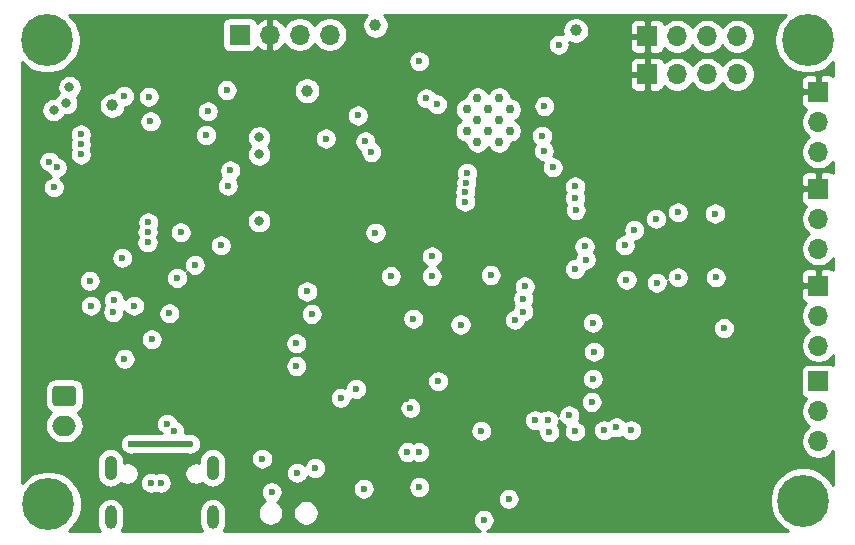
<source format=gbr>
%TF.GenerationSoftware,KiCad,Pcbnew,(5.1.12)-1*%
%TF.CreationDate,2021-12-17T12:12:49+01:00*%
%TF.ProjectId,ESP32-BOARD-V2.0,45535033-322d-4424-9f41-52442d56322e,rev?*%
%TF.SameCoordinates,Original*%
%TF.FileFunction,Copper,L2,Inr*%
%TF.FilePolarity,Positive*%
%FSLAX46Y46*%
G04 Gerber Fmt 4.6, Leading zero omitted, Abs format (unit mm)*
G04 Created by KiCad (PCBNEW (5.1.12)-1) date 2021-12-17 12:12:49*
%MOMM*%
%LPD*%
G01*
G04 APERTURE LIST*
%TA.AperFunction,ComponentPad*%
%ADD10O,2.000000X1.700000*%
%TD*%
%TA.AperFunction,ComponentPad*%
%ADD11O,1.700000X1.700000*%
%TD*%
%TA.AperFunction,ComponentPad*%
%ADD12R,1.700000X1.700000*%
%TD*%
%TA.AperFunction,ComponentPad*%
%ADD13C,4.400000*%
%TD*%
%TA.AperFunction,ComponentPad*%
%ADD14C,0.762000*%
%TD*%
%TA.AperFunction,ComponentPad*%
%ADD15O,1.050000X2.100000*%
%TD*%
%TA.AperFunction,ComponentPad*%
%ADD16O,1.000000X2.000000*%
%TD*%
%TA.AperFunction,ViaPad*%
%ADD17C,0.600000*%
%TD*%
%TA.AperFunction,ViaPad*%
%ADD18C,1.000000*%
%TD*%
%TA.AperFunction,ViaPad*%
%ADD19C,0.800000*%
%TD*%
%TA.AperFunction,Conductor*%
%ADD20C,0.500000*%
%TD*%
%TA.AperFunction,Conductor*%
%ADD21C,0.254000*%
%TD*%
%TA.AperFunction,Conductor*%
%ADD22C,0.100000*%
%TD*%
G04 APERTURE END LIST*
D10*
%TO.N,GND*%
%TO.C,J6*%
X94250000Y-98450000D03*
%TO.N,+BATT*%
%TA.AperFunction,ComponentPad*%
G36*
G01*
X93500000Y-95100000D02*
X95000000Y-95100000D01*
G75*
G02*
X95250000Y-95350000I0J-250000D01*
G01*
X95250000Y-96550000D01*
G75*
G02*
X95000000Y-96800000I-250000J0D01*
G01*
X93500000Y-96800000D01*
G75*
G02*
X93250000Y-96550000I0J250000D01*
G01*
X93250000Y-95350000D01*
G75*
G02*
X93500000Y-95100000I250000J0D01*
G01*
G37*
%TD.AperFunction*%
%TD*%
D11*
%TO.N,IO21_I2C_SDA*%
%TO.C,J2*%
X116720000Y-65350000D03*
%TO.N,IO22_I2C_SCL*%
X114180000Y-65350000D03*
%TO.N,+3V3*%
X111640000Y-65350000D03*
D12*
%TO.N,GND*%
X109100000Y-65350000D03*
%TD*%
D11*
%TO.N,GND*%
%TO.C,J5*%
X158100000Y-99780000D03*
%TO.N,IO4*%
X158100000Y-97240000D03*
D12*
%TO.N,IO2*%
X158100000Y-94700000D03*
%TD*%
D11*
%TO.N,GND*%
%TO.C,J8*%
X151220000Y-68700000D03*
%TO.N,IO17_U2TXD*%
X148680000Y-68700000D03*
%TO.N,IO16_U2RXD*%
X146140000Y-68700000D03*
D12*
%TO.N,+3V3*%
X143600000Y-68700000D03*
%TD*%
D11*
%TO.N,GND*%
%TO.C,J4*%
X158100000Y-83480000D03*
%TO.N,IO14*%
X158100000Y-80940000D03*
D12*
%TO.N,+3V3*%
X158100000Y-78400000D03*
%TD*%
D11*
%TO.N,GND*%
%TO.C,J3*%
X158100000Y-91680000D03*
%TO.N,IO12*%
X158100000Y-89140000D03*
D12*
%TO.N,+3V3*%
X158100000Y-86600000D03*
%TD*%
D11*
%TO.N,GND*%
%TO.C,J1*%
X158100000Y-75280000D03*
%TO.N,IO15_PIR_IN*%
X158100000Y-72740000D03*
D12*
%TO.N,+3V3*%
X158100000Y-70200000D03*
%TD*%
D13*
%TO.N,Net-(H4-Pad1)*%
%TO.C,H4*%
X157200000Y-65800000D03*
%TD*%
%TO.N,Net-(H3-Pad1)*%
%TO.C,H3*%
X156800000Y-104800000D03*
%TD*%
%TO.N,Net-(H2-Pad1)*%
%TO.C,H2*%
X92900000Y-105100000D03*
%TD*%
%TO.N,Net-(H1-Pad1)*%
%TO.C,H1*%
X92800000Y-65800000D03*
%TD*%
D11*
%TO.N,GND*%
%TO.C,J7*%
X151220000Y-65500000D03*
%TO.N,U0TXD*%
X148680000Y-65500000D03*
%TO.N,U0RXD*%
X146140000Y-65500000D03*
D12*
%TO.N,+3V3*%
X143600000Y-65500000D03*
%TD*%
D14*
%TO.N,GND*%
%TO.C,U2*%
X131067500Y-74425000D03*
X129232500Y-74425000D03*
X131067500Y-70755000D03*
X129232500Y-70755000D03*
X131067500Y-72590000D03*
X129232500Y-72590000D03*
X131985000Y-73507500D03*
X130150000Y-73507500D03*
X128315000Y-73507500D03*
X131985000Y-71672500D03*
X128315000Y-71672500D03*
X130150000Y-71672500D03*
%TD*%
D15*
%TO.N,GND*%
%TO.C,J10*%
X106820000Y-102020000D03*
X98180000Y-102020000D03*
D16*
X106820000Y-106200000D03*
X98180000Y-106200000D03*
%TD*%
D17*
%TO.N,GND*%
X95650000Y-74650000D03*
X95650000Y-75500000D03*
X101300000Y-82950000D03*
X101350000Y-81250000D03*
X115200000Y-89000000D03*
X114800000Y-87100000D03*
X125900000Y-94700000D03*
X118950000Y-95350000D03*
D18*
X114800000Y-70100000D03*
X120600000Y-64550000D03*
D17*
X125375000Y-84125000D03*
X127800000Y-89900000D03*
X129550000Y-98900000D03*
X137500000Y-98950000D03*
X135315380Y-99034620D03*
X139950000Y-98850000D03*
X138900000Y-96450000D03*
X139000000Y-94500000D03*
X139100020Y-92200000D03*
X139000000Y-89750000D03*
X129750000Y-106450000D03*
X124300000Y-103650000D03*
X119600000Y-103800000D03*
X142250000Y-98850000D03*
X149400000Y-85900000D03*
X149350000Y-80500000D03*
X144350000Y-80950000D03*
X144400000Y-86350000D03*
X116400000Y-74150000D03*
D18*
X137550000Y-65000000D03*
D17*
X103150000Y-88950000D03*
X101650000Y-91150000D03*
X111800000Y-104100000D03*
X111000000Y-101250000D03*
X99350000Y-92800000D03*
X96400000Y-86200000D03*
X105300000Y-84850000D03*
X107500000Y-83200000D03*
X101300000Y-82050000D03*
D19*
X110750000Y-81150000D03*
X110750000Y-75500000D03*
X110750000Y-74050000D03*
X93350000Y-71750000D03*
X94400000Y-71150000D03*
X94684578Y-69795782D03*
D17*
X95650000Y-73800000D03*
X101550000Y-72700000D03*
%TO.N,+3V3*%
X132500000Y-95100000D03*
X134700000Y-95100000D03*
X136900000Y-95100000D03*
X125900000Y-91200000D03*
X127900000Y-91100000D03*
X122100000Y-91150000D03*
X121100000Y-91150000D03*
X119950000Y-98800000D03*
X123200000Y-96200000D03*
D18*
X114600000Y-68400000D03*
X124800000Y-66200000D03*
D17*
X130150000Y-89900000D03*
X132100000Y-97950000D03*
X117450000Y-100100000D03*
X127625000Y-98850000D03*
X149450000Y-100650000D03*
X99300000Y-79500000D03*
X100600000Y-79500000D03*
X101950000Y-79500000D03*
X103300000Y-79500000D03*
X104700000Y-79500000D03*
X105400000Y-79500000D03*
X107400000Y-79500000D03*
X101300000Y-79500000D03*
X102600000Y-79500000D03*
X104050000Y-79500000D03*
X99950000Y-79500000D03*
X106050000Y-79500000D03*
X106700000Y-79500000D03*
X103800000Y-80300000D03*
X108100000Y-79500000D03*
%TO.N,VBUS*%
X104900000Y-100000000D03*
X99900000Y-100000000D03*
X108000000Y-70050000D03*
X93369728Y-78280272D03*
%TO.N,+BATT*%
X100150000Y-88300000D03*
X96500000Y-88300000D03*
X98450000Y-87800000D03*
X98400000Y-88850000D03*
D18*
X98300000Y-71350000D03*
D17*
%TO.N,LED1*%
X134700000Y-73900000D03*
X134100000Y-98000000D03*
%TO.N,LED2*%
X134850000Y-75200000D03*
X135200000Y-98000000D03*
%TO.N,LED3*%
X135600000Y-76600000D03*
X137000000Y-97600000D03*
%TO.N,LED4*%
X136100000Y-66200000D03*
X141000000Y-98600000D03*
%TO.N,LED_IN*%
X120600000Y-82125000D03*
X131875000Y-104650000D03*
%TO.N,EN*%
X123800000Y-89400000D03*
X124300000Y-100700000D03*
X119100000Y-72200000D03*
X124300000Y-67600000D03*
%TO.N,Net-(R1-Pad1)*%
X93624696Y-76599757D03*
X101400000Y-70600000D03*
%TO.N,Net-(R2-Pad1)*%
X93000000Y-76100000D03*
X99300000Y-70550000D03*
%TO.N,Net-(SW3-Pad2)*%
X103800000Y-85950000D03*
X113950000Y-102450000D03*
%TO.N,U0RXD*%
X124900000Y-70750000D03*
X119750000Y-74400000D03*
%TO.N,U0TXD*%
X125800000Y-71250000D03*
X120250000Y-75300000D03*
%TO.N,S4*%
X128175000Y-79500000D03*
X132400000Y-89500000D03*
%TO.N,S3*%
X128200000Y-78675000D03*
X133100000Y-88800000D03*
%TO.N,S2*%
X128300000Y-77875000D03*
X133100000Y-87700000D03*
%TO.N,S1*%
X128350000Y-77050000D03*
X133225000Y-86675000D03*
%TO.N,IO22_I2C_SCL*%
X123550000Y-96950010D03*
%TO.N,IO21_I2C_SDA*%
X134900000Y-71400000D03*
X117650008Y-96100008D03*
%TO.N,B1*%
X137500000Y-78200000D03*
X146200000Y-80400000D03*
%TO.N,B2*%
X137500000Y-79175000D03*
X146200000Y-85900000D03*
%TO.N,IO15_PIR_IN*%
X137500000Y-85200000D03*
%TO.N,IO12*%
X138300000Y-83275000D03*
%TO.N,IO14*%
X137550000Y-80225000D03*
%TO.N,IO4*%
X142500000Y-81900000D03*
X150100000Y-90200000D03*
%TO.N,IO2*%
X138400000Y-84400000D03*
%TO.N,Net-(JP1-Pad2)*%
X106400000Y-71850000D03*
%TO.N,Net-(JP2-Pad1)*%
X106250000Y-73850000D03*
%TO.N,Net-(JP3-Pad1)*%
X108300000Y-76850000D03*
%TO.N,Net-(JP4-Pad1)*%
X108100000Y-78150000D03*
%TO.N,Net-(C6-Pad2)*%
X104100000Y-82100000D03*
X99150000Y-84250000D03*
X115500000Y-102050000D03*
%TO.N,IO0*%
X123300000Y-100700000D03*
X125350000Y-85800000D03*
X130350000Y-85700000D03*
X141700000Y-83200000D03*
X141850000Y-86100000D03*
X121900000Y-85800000D03*
%TO.N,~RTS*%
X113900000Y-93415000D03*
X113905000Y-91495000D03*
%TO.N,/D-*%
X101575000Y-103300000D03*
X102949479Y-98299479D03*
%TO.N,/D+*%
X102425000Y-103300000D03*
X103550521Y-98900521D03*
%TD*%
D20*
%TO.N,VBUS*%
X104900000Y-100000000D02*
X99900000Y-100000000D01*
%TD*%
D21*
%TO.N,+3V3*%
X119876480Y-63668388D02*
X119718388Y-63826480D01*
X119594176Y-64012376D01*
X119508617Y-64218933D01*
X119465000Y-64438212D01*
X119465000Y-64661788D01*
X119508617Y-64881067D01*
X119594176Y-65087624D01*
X119718388Y-65273520D01*
X119876480Y-65431612D01*
X120062376Y-65555824D01*
X120268933Y-65641383D01*
X120488212Y-65685000D01*
X120711788Y-65685000D01*
X120931067Y-65641383D01*
X121137624Y-65555824D01*
X121323520Y-65431612D01*
X121481612Y-65273520D01*
X121605824Y-65087624D01*
X121691383Y-64881067D01*
X121735000Y-64661788D01*
X121735000Y-64438212D01*
X121691383Y-64218933D01*
X121605824Y-64012376D01*
X121481612Y-63826480D01*
X121323520Y-63668388D01*
X121310966Y-63660000D01*
X155330705Y-63660000D01*
X154997912Y-63992793D01*
X154687656Y-64457124D01*
X154473948Y-64973061D01*
X154365000Y-65520777D01*
X154365000Y-66079223D01*
X154473948Y-66626939D01*
X154687656Y-67142876D01*
X154997912Y-67607207D01*
X155392793Y-68002088D01*
X155857124Y-68312344D01*
X156373061Y-68526052D01*
X156920777Y-68635000D01*
X157479223Y-68635000D01*
X158026939Y-68526052D01*
X158542876Y-68312344D01*
X159007207Y-68002088D01*
X159340000Y-67669295D01*
X159340000Y-68848602D01*
X159304494Y-68819463D01*
X159194180Y-68760498D01*
X159074482Y-68724188D01*
X158950000Y-68711928D01*
X158385750Y-68715000D01*
X158227000Y-68873750D01*
X158227000Y-70073000D01*
X158247000Y-70073000D01*
X158247000Y-70327000D01*
X158227000Y-70327000D01*
X158227000Y-70347000D01*
X157973000Y-70347000D01*
X157973000Y-70327000D01*
X156773750Y-70327000D01*
X156615000Y-70485750D01*
X156611928Y-71050000D01*
X156624188Y-71174482D01*
X156660498Y-71294180D01*
X156719463Y-71404494D01*
X156798815Y-71501185D01*
X156895506Y-71580537D01*
X157005820Y-71639502D01*
X157078380Y-71661513D01*
X156946525Y-71793368D01*
X156784010Y-72036589D01*
X156672068Y-72306842D01*
X156615000Y-72593740D01*
X156615000Y-72886260D01*
X156672068Y-73173158D01*
X156784010Y-73443411D01*
X156946525Y-73686632D01*
X157153368Y-73893475D01*
X157327760Y-74010000D01*
X157153368Y-74126525D01*
X156946525Y-74333368D01*
X156784010Y-74576589D01*
X156672068Y-74846842D01*
X156615000Y-75133740D01*
X156615000Y-75426260D01*
X156672068Y-75713158D01*
X156784010Y-75983411D01*
X156946525Y-76226632D01*
X157153368Y-76433475D01*
X157396589Y-76595990D01*
X157666842Y-76707932D01*
X157953740Y-76765000D01*
X158246260Y-76765000D01*
X158533158Y-76707932D01*
X158803411Y-76595990D01*
X159046632Y-76433475D01*
X159253475Y-76226632D01*
X159340000Y-76097138D01*
X159340000Y-77048602D01*
X159304494Y-77019463D01*
X159194180Y-76960498D01*
X159074482Y-76924188D01*
X158950000Y-76911928D01*
X158385750Y-76915000D01*
X158227000Y-77073750D01*
X158227000Y-78273000D01*
X158247000Y-78273000D01*
X158247000Y-78527000D01*
X158227000Y-78527000D01*
X158227000Y-78547000D01*
X157973000Y-78547000D01*
X157973000Y-78527000D01*
X156773750Y-78527000D01*
X156615000Y-78685750D01*
X156611928Y-79250000D01*
X156624188Y-79374482D01*
X156660498Y-79494180D01*
X156719463Y-79604494D01*
X156798815Y-79701185D01*
X156895506Y-79780537D01*
X157005820Y-79839502D01*
X157078380Y-79861513D01*
X156946525Y-79993368D01*
X156784010Y-80236589D01*
X156672068Y-80506842D01*
X156615000Y-80793740D01*
X156615000Y-81086260D01*
X156672068Y-81373158D01*
X156784010Y-81643411D01*
X156946525Y-81886632D01*
X157153368Y-82093475D01*
X157327760Y-82210000D01*
X157153368Y-82326525D01*
X156946525Y-82533368D01*
X156784010Y-82776589D01*
X156672068Y-83046842D01*
X156615000Y-83333740D01*
X156615000Y-83626260D01*
X156672068Y-83913158D01*
X156784010Y-84183411D01*
X156946525Y-84426632D01*
X157153368Y-84633475D01*
X157396589Y-84795990D01*
X157666842Y-84907932D01*
X157953740Y-84965000D01*
X158246260Y-84965000D01*
X158533158Y-84907932D01*
X158803411Y-84795990D01*
X159046632Y-84633475D01*
X159253475Y-84426632D01*
X159340000Y-84297137D01*
X159340001Y-85248602D01*
X159304494Y-85219463D01*
X159194180Y-85160498D01*
X159074482Y-85124188D01*
X158950000Y-85111928D01*
X158385750Y-85115000D01*
X158227000Y-85273750D01*
X158227000Y-86473000D01*
X158247000Y-86473000D01*
X158247000Y-86727000D01*
X158227000Y-86727000D01*
X158227000Y-86747000D01*
X157973000Y-86747000D01*
X157973000Y-86727000D01*
X156773750Y-86727000D01*
X156615000Y-86885750D01*
X156611928Y-87450000D01*
X156624188Y-87574482D01*
X156660498Y-87694180D01*
X156719463Y-87804494D01*
X156798815Y-87901185D01*
X156895506Y-87980537D01*
X157005820Y-88039502D01*
X157078380Y-88061513D01*
X156946525Y-88193368D01*
X156784010Y-88436589D01*
X156672068Y-88706842D01*
X156615000Y-88993740D01*
X156615000Y-89286260D01*
X156672068Y-89573158D01*
X156784010Y-89843411D01*
X156946525Y-90086632D01*
X157153368Y-90293475D01*
X157327760Y-90410000D01*
X157153368Y-90526525D01*
X156946525Y-90733368D01*
X156784010Y-90976589D01*
X156672068Y-91246842D01*
X156615000Y-91533740D01*
X156615000Y-91826260D01*
X156672068Y-92113158D01*
X156784010Y-92383411D01*
X156946525Y-92626632D01*
X157153368Y-92833475D01*
X157396589Y-92995990D01*
X157666842Y-93107932D01*
X157953740Y-93165000D01*
X158246260Y-93165000D01*
X158533158Y-93107932D01*
X158803411Y-92995990D01*
X159046632Y-92833475D01*
X159253475Y-92626632D01*
X159340001Y-92497137D01*
X159340001Y-93348603D01*
X159304494Y-93319463D01*
X159194180Y-93260498D01*
X159074482Y-93224188D01*
X158950000Y-93211928D01*
X157250000Y-93211928D01*
X157125518Y-93224188D01*
X157005820Y-93260498D01*
X156895506Y-93319463D01*
X156798815Y-93398815D01*
X156719463Y-93495506D01*
X156660498Y-93605820D01*
X156624188Y-93725518D01*
X156611928Y-93850000D01*
X156611928Y-95550000D01*
X156624188Y-95674482D01*
X156660498Y-95794180D01*
X156719463Y-95904494D01*
X156798815Y-96001185D01*
X156895506Y-96080537D01*
X157005820Y-96139502D01*
X157078380Y-96161513D01*
X156946525Y-96293368D01*
X156784010Y-96536589D01*
X156672068Y-96806842D01*
X156615000Y-97093740D01*
X156615000Y-97386260D01*
X156672068Y-97673158D01*
X156784010Y-97943411D01*
X156946525Y-98186632D01*
X157153368Y-98393475D01*
X157327760Y-98510000D01*
X157153368Y-98626525D01*
X156946525Y-98833368D01*
X156784010Y-99076589D01*
X156672068Y-99346842D01*
X156615000Y-99633740D01*
X156615000Y-99926260D01*
X156672068Y-100213158D01*
X156784010Y-100483411D01*
X156946525Y-100726632D01*
X157153368Y-100933475D01*
X157396589Y-101095990D01*
X157666842Y-101207932D01*
X157953740Y-101265000D01*
X158246260Y-101265000D01*
X158533158Y-101207932D01*
X158803411Y-101095990D01*
X159046632Y-100933475D01*
X159253475Y-100726632D01*
X159340001Y-100597137D01*
X159340001Y-103523894D01*
X159312344Y-103457124D01*
X159002088Y-102992793D01*
X158607207Y-102597912D01*
X158142876Y-102287656D01*
X157626939Y-102073948D01*
X157079223Y-101965000D01*
X156520777Y-101965000D01*
X155973061Y-102073948D01*
X155457124Y-102287656D01*
X154992793Y-102597912D01*
X154597912Y-102992793D01*
X154287656Y-103457124D01*
X154073948Y-103973061D01*
X153965000Y-104520777D01*
X153965000Y-105079223D01*
X154073948Y-105626939D01*
X154287656Y-106142876D01*
X154597912Y-106607207D01*
X154992793Y-107002088D01*
X155457124Y-107312344D01*
X155523892Y-107340000D01*
X130044621Y-107340000D01*
X130192889Y-107278586D01*
X130346028Y-107176262D01*
X130476262Y-107046028D01*
X130578586Y-106892889D01*
X130649068Y-106722729D01*
X130685000Y-106542089D01*
X130685000Y-106357911D01*
X130649068Y-106177271D01*
X130578586Y-106007111D01*
X130476262Y-105853972D01*
X130346028Y-105723738D01*
X130192889Y-105621414D01*
X130022729Y-105550932D01*
X129842089Y-105515000D01*
X129657911Y-105515000D01*
X129477271Y-105550932D01*
X129307111Y-105621414D01*
X129153972Y-105723738D01*
X129023738Y-105853972D01*
X128921414Y-106007111D01*
X128850932Y-106177271D01*
X128815000Y-106357911D01*
X128815000Y-106542089D01*
X128850932Y-106722729D01*
X128921414Y-106892889D01*
X129023738Y-107046028D01*
X129153972Y-107176262D01*
X129307111Y-107278586D01*
X129455379Y-107340000D01*
X107763051Y-107340000D01*
X107768284Y-107333623D01*
X107873676Y-107136447D01*
X107938577Y-106922499D01*
X107955000Y-106755752D01*
X107955000Y-105723137D01*
X110615000Y-105723137D01*
X110615000Y-105936863D01*
X110656696Y-106146483D01*
X110738485Y-106343940D01*
X110857225Y-106521647D01*
X111008353Y-106672775D01*
X111186060Y-106791515D01*
X111383517Y-106873304D01*
X111593137Y-106915000D01*
X111806863Y-106915000D01*
X112016483Y-106873304D01*
X112213940Y-106791515D01*
X112391647Y-106672775D01*
X112542775Y-106521647D01*
X112661515Y-106343940D01*
X112743304Y-106146483D01*
X112785000Y-105936863D01*
X112785000Y-105723137D01*
X113615000Y-105723137D01*
X113615000Y-105936863D01*
X113656696Y-106146483D01*
X113738485Y-106343940D01*
X113857225Y-106521647D01*
X114008353Y-106672775D01*
X114186060Y-106791515D01*
X114383517Y-106873304D01*
X114593137Y-106915000D01*
X114806863Y-106915000D01*
X115016483Y-106873304D01*
X115213940Y-106791515D01*
X115391647Y-106672775D01*
X115542775Y-106521647D01*
X115661515Y-106343940D01*
X115743304Y-106146483D01*
X115785000Y-105936863D01*
X115785000Y-105723137D01*
X115743304Y-105513517D01*
X115661515Y-105316060D01*
X115542775Y-105138353D01*
X115391647Y-104987225D01*
X115213940Y-104868485D01*
X115016483Y-104786696D01*
X114806863Y-104745000D01*
X114593137Y-104745000D01*
X114383517Y-104786696D01*
X114186060Y-104868485D01*
X114008353Y-104987225D01*
X113857225Y-105138353D01*
X113738485Y-105316060D01*
X113656696Y-105513517D01*
X113615000Y-105723137D01*
X112785000Y-105723137D01*
X112743304Y-105513517D01*
X112661515Y-105316060D01*
X112542775Y-105138353D01*
X112391647Y-104987225D01*
X112273388Y-104908207D01*
X112396028Y-104826262D01*
X112526262Y-104696028D01*
X112628586Y-104542889D01*
X112699068Y-104372729D01*
X112735000Y-104192089D01*
X112735000Y-104007911D01*
X112699068Y-103827271D01*
X112649628Y-103707911D01*
X118665000Y-103707911D01*
X118665000Y-103892089D01*
X118700932Y-104072729D01*
X118771414Y-104242889D01*
X118873738Y-104396028D01*
X119003972Y-104526262D01*
X119157111Y-104628586D01*
X119327271Y-104699068D01*
X119507911Y-104735000D01*
X119692089Y-104735000D01*
X119872729Y-104699068D01*
X120042889Y-104628586D01*
X120196028Y-104526262D01*
X120326262Y-104396028D01*
X120428586Y-104242889D01*
X120499068Y-104072729D01*
X120535000Y-103892089D01*
X120535000Y-103707911D01*
X120505163Y-103557911D01*
X123365000Y-103557911D01*
X123365000Y-103742089D01*
X123400932Y-103922729D01*
X123471414Y-104092889D01*
X123573738Y-104246028D01*
X123703972Y-104376262D01*
X123857111Y-104478586D01*
X124027271Y-104549068D01*
X124207911Y-104585000D01*
X124392089Y-104585000D01*
X124528272Y-104557911D01*
X130940000Y-104557911D01*
X130940000Y-104742089D01*
X130975932Y-104922729D01*
X131046414Y-105092889D01*
X131148738Y-105246028D01*
X131278972Y-105376262D01*
X131432111Y-105478586D01*
X131602271Y-105549068D01*
X131782911Y-105585000D01*
X131967089Y-105585000D01*
X132147729Y-105549068D01*
X132317889Y-105478586D01*
X132471028Y-105376262D01*
X132601262Y-105246028D01*
X132703586Y-105092889D01*
X132774068Y-104922729D01*
X132810000Y-104742089D01*
X132810000Y-104557911D01*
X132774068Y-104377271D01*
X132703586Y-104207111D01*
X132601262Y-104053972D01*
X132471028Y-103923738D01*
X132317889Y-103821414D01*
X132147729Y-103750932D01*
X131967089Y-103715000D01*
X131782911Y-103715000D01*
X131602271Y-103750932D01*
X131432111Y-103821414D01*
X131278972Y-103923738D01*
X131148738Y-104053972D01*
X131046414Y-104207111D01*
X130975932Y-104377271D01*
X130940000Y-104557911D01*
X124528272Y-104557911D01*
X124572729Y-104549068D01*
X124742889Y-104478586D01*
X124896028Y-104376262D01*
X125026262Y-104246028D01*
X125128586Y-104092889D01*
X125199068Y-103922729D01*
X125235000Y-103742089D01*
X125235000Y-103557911D01*
X125199068Y-103377271D01*
X125128586Y-103207111D01*
X125026262Y-103053972D01*
X124896028Y-102923738D01*
X124742889Y-102821414D01*
X124572729Y-102750932D01*
X124392089Y-102715000D01*
X124207911Y-102715000D01*
X124027271Y-102750932D01*
X123857111Y-102821414D01*
X123703972Y-102923738D01*
X123573738Y-103053972D01*
X123471414Y-103207111D01*
X123400932Y-103377271D01*
X123365000Y-103557911D01*
X120505163Y-103557911D01*
X120499068Y-103527271D01*
X120428586Y-103357111D01*
X120326262Y-103203972D01*
X120196028Y-103073738D01*
X120042889Y-102971414D01*
X119872729Y-102900932D01*
X119692089Y-102865000D01*
X119507911Y-102865000D01*
X119327271Y-102900932D01*
X119157111Y-102971414D01*
X119003972Y-103073738D01*
X118873738Y-103203972D01*
X118771414Y-103357111D01*
X118700932Y-103527271D01*
X118665000Y-103707911D01*
X112649628Y-103707911D01*
X112628586Y-103657111D01*
X112526262Y-103503972D01*
X112396028Y-103373738D01*
X112242889Y-103271414D01*
X112072729Y-103200932D01*
X111892089Y-103165000D01*
X111707911Y-103165000D01*
X111527271Y-103200932D01*
X111357111Y-103271414D01*
X111203972Y-103373738D01*
X111073738Y-103503972D01*
X110971414Y-103657111D01*
X110900932Y-103827271D01*
X110865000Y-104007911D01*
X110865000Y-104192089D01*
X110900932Y-104372729D01*
X110971414Y-104542889D01*
X111073738Y-104696028D01*
X111203972Y-104826262D01*
X111236126Y-104847747D01*
X111186060Y-104868485D01*
X111008353Y-104987225D01*
X110857225Y-105138353D01*
X110738485Y-105316060D01*
X110656696Y-105513517D01*
X110615000Y-105723137D01*
X107955000Y-105723137D01*
X107955000Y-105644248D01*
X107938577Y-105477501D01*
X107873676Y-105263553D01*
X107768284Y-105066377D01*
X107626449Y-104893551D01*
X107453623Y-104751716D01*
X107256446Y-104646324D01*
X107042498Y-104581423D01*
X106820000Y-104559509D01*
X106597501Y-104581423D01*
X106383553Y-104646324D01*
X106186377Y-104751716D01*
X106013551Y-104893551D01*
X105871716Y-105066377D01*
X105766324Y-105263554D01*
X105701423Y-105477502D01*
X105685000Y-105644249D01*
X105685000Y-106755752D01*
X105701423Y-106922499D01*
X105766324Y-107136447D01*
X105871717Y-107333623D01*
X105876950Y-107340000D01*
X99123051Y-107340000D01*
X99128284Y-107333623D01*
X99233676Y-107136447D01*
X99298577Y-106922499D01*
X99315000Y-106755752D01*
X99315000Y-105644248D01*
X99298577Y-105477501D01*
X99233676Y-105263553D01*
X99128284Y-105066377D01*
X98986449Y-104893551D01*
X98813623Y-104751716D01*
X98616446Y-104646324D01*
X98402498Y-104581423D01*
X98180000Y-104559509D01*
X97957501Y-104581423D01*
X97743553Y-104646324D01*
X97546377Y-104751716D01*
X97373551Y-104893551D01*
X97231716Y-105066377D01*
X97126324Y-105263554D01*
X97061423Y-105477502D01*
X97045000Y-105644249D01*
X97045000Y-106755752D01*
X97061423Y-106922499D01*
X97126324Y-107136447D01*
X97231717Y-107333623D01*
X97236950Y-107340000D01*
X94650468Y-107340000D01*
X94707207Y-107302088D01*
X95102088Y-106907207D01*
X95412344Y-106442876D01*
X95626052Y-105926939D01*
X95735000Y-105379223D01*
X95735000Y-104820777D01*
X95626052Y-104273061D01*
X95412344Y-103757124D01*
X95102088Y-103292793D01*
X94707207Y-102897912D01*
X94242876Y-102587656D01*
X93726939Y-102373948D01*
X93179223Y-102265000D01*
X92620777Y-102265000D01*
X92073061Y-102373948D01*
X91557124Y-102587656D01*
X91092793Y-102897912D01*
X90697912Y-103292793D01*
X90660000Y-103349532D01*
X90660000Y-101438022D01*
X97020000Y-101438022D01*
X97020000Y-102601979D01*
X97036785Y-102772400D01*
X97103115Y-102991060D01*
X97210830Y-103192579D01*
X97355789Y-103369212D01*
X97532422Y-103514171D01*
X97733941Y-103621885D01*
X97952601Y-103688215D01*
X98180000Y-103710612D01*
X98407400Y-103688215D01*
X98626060Y-103621885D01*
X98827579Y-103514171D01*
X99004212Y-103369212D01*
X99056899Y-103305012D01*
X99155269Y-103370741D01*
X99329978Y-103443108D01*
X99515448Y-103480000D01*
X99704552Y-103480000D01*
X99890022Y-103443108D01*
X100064731Y-103370741D01*
X100221964Y-103265681D01*
X100279734Y-103207911D01*
X100640000Y-103207911D01*
X100640000Y-103392089D01*
X100675932Y-103572729D01*
X100746414Y-103742889D01*
X100848738Y-103896028D01*
X100978972Y-104026262D01*
X101132111Y-104128586D01*
X101302271Y-104199068D01*
X101482911Y-104235000D01*
X101667089Y-104235000D01*
X101847729Y-104199068D01*
X102000000Y-104135996D01*
X102152271Y-104199068D01*
X102332911Y-104235000D01*
X102517089Y-104235000D01*
X102697729Y-104199068D01*
X102867889Y-104128586D01*
X103021028Y-104026262D01*
X103151262Y-103896028D01*
X103253586Y-103742889D01*
X103324068Y-103572729D01*
X103360000Y-103392089D01*
X103360000Y-103207911D01*
X103324068Y-103027271D01*
X103253586Y-102857111D01*
X103151262Y-102703972D01*
X103021028Y-102573738D01*
X102867889Y-102471414D01*
X102756917Y-102425448D01*
X104430000Y-102425448D01*
X104430000Y-102614552D01*
X104466892Y-102800022D01*
X104539259Y-102974731D01*
X104644319Y-103131964D01*
X104778036Y-103265681D01*
X104935269Y-103370741D01*
X105109978Y-103443108D01*
X105295448Y-103480000D01*
X105484552Y-103480000D01*
X105670022Y-103443108D01*
X105844731Y-103370741D01*
X105943101Y-103305012D01*
X105995789Y-103369212D01*
X106172422Y-103514171D01*
X106373941Y-103621885D01*
X106592601Y-103688215D01*
X106820000Y-103710612D01*
X107047400Y-103688215D01*
X107266060Y-103621885D01*
X107467579Y-103514171D01*
X107644212Y-103369212D01*
X107789171Y-103192579D01*
X107896885Y-102991060D01*
X107963215Y-102772400D01*
X107980000Y-102601979D01*
X107980000Y-102357911D01*
X113015000Y-102357911D01*
X113015000Y-102542089D01*
X113050932Y-102722729D01*
X113121414Y-102892889D01*
X113223738Y-103046028D01*
X113353972Y-103176262D01*
X113507111Y-103278586D01*
X113677271Y-103349068D01*
X113857911Y-103385000D01*
X114042089Y-103385000D01*
X114222729Y-103349068D01*
X114392889Y-103278586D01*
X114546028Y-103176262D01*
X114676262Y-103046028D01*
X114778586Y-102892889D01*
X114849068Y-102722729D01*
X114849295Y-102721585D01*
X114903972Y-102776262D01*
X115057111Y-102878586D01*
X115227271Y-102949068D01*
X115407911Y-102985000D01*
X115592089Y-102985000D01*
X115772729Y-102949068D01*
X115942889Y-102878586D01*
X116096028Y-102776262D01*
X116226262Y-102646028D01*
X116328586Y-102492889D01*
X116399068Y-102322729D01*
X116435000Y-102142089D01*
X116435000Y-101957911D01*
X116399068Y-101777271D01*
X116328586Y-101607111D01*
X116226262Y-101453972D01*
X116096028Y-101323738D01*
X115942889Y-101221414D01*
X115772729Y-101150932D01*
X115592089Y-101115000D01*
X115407911Y-101115000D01*
X115227271Y-101150932D01*
X115057111Y-101221414D01*
X114903972Y-101323738D01*
X114773738Y-101453972D01*
X114671414Y-101607111D01*
X114600932Y-101777271D01*
X114600705Y-101778415D01*
X114546028Y-101723738D01*
X114392889Y-101621414D01*
X114222729Y-101550932D01*
X114042089Y-101515000D01*
X113857911Y-101515000D01*
X113677271Y-101550932D01*
X113507111Y-101621414D01*
X113353972Y-101723738D01*
X113223738Y-101853972D01*
X113121414Y-102007111D01*
X113050932Y-102177271D01*
X113015000Y-102357911D01*
X107980000Y-102357911D01*
X107980000Y-101438021D01*
X107963215Y-101267600D01*
X107929942Y-101157911D01*
X110065000Y-101157911D01*
X110065000Y-101342089D01*
X110100932Y-101522729D01*
X110171414Y-101692889D01*
X110273738Y-101846028D01*
X110403972Y-101976262D01*
X110557111Y-102078586D01*
X110727271Y-102149068D01*
X110907911Y-102185000D01*
X111092089Y-102185000D01*
X111272729Y-102149068D01*
X111442889Y-102078586D01*
X111596028Y-101976262D01*
X111726262Y-101846028D01*
X111828586Y-101692889D01*
X111899068Y-101522729D01*
X111935000Y-101342089D01*
X111935000Y-101157911D01*
X111899068Y-100977271D01*
X111828586Y-100807111D01*
X111726262Y-100653972D01*
X111680201Y-100607911D01*
X122365000Y-100607911D01*
X122365000Y-100792089D01*
X122400932Y-100972729D01*
X122471414Y-101142889D01*
X122573738Y-101296028D01*
X122703972Y-101426262D01*
X122857111Y-101528586D01*
X123027271Y-101599068D01*
X123207911Y-101635000D01*
X123392089Y-101635000D01*
X123572729Y-101599068D01*
X123742889Y-101528586D01*
X123800000Y-101490426D01*
X123857111Y-101528586D01*
X124027271Y-101599068D01*
X124207911Y-101635000D01*
X124392089Y-101635000D01*
X124572729Y-101599068D01*
X124742889Y-101528586D01*
X124896028Y-101426262D01*
X125026262Y-101296028D01*
X125128586Y-101142889D01*
X125199068Y-100972729D01*
X125235000Y-100792089D01*
X125235000Y-100607911D01*
X125199068Y-100427271D01*
X125128586Y-100257111D01*
X125026262Y-100103972D01*
X124896028Y-99973738D01*
X124742889Y-99871414D01*
X124572729Y-99800932D01*
X124392089Y-99765000D01*
X124207911Y-99765000D01*
X124027271Y-99800932D01*
X123857111Y-99871414D01*
X123800000Y-99909574D01*
X123742889Y-99871414D01*
X123572729Y-99800932D01*
X123392089Y-99765000D01*
X123207911Y-99765000D01*
X123027271Y-99800932D01*
X122857111Y-99871414D01*
X122703972Y-99973738D01*
X122573738Y-100103972D01*
X122471414Y-100257111D01*
X122400932Y-100427271D01*
X122365000Y-100607911D01*
X111680201Y-100607911D01*
X111596028Y-100523738D01*
X111442889Y-100421414D01*
X111272729Y-100350932D01*
X111092089Y-100315000D01*
X110907911Y-100315000D01*
X110727271Y-100350932D01*
X110557111Y-100421414D01*
X110403972Y-100523738D01*
X110273738Y-100653972D01*
X110171414Y-100807111D01*
X110100932Y-100977271D01*
X110065000Y-101157911D01*
X107929942Y-101157911D01*
X107896885Y-101048940D01*
X107789171Y-100847421D01*
X107644212Y-100670788D01*
X107467578Y-100525829D01*
X107266059Y-100418115D01*
X107047399Y-100351785D01*
X106820000Y-100329388D01*
X106592600Y-100351785D01*
X106373940Y-100418115D01*
X106172421Y-100525829D01*
X105995788Y-100670788D01*
X105850829Y-100847422D01*
X105743115Y-101048941D01*
X105676785Y-101267601D01*
X105660000Y-101438022D01*
X105660000Y-101594899D01*
X105484552Y-101560000D01*
X105295448Y-101560000D01*
X105109978Y-101596892D01*
X104935269Y-101669259D01*
X104778036Y-101774319D01*
X104644319Y-101908036D01*
X104539259Y-102065269D01*
X104466892Y-102239978D01*
X104430000Y-102425448D01*
X102756917Y-102425448D01*
X102697729Y-102400932D01*
X102517089Y-102365000D01*
X102332911Y-102365000D01*
X102152271Y-102400932D01*
X102000000Y-102464004D01*
X101847729Y-102400932D01*
X101667089Y-102365000D01*
X101482911Y-102365000D01*
X101302271Y-102400932D01*
X101132111Y-102471414D01*
X100978972Y-102573738D01*
X100848738Y-102703972D01*
X100746414Y-102857111D01*
X100675932Y-103027271D01*
X100640000Y-103207911D01*
X100279734Y-103207911D01*
X100355681Y-103131964D01*
X100460741Y-102974731D01*
X100533108Y-102800022D01*
X100570000Y-102614552D01*
X100570000Y-102425448D01*
X100533108Y-102239978D01*
X100460741Y-102065269D01*
X100355681Y-101908036D01*
X100221964Y-101774319D01*
X100064731Y-101669259D01*
X99890022Y-101596892D01*
X99704552Y-101560000D01*
X99515448Y-101560000D01*
X99340000Y-101594899D01*
X99340000Y-101438021D01*
X99323215Y-101267600D01*
X99256885Y-101048940D01*
X99149171Y-100847421D01*
X99004212Y-100670788D01*
X98827578Y-100525829D01*
X98626059Y-100418115D01*
X98407399Y-100351785D01*
X98180000Y-100329388D01*
X97952600Y-100351785D01*
X97733940Y-100418115D01*
X97532421Y-100525829D01*
X97355788Y-100670788D01*
X97210829Y-100847422D01*
X97103115Y-101048941D01*
X97036785Y-101267601D01*
X97020000Y-101438022D01*
X90660000Y-101438022D01*
X90660000Y-98450000D01*
X92607815Y-98450000D01*
X92636487Y-98741111D01*
X92721401Y-99021034D01*
X92859294Y-99279014D01*
X93044866Y-99505134D01*
X93270986Y-99690706D01*
X93528966Y-99828599D01*
X93808889Y-99913513D01*
X94027050Y-99935000D01*
X94472950Y-99935000D01*
X94691111Y-99913513D01*
X94709578Y-99907911D01*
X98965000Y-99907911D01*
X98965000Y-100092089D01*
X99000932Y-100272729D01*
X99071414Y-100442889D01*
X99173738Y-100596028D01*
X99303972Y-100726262D01*
X99457111Y-100828586D01*
X99627271Y-100899068D01*
X99807911Y-100935000D01*
X99992089Y-100935000D01*
X100172729Y-100899068D01*
X100206692Y-100885000D01*
X104593308Y-100885000D01*
X104627271Y-100899068D01*
X104807911Y-100935000D01*
X104992089Y-100935000D01*
X105172729Y-100899068D01*
X105342889Y-100828586D01*
X105496028Y-100726262D01*
X105626262Y-100596028D01*
X105728586Y-100442889D01*
X105799068Y-100272729D01*
X105835000Y-100092089D01*
X105835000Y-99907911D01*
X105799068Y-99727271D01*
X105728586Y-99557111D01*
X105626262Y-99403972D01*
X105496028Y-99273738D01*
X105342889Y-99171414D01*
X105172729Y-99100932D01*
X104992089Y-99065000D01*
X104807911Y-99065000D01*
X104627271Y-99100932D01*
X104593308Y-99115000D01*
X104461176Y-99115000D01*
X104485521Y-98992610D01*
X104485521Y-98808432D01*
X104485418Y-98807911D01*
X128615000Y-98807911D01*
X128615000Y-98992089D01*
X128650932Y-99172729D01*
X128721414Y-99342889D01*
X128823738Y-99496028D01*
X128953972Y-99626262D01*
X129107111Y-99728586D01*
X129277271Y-99799068D01*
X129457911Y-99835000D01*
X129642089Y-99835000D01*
X129822729Y-99799068D01*
X129992889Y-99728586D01*
X130146028Y-99626262D01*
X130276262Y-99496028D01*
X130378586Y-99342889D01*
X130449068Y-99172729D01*
X130485000Y-98992089D01*
X130485000Y-98807911D01*
X130449068Y-98627271D01*
X130378586Y-98457111D01*
X130276262Y-98303972D01*
X130146028Y-98173738D01*
X129992889Y-98071414D01*
X129822729Y-98000932D01*
X129642089Y-97965000D01*
X129457911Y-97965000D01*
X129277271Y-98000932D01*
X129107111Y-98071414D01*
X128953972Y-98173738D01*
X128823738Y-98303972D01*
X128721414Y-98457111D01*
X128650932Y-98627271D01*
X128615000Y-98807911D01*
X104485418Y-98807911D01*
X104449589Y-98627792D01*
X104379107Y-98457632D01*
X104276783Y-98304493D01*
X104146549Y-98174259D01*
X103993410Y-98071935D01*
X103841138Y-98008862D01*
X103799323Y-97907911D01*
X133165000Y-97907911D01*
X133165000Y-98092089D01*
X133200932Y-98272729D01*
X133271414Y-98442889D01*
X133373738Y-98596028D01*
X133503972Y-98726262D01*
X133657111Y-98828586D01*
X133827271Y-98899068D01*
X134007911Y-98935000D01*
X134192089Y-98935000D01*
X134372729Y-98899068D01*
X134390489Y-98891712D01*
X134380380Y-98942531D01*
X134380380Y-99126709D01*
X134416312Y-99307349D01*
X134486794Y-99477509D01*
X134589118Y-99630648D01*
X134719352Y-99760882D01*
X134872491Y-99863206D01*
X135042651Y-99933688D01*
X135223291Y-99969620D01*
X135407469Y-99969620D01*
X135588109Y-99933688D01*
X135758269Y-99863206D01*
X135911408Y-99760882D01*
X136041642Y-99630648D01*
X136143966Y-99477509D01*
X136214448Y-99307349D01*
X136250380Y-99126709D01*
X136250380Y-98942531D01*
X136214448Y-98761891D01*
X136143966Y-98591731D01*
X136041642Y-98438592D01*
X136033669Y-98430619D01*
X136099068Y-98272729D01*
X136135000Y-98092089D01*
X136135000Y-97954977D01*
X136171414Y-98042889D01*
X136273738Y-98196028D01*
X136403972Y-98326262D01*
X136557111Y-98428586D01*
X136687731Y-98482690D01*
X136671414Y-98507111D01*
X136600932Y-98677271D01*
X136565000Y-98857911D01*
X136565000Y-99042089D01*
X136600932Y-99222729D01*
X136671414Y-99392889D01*
X136773738Y-99546028D01*
X136903972Y-99676262D01*
X137057111Y-99778586D01*
X137227271Y-99849068D01*
X137407911Y-99885000D01*
X137592089Y-99885000D01*
X137772729Y-99849068D01*
X137942889Y-99778586D01*
X138096028Y-99676262D01*
X138226262Y-99546028D01*
X138328586Y-99392889D01*
X138399068Y-99222729D01*
X138435000Y-99042089D01*
X138435000Y-98857911D01*
X138415109Y-98757911D01*
X139015000Y-98757911D01*
X139015000Y-98942089D01*
X139050932Y-99122729D01*
X139121414Y-99292889D01*
X139223738Y-99446028D01*
X139353972Y-99576262D01*
X139507111Y-99678586D01*
X139677271Y-99749068D01*
X139857911Y-99785000D01*
X140042089Y-99785000D01*
X140222729Y-99749068D01*
X140392889Y-99678586D01*
X140546028Y-99576262D01*
X140653697Y-99468593D01*
X140727271Y-99499068D01*
X140907911Y-99535000D01*
X141092089Y-99535000D01*
X141272729Y-99499068D01*
X141442889Y-99428586D01*
X141490726Y-99396622D01*
X141523738Y-99446028D01*
X141653972Y-99576262D01*
X141807111Y-99678586D01*
X141977271Y-99749068D01*
X142157911Y-99785000D01*
X142342089Y-99785000D01*
X142522729Y-99749068D01*
X142692889Y-99678586D01*
X142846028Y-99576262D01*
X142976262Y-99446028D01*
X143078586Y-99292889D01*
X143149068Y-99122729D01*
X143185000Y-98942089D01*
X143185000Y-98757911D01*
X143149068Y-98577271D01*
X143078586Y-98407111D01*
X142976262Y-98253972D01*
X142846028Y-98123738D01*
X142692889Y-98021414D01*
X142522729Y-97950932D01*
X142342089Y-97915000D01*
X142157911Y-97915000D01*
X141977271Y-97950932D01*
X141807111Y-98021414D01*
X141759274Y-98053378D01*
X141726262Y-98003972D01*
X141596028Y-97873738D01*
X141442889Y-97771414D01*
X141272729Y-97700932D01*
X141092089Y-97665000D01*
X140907911Y-97665000D01*
X140727271Y-97700932D01*
X140557111Y-97771414D01*
X140403972Y-97873738D01*
X140296303Y-97981407D01*
X140222729Y-97950932D01*
X140042089Y-97915000D01*
X139857911Y-97915000D01*
X139677271Y-97950932D01*
X139507111Y-98021414D01*
X139353972Y-98123738D01*
X139223738Y-98253972D01*
X139121414Y-98407111D01*
X139050932Y-98577271D01*
X139015000Y-98757911D01*
X138415109Y-98757911D01*
X138399068Y-98677271D01*
X138328586Y-98507111D01*
X138226262Y-98353972D01*
X138096028Y-98223738D01*
X137942889Y-98121414D01*
X137812269Y-98067310D01*
X137828586Y-98042889D01*
X137899068Y-97872729D01*
X137935000Y-97692089D01*
X137935000Y-97507911D01*
X137899068Y-97327271D01*
X137828586Y-97157111D01*
X137726262Y-97003972D01*
X137596028Y-96873738D01*
X137442889Y-96771414D01*
X137272729Y-96700932D01*
X137092089Y-96665000D01*
X136907911Y-96665000D01*
X136727271Y-96700932D01*
X136557111Y-96771414D01*
X136403972Y-96873738D01*
X136273738Y-97003972D01*
X136171414Y-97157111D01*
X136100932Y-97327271D01*
X136065000Y-97507911D01*
X136065000Y-97645023D01*
X136028586Y-97557111D01*
X135926262Y-97403972D01*
X135796028Y-97273738D01*
X135642889Y-97171414D01*
X135472729Y-97100932D01*
X135292089Y-97065000D01*
X135107911Y-97065000D01*
X134927271Y-97100932D01*
X134757111Y-97171414D01*
X134650000Y-97242983D01*
X134542889Y-97171414D01*
X134372729Y-97100932D01*
X134192089Y-97065000D01*
X134007911Y-97065000D01*
X133827271Y-97100932D01*
X133657111Y-97171414D01*
X133503972Y-97273738D01*
X133373738Y-97403972D01*
X133271414Y-97557111D01*
X133200932Y-97727271D01*
X133165000Y-97907911D01*
X103799323Y-97907911D01*
X103778065Y-97856590D01*
X103675741Y-97703451D01*
X103545507Y-97573217D01*
X103392368Y-97470893D01*
X103222208Y-97400411D01*
X103041568Y-97364479D01*
X102857390Y-97364479D01*
X102676750Y-97400411D01*
X102506590Y-97470893D01*
X102353451Y-97573217D01*
X102223217Y-97703451D01*
X102120893Y-97856590D01*
X102050411Y-98026750D01*
X102014479Y-98207390D01*
X102014479Y-98391568D01*
X102050411Y-98572208D01*
X102120893Y-98742368D01*
X102223217Y-98895507D01*
X102353451Y-99025741D01*
X102487037Y-99115000D01*
X100206692Y-99115000D01*
X100172729Y-99100932D01*
X99992089Y-99065000D01*
X99807911Y-99065000D01*
X99627271Y-99100932D01*
X99457111Y-99171414D01*
X99303972Y-99273738D01*
X99173738Y-99403972D01*
X99071414Y-99557111D01*
X99000932Y-99727271D01*
X98965000Y-99907911D01*
X94709578Y-99907911D01*
X94971034Y-99828599D01*
X95229014Y-99690706D01*
X95455134Y-99505134D01*
X95640706Y-99279014D01*
X95778599Y-99021034D01*
X95863513Y-98741111D01*
X95892185Y-98450000D01*
X95863513Y-98158889D01*
X95778599Y-97878966D01*
X95640706Y-97620986D01*
X95455134Y-97394866D01*
X95391663Y-97342777D01*
X95493386Y-97288405D01*
X95627962Y-97177962D01*
X95738405Y-97043386D01*
X95820472Y-96889850D01*
X95871008Y-96723254D01*
X95888072Y-96550000D01*
X95888072Y-96007919D01*
X116715008Y-96007919D01*
X116715008Y-96192097D01*
X116750940Y-96372737D01*
X116821422Y-96542897D01*
X116923746Y-96696036D01*
X117053980Y-96826270D01*
X117207119Y-96928594D01*
X117377279Y-96999076D01*
X117557919Y-97035008D01*
X117742097Y-97035008D01*
X117922737Y-96999076D01*
X118092897Y-96928594D01*
X118198666Y-96857921D01*
X122615000Y-96857921D01*
X122615000Y-97042099D01*
X122650932Y-97222739D01*
X122721414Y-97392899D01*
X122823738Y-97546038D01*
X122953972Y-97676272D01*
X123107111Y-97778596D01*
X123277271Y-97849078D01*
X123457911Y-97885010D01*
X123642089Y-97885010D01*
X123822729Y-97849078D01*
X123992889Y-97778596D01*
X124146028Y-97676272D01*
X124276262Y-97546038D01*
X124378586Y-97392899D01*
X124449068Y-97222739D01*
X124485000Y-97042099D01*
X124485000Y-96857921D01*
X124449068Y-96677281D01*
X124378586Y-96507121D01*
X124278888Y-96357911D01*
X137965000Y-96357911D01*
X137965000Y-96542089D01*
X138000932Y-96722729D01*
X138071414Y-96892889D01*
X138173738Y-97046028D01*
X138303972Y-97176262D01*
X138457111Y-97278586D01*
X138627271Y-97349068D01*
X138807911Y-97385000D01*
X138992089Y-97385000D01*
X139172729Y-97349068D01*
X139342889Y-97278586D01*
X139496028Y-97176262D01*
X139626262Y-97046028D01*
X139728586Y-96892889D01*
X139799068Y-96722729D01*
X139835000Y-96542089D01*
X139835000Y-96357911D01*
X139799068Y-96177271D01*
X139728586Y-96007111D01*
X139626262Y-95853972D01*
X139496028Y-95723738D01*
X139342889Y-95621414D01*
X139172729Y-95550932D01*
X138992089Y-95515000D01*
X138807911Y-95515000D01*
X138627271Y-95550932D01*
X138457111Y-95621414D01*
X138303972Y-95723738D01*
X138173738Y-95853972D01*
X138071414Y-96007111D01*
X138000932Y-96177271D01*
X137965000Y-96357911D01*
X124278888Y-96357911D01*
X124276262Y-96353982D01*
X124146028Y-96223748D01*
X123992889Y-96121424D01*
X123822729Y-96050942D01*
X123642089Y-96015010D01*
X123457911Y-96015010D01*
X123277271Y-96050942D01*
X123107111Y-96121424D01*
X122953972Y-96223748D01*
X122823738Y-96353982D01*
X122721414Y-96507121D01*
X122650932Y-96677281D01*
X122615000Y-96857921D01*
X118198666Y-96857921D01*
X118246036Y-96826270D01*
X118376270Y-96696036D01*
X118478594Y-96542897D01*
X118549076Y-96372737D01*
X118581561Y-96209424D01*
X118677271Y-96249068D01*
X118857911Y-96285000D01*
X119042089Y-96285000D01*
X119222729Y-96249068D01*
X119392889Y-96178586D01*
X119546028Y-96076262D01*
X119676262Y-95946028D01*
X119778586Y-95792889D01*
X119849068Y-95622729D01*
X119885000Y-95442089D01*
X119885000Y-95257911D01*
X119849068Y-95077271D01*
X119778586Y-94907111D01*
X119676262Y-94753972D01*
X119546028Y-94623738D01*
X119522342Y-94607911D01*
X124965000Y-94607911D01*
X124965000Y-94792089D01*
X125000932Y-94972729D01*
X125071414Y-95142889D01*
X125173738Y-95296028D01*
X125303972Y-95426262D01*
X125457111Y-95528586D01*
X125627271Y-95599068D01*
X125807911Y-95635000D01*
X125992089Y-95635000D01*
X126172729Y-95599068D01*
X126342889Y-95528586D01*
X126496028Y-95426262D01*
X126626262Y-95296028D01*
X126728586Y-95142889D01*
X126799068Y-94972729D01*
X126835000Y-94792089D01*
X126835000Y-94607911D01*
X126799068Y-94427271D01*
X126791049Y-94407911D01*
X138065000Y-94407911D01*
X138065000Y-94592089D01*
X138100932Y-94772729D01*
X138171414Y-94942889D01*
X138273738Y-95096028D01*
X138403972Y-95226262D01*
X138557111Y-95328586D01*
X138727271Y-95399068D01*
X138907911Y-95435000D01*
X139092089Y-95435000D01*
X139272729Y-95399068D01*
X139442889Y-95328586D01*
X139596028Y-95226262D01*
X139726262Y-95096028D01*
X139828586Y-94942889D01*
X139899068Y-94772729D01*
X139935000Y-94592089D01*
X139935000Y-94407911D01*
X139899068Y-94227271D01*
X139828586Y-94057111D01*
X139726262Y-93903972D01*
X139596028Y-93773738D01*
X139442889Y-93671414D01*
X139272729Y-93600932D01*
X139092089Y-93565000D01*
X138907911Y-93565000D01*
X138727271Y-93600932D01*
X138557111Y-93671414D01*
X138403972Y-93773738D01*
X138273738Y-93903972D01*
X138171414Y-94057111D01*
X138100932Y-94227271D01*
X138065000Y-94407911D01*
X126791049Y-94407911D01*
X126728586Y-94257111D01*
X126626262Y-94103972D01*
X126496028Y-93973738D01*
X126342889Y-93871414D01*
X126172729Y-93800932D01*
X125992089Y-93765000D01*
X125807911Y-93765000D01*
X125627271Y-93800932D01*
X125457111Y-93871414D01*
X125303972Y-93973738D01*
X125173738Y-94103972D01*
X125071414Y-94257111D01*
X125000932Y-94427271D01*
X124965000Y-94607911D01*
X119522342Y-94607911D01*
X119392889Y-94521414D01*
X119222729Y-94450932D01*
X119042089Y-94415000D01*
X118857911Y-94415000D01*
X118677271Y-94450932D01*
X118507111Y-94521414D01*
X118353972Y-94623738D01*
X118223738Y-94753972D01*
X118121414Y-94907111D01*
X118050932Y-95077271D01*
X118018447Y-95240584D01*
X117922737Y-95200940D01*
X117742097Y-95165008D01*
X117557919Y-95165008D01*
X117377279Y-95200940D01*
X117207119Y-95271422D01*
X117053980Y-95373746D01*
X116923746Y-95503980D01*
X116821422Y-95657119D01*
X116750940Y-95827279D01*
X116715008Y-96007919D01*
X95888072Y-96007919D01*
X95888072Y-95350000D01*
X95871008Y-95176746D01*
X95820472Y-95010150D01*
X95738405Y-94856614D01*
X95627962Y-94722038D01*
X95493386Y-94611595D01*
X95339850Y-94529528D01*
X95173254Y-94478992D01*
X95000000Y-94461928D01*
X93500000Y-94461928D01*
X93326746Y-94478992D01*
X93160150Y-94529528D01*
X93006614Y-94611595D01*
X92872038Y-94722038D01*
X92761595Y-94856614D01*
X92679528Y-95010150D01*
X92628992Y-95176746D01*
X92611928Y-95350000D01*
X92611928Y-96550000D01*
X92628992Y-96723254D01*
X92679528Y-96889850D01*
X92761595Y-97043386D01*
X92872038Y-97177962D01*
X93006614Y-97288405D01*
X93108337Y-97342777D01*
X93044866Y-97394866D01*
X92859294Y-97620986D01*
X92721401Y-97878966D01*
X92636487Y-98158889D01*
X92607815Y-98450000D01*
X90660000Y-98450000D01*
X90660000Y-92707911D01*
X98415000Y-92707911D01*
X98415000Y-92892089D01*
X98450932Y-93072729D01*
X98521414Y-93242889D01*
X98623738Y-93396028D01*
X98753972Y-93526262D01*
X98907111Y-93628586D01*
X99077271Y-93699068D01*
X99257911Y-93735000D01*
X99442089Y-93735000D01*
X99622729Y-93699068D01*
X99792889Y-93628586D01*
X99946028Y-93526262D01*
X100076262Y-93396028D01*
X100125117Y-93322911D01*
X112965000Y-93322911D01*
X112965000Y-93507089D01*
X113000932Y-93687729D01*
X113071414Y-93857889D01*
X113173738Y-94011028D01*
X113303972Y-94141262D01*
X113457111Y-94243586D01*
X113627271Y-94314068D01*
X113807911Y-94350000D01*
X113992089Y-94350000D01*
X114172729Y-94314068D01*
X114342889Y-94243586D01*
X114496028Y-94141262D01*
X114626262Y-94011028D01*
X114728586Y-93857889D01*
X114799068Y-93687729D01*
X114835000Y-93507089D01*
X114835000Y-93322911D01*
X114799068Y-93142271D01*
X114728586Y-92972111D01*
X114626262Y-92818972D01*
X114496028Y-92688738D01*
X114342889Y-92586414D01*
X114172729Y-92515932D01*
X113992089Y-92480000D01*
X113807911Y-92480000D01*
X113627271Y-92515932D01*
X113457111Y-92586414D01*
X113303972Y-92688738D01*
X113173738Y-92818972D01*
X113071414Y-92972111D01*
X113000932Y-93142271D01*
X112965000Y-93322911D01*
X100125117Y-93322911D01*
X100178586Y-93242889D01*
X100249068Y-93072729D01*
X100285000Y-92892089D01*
X100285000Y-92707911D01*
X100249068Y-92527271D01*
X100178586Y-92357111D01*
X100076262Y-92203972D01*
X99946028Y-92073738D01*
X99792889Y-91971414D01*
X99622729Y-91900932D01*
X99442089Y-91865000D01*
X99257911Y-91865000D01*
X99077271Y-91900932D01*
X98907111Y-91971414D01*
X98753972Y-92073738D01*
X98623738Y-92203972D01*
X98521414Y-92357111D01*
X98450932Y-92527271D01*
X98415000Y-92707911D01*
X90660000Y-92707911D01*
X90660000Y-91057911D01*
X100715000Y-91057911D01*
X100715000Y-91242089D01*
X100750932Y-91422729D01*
X100821414Y-91592889D01*
X100923738Y-91746028D01*
X101053972Y-91876262D01*
X101207111Y-91978586D01*
X101377271Y-92049068D01*
X101557911Y-92085000D01*
X101742089Y-92085000D01*
X101922729Y-92049068D01*
X102092889Y-91978586D01*
X102246028Y-91876262D01*
X102376262Y-91746028D01*
X102478586Y-91592889D01*
X102549068Y-91422729D01*
X102553010Y-91402911D01*
X112970000Y-91402911D01*
X112970000Y-91587089D01*
X113005932Y-91767729D01*
X113076414Y-91937889D01*
X113178738Y-92091028D01*
X113308972Y-92221262D01*
X113462111Y-92323586D01*
X113632271Y-92394068D01*
X113812911Y-92430000D01*
X113997089Y-92430000D01*
X114177729Y-92394068D01*
X114347889Y-92323586D01*
X114501028Y-92221262D01*
X114614379Y-92107911D01*
X138165020Y-92107911D01*
X138165020Y-92292089D01*
X138200952Y-92472729D01*
X138271434Y-92642889D01*
X138373758Y-92796028D01*
X138503992Y-92926262D01*
X138657131Y-93028586D01*
X138827291Y-93099068D01*
X139007931Y-93135000D01*
X139192109Y-93135000D01*
X139372749Y-93099068D01*
X139542909Y-93028586D01*
X139696048Y-92926262D01*
X139826282Y-92796028D01*
X139928606Y-92642889D01*
X139999088Y-92472729D01*
X140035020Y-92292089D01*
X140035020Y-92107911D01*
X139999088Y-91927271D01*
X139928606Y-91757111D01*
X139826282Y-91603972D01*
X139696048Y-91473738D01*
X139542909Y-91371414D01*
X139372749Y-91300932D01*
X139192109Y-91265000D01*
X139007931Y-91265000D01*
X138827291Y-91300932D01*
X138657131Y-91371414D01*
X138503992Y-91473738D01*
X138373758Y-91603972D01*
X138271434Y-91757111D01*
X138200952Y-91927271D01*
X138165020Y-92107911D01*
X114614379Y-92107911D01*
X114631262Y-92091028D01*
X114733586Y-91937889D01*
X114804068Y-91767729D01*
X114840000Y-91587089D01*
X114840000Y-91402911D01*
X114804068Y-91222271D01*
X114733586Y-91052111D01*
X114631262Y-90898972D01*
X114501028Y-90768738D01*
X114347889Y-90666414D01*
X114177729Y-90595932D01*
X113997089Y-90560000D01*
X113812911Y-90560000D01*
X113632271Y-90595932D01*
X113462111Y-90666414D01*
X113308972Y-90768738D01*
X113178738Y-90898972D01*
X113076414Y-91052111D01*
X113005932Y-91222271D01*
X112970000Y-91402911D01*
X102553010Y-91402911D01*
X102585000Y-91242089D01*
X102585000Y-91057911D01*
X102549068Y-90877271D01*
X102478586Y-90707111D01*
X102376262Y-90553972D01*
X102246028Y-90423738D01*
X102092889Y-90321414D01*
X101922729Y-90250932D01*
X101742089Y-90215000D01*
X101557911Y-90215000D01*
X101377271Y-90250932D01*
X101207111Y-90321414D01*
X101053972Y-90423738D01*
X100923738Y-90553972D01*
X100821414Y-90707111D01*
X100750932Y-90877271D01*
X100715000Y-91057911D01*
X90660000Y-91057911D01*
X90660000Y-88207911D01*
X95565000Y-88207911D01*
X95565000Y-88392089D01*
X95600932Y-88572729D01*
X95671414Y-88742889D01*
X95773738Y-88896028D01*
X95903972Y-89026262D01*
X96057111Y-89128586D01*
X96227271Y-89199068D01*
X96407911Y-89235000D01*
X96592089Y-89235000D01*
X96772729Y-89199068D01*
X96942889Y-89128586D01*
X97096028Y-89026262D01*
X97226262Y-88896028D01*
X97318548Y-88757911D01*
X97465000Y-88757911D01*
X97465000Y-88942089D01*
X97500932Y-89122729D01*
X97571414Y-89292889D01*
X97673738Y-89446028D01*
X97803972Y-89576262D01*
X97957111Y-89678586D01*
X98127271Y-89749068D01*
X98307911Y-89785000D01*
X98492089Y-89785000D01*
X98672729Y-89749068D01*
X98842889Y-89678586D01*
X98996028Y-89576262D01*
X99126262Y-89446028D01*
X99228586Y-89292889D01*
X99299068Y-89122729D01*
X99335000Y-88942089D01*
X99335000Y-88763222D01*
X99423738Y-88896028D01*
X99553972Y-89026262D01*
X99707111Y-89128586D01*
X99877271Y-89199068D01*
X100057911Y-89235000D01*
X100242089Y-89235000D01*
X100422729Y-89199068D01*
X100592889Y-89128586D01*
X100746028Y-89026262D01*
X100876262Y-88896028D01*
X100901730Y-88857911D01*
X102215000Y-88857911D01*
X102215000Y-89042089D01*
X102250932Y-89222729D01*
X102321414Y-89392889D01*
X102423738Y-89546028D01*
X102553972Y-89676262D01*
X102707111Y-89778586D01*
X102877271Y-89849068D01*
X103057911Y-89885000D01*
X103242089Y-89885000D01*
X103422729Y-89849068D01*
X103592889Y-89778586D01*
X103746028Y-89676262D01*
X103876262Y-89546028D01*
X103978586Y-89392889D01*
X104049068Y-89222729D01*
X104085000Y-89042089D01*
X104085000Y-88907911D01*
X114265000Y-88907911D01*
X114265000Y-89092089D01*
X114300932Y-89272729D01*
X114371414Y-89442889D01*
X114473738Y-89596028D01*
X114603972Y-89726262D01*
X114757111Y-89828586D01*
X114927271Y-89899068D01*
X115107911Y-89935000D01*
X115292089Y-89935000D01*
X115472729Y-89899068D01*
X115642889Y-89828586D01*
X115796028Y-89726262D01*
X115926262Y-89596028D01*
X116028586Y-89442889D01*
X116084495Y-89307911D01*
X122865000Y-89307911D01*
X122865000Y-89492089D01*
X122900932Y-89672729D01*
X122971414Y-89842889D01*
X123073738Y-89996028D01*
X123203972Y-90126262D01*
X123357111Y-90228586D01*
X123527271Y-90299068D01*
X123707911Y-90335000D01*
X123892089Y-90335000D01*
X124072729Y-90299068D01*
X124242889Y-90228586D01*
X124396028Y-90126262D01*
X124526262Y-89996028D01*
X124628586Y-89842889D01*
X124643074Y-89807911D01*
X126865000Y-89807911D01*
X126865000Y-89992089D01*
X126900932Y-90172729D01*
X126971414Y-90342889D01*
X127073738Y-90496028D01*
X127203972Y-90626262D01*
X127357111Y-90728586D01*
X127527271Y-90799068D01*
X127707911Y-90835000D01*
X127892089Y-90835000D01*
X128072729Y-90799068D01*
X128242889Y-90728586D01*
X128396028Y-90626262D01*
X128526262Y-90496028D01*
X128628586Y-90342889D01*
X128699068Y-90172729D01*
X128735000Y-89992089D01*
X128735000Y-89807911D01*
X128699068Y-89627271D01*
X128628586Y-89457111D01*
X128595712Y-89407911D01*
X131465000Y-89407911D01*
X131465000Y-89592089D01*
X131500932Y-89772729D01*
X131571414Y-89942889D01*
X131673738Y-90096028D01*
X131803972Y-90226262D01*
X131957111Y-90328586D01*
X132127271Y-90399068D01*
X132307911Y-90435000D01*
X132492089Y-90435000D01*
X132672729Y-90399068D01*
X132842889Y-90328586D01*
X132996028Y-90226262D01*
X133126262Y-90096028D01*
X133228586Y-89942889D01*
X133299068Y-89772729D01*
X133311289Y-89711289D01*
X133372729Y-89699068D01*
X133472091Y-89657911D01*
X138065000Y-89657911D01*
X138065000Y-89842089D01*
X138100932Y-90022729D01*
X138171414Y-90192889D01*
X138273738Y-90346028D01*
X138403972Y-90476262D01*
X138557111Y-90578586D01*
X138727271Y-90649068D01*
X138907911Y-90685000D01*
X139092089Y-90685000D01*
X139272729Y-90649068D01*
X139442889Y-90578586D01*
X139596028Y-90476262D01*
X139726262Y-90346028D01*
X139828586Y-90192889D01*
X139863784Y-90107911D01*
X149165000Y-90107911D01*
X149165000Y-90292089D01*
X149200932Y-90472729D01*
X149271414Y-90642889D01*
X149373738Y-90796028D01*
X149503972Y-90926262D01*
X149657111Y-91028586D01*
X149827271Y-91099068D01*
X150007911Y-91135000D01*
X150192089Y-91135000D01*
X150372729Y-91099068D01*
X150542889Y-91028586D01*
X150696028Y-90926262D01*
X150826262Y-90796028D01*
X150928586Y-90642889D01*
X150999068Y-90472729D01*
X151035000Y-90292089D01*
X151035000Y-90107911D01*
X150999068Y-89927271D01*
X150928586Y-89757111D01*
X150826262Y-89603972D01*
X150696028Y-89473738D01*
X150542889Y-89371414D01*
X150372729Y-89300932D01*
X150192089Y-89265000D01*
X150007911Y-89265000D01*
X149827271Y-89300932D01*
X149657111Y-89371414D01*
X149503972Y-89473738D01*
X149373738Y-89603972D01*
X149271414Y-89757111D01*
X149200932Y-89927271D01*
X149165000Y-90107911D01*
X139863784Y-90107911D01*
X139899068Y-90022729D01*
X139935000Y-89842089D01*
X139935000Y-89657911D01*
X139899068Y-89477271D01*
X139828586Y-89307111D01*
X139726262Y-89153972D01*
X139596028Y-89023738D01*
X139442889Y-88921414D01*
X139272729Y-88850932D01*
X139092089Y-88815000D01*
X138907911Y-88815000D01*
X138727271Y-88850932D01*
X138557111Y-88921414D01*
X138403972Y-89023738D01*
X138273738Y-89153972D01*
X138171414Y-89307111D01*
X138100932Y-89477271D01*
X138065000Y-89657911D01*
X133472091Y-89657911D01*
X133542889Y-89628586D01*
X133696028Y-89526262D01*
X133826262Y-89396028D01*
X133928586Y-89242889D01*
X133999068Y-89072729D01*
X134035000Y-88892089D01*
X134035000Y-88707911D01*
X133999068Y-88527271D01*
X133928586Y-88357111D01*
X133857017Y-88250000D01*
X133928586Y-88142889D01*
X133999068Y-87972729D01*
X134035000Y-87792089D01*
X134035000Y-87607911D01*
X133999068Y-87427271D01*
X133939304Y-87282986D01*
X133951262Y-87271028D01*
X134053586Y-87117889D01*
X134124068Y-86947729D01*
X134160000Y-86767089D01*
X134160000Y-86582911D01*
X134124068Y-86402271D01*
X134053586Y-86232111D01*
X133951262Y-86078972D01*
X133821028Y-85948738D01*
X133667889Y-85846414D01*
X133497729Y-85775932D01*
X133317089Y-85740000D01*
X133132911Y-85740000D01*
X132952271Y-85775932D01*
X132782111Y-85846414D01*
X132628972Y-85948738D01*
X132498738Y-86078972D01*
X132396414Y-86232111D01*
X132325932Y-86402271D01*
X132290000Y-86582911D01*
X132290000Y-86767089D01*
X132325932Y-86947729D01*
X132385696Y-87092014D01*
X132373738Y-87103972D01*
X132271414Y-87257111D01*
X132200932Y-87427271D01*
X132165000Y-87607911D01*
X132165000Y-87792089D01*
X132200932Y-87972729D01*
X132271414Y-88142889D01*
X132342983Y-88250000D01*
X132271414Y-88357111D01*
X132200932Y-88527271D01*
X132188711Y-88588711D01*
X132127271Y-88600932D01*
X131957111Y-88671414D01*
X131803972Y-88773738D01*
X131673738Y-88903972D01*
X131571414Y-89057111D01*
X131500932Y-89227271D01*
X131465000Y-89407911D01*
X128595712Y-89407911D01*
X128526262Y-89303972D01*
X128396028Y-89173738D01*
X128242889Y-89071414D01*
X128072729Y-89000932D01*
X127892089Y-88965000D01*
X127707911Y-88965000D01*
X127527271Y-89000932D01*
X127357111Y-89071414D01*
X127203972Y-89173738D01*
X127073738Y-89303972D01*
X126971414Y-89457111D01*
X126900932Y-89627271D01*
X126865000Y-89807911D01*
X124643074Y-89807911D01*
X124699068Y-89672729D01*
X124735000Y-89492089D01*
X124735000Y-89307911D01*
X124699068Y-89127271D01*
X124628586Y-88957111D01*
X124526262Y-88803972D01*
X124396028Y-88673738D01*
X124242889Y-88571414D01*
X124072729Y-88500932D01*
X123892089Y-88465000D01*
X123707911Y-88465000D01*
X123527271Y-88500932D01*
X123357111Y-88571414D01*
X123203972Y-88673738D01*
X123073738Y-88803972D01*
X122971414Y-88957111D01*
X122900932Y-89127271D01*
X122865000Y-89307911D01*
X116084495Y-89307911D01*
X116099068Y-89272729D01*
X116135000Y-89092089D01*
X116135000Y-88907911D01*
X116099068Y-88727271D01*
X116028586Y-88557111D01*
X115926262Y-88403972D01*
X115796028Y-88273738D01*
X115642889Y-88171414D01*
X115472729Y-88100932D01*
X115292089Y-88065000D01*
X115107911Y-88065000D01*
X114927271Y-88100932D01*
X114757111Y-88171414D01*
X114603972Y-88273738D01*
X114473738Y-88403972D01*
X114371414Y-88557111D01*
X114300932Y-88727271D01*
X114265000Y-88907911D01*
X104085000Y-88907911D01*
X104085000Y-88857911D01*
X104049068Y-88677271D01*
X103978586Y-88507111D01*
X103876262Y-88353972D01*
X103746028Y-88223738D01*
X103592889Y-88121414D01*
X103422729Y-88050932D01*
X103242089Y-88015000D01*
X103057911Y-88015000D01*
X102877271Y-88050932D01*
X102707111Y-88121414D01*
X102553972Y-88223738D01*
X102423738Y-88353972D01*
X102321414Y-88507111D01*
X102250932Y-88677271D01*
X102215000Y-88857911D01*
X100901730Y-88857911D01*
X100978586Y-88742889D01*
X101049068Y-88572729D01*
X101085000Y-88392089D01*
X101085000Y-88207911D01*
X101049068Y-88027271D01*
X100978586Y-87857111D01*
X100876262Y-87703972D01*
X100746028Y-87573738D01*
X100592889Y-87471414D01*
X100422729Y-87400932D01*
X100242089Y-87365000D01*
X100057911Y-87365000D01*
X99877271Y-87400932D01*
X99707111Y-87471414D01*
X99553972Y-87573738D01*
X99423738Y-87703972D01*
X99385000Y-87761948D01*
X99385000Y-87707911D01*
X99349068Y-87527271D01*
X99278586Y-87357111D01*
X99176262Y-87203972D01*
X99046028Y-87073738D01*
X98947511Y-87007911D01*
X113865000Y-87007911D01*
X113865000Y-87192089D01*
X113900932Y-87372729D01*
X113971414Y-87542889D01*
X114073738Y-87696028D01*
X114203972Y-87826262D01*
X114357111Y-87928586D01*
X114527271Y-87999068D01*
X114707911Y-88035000D01*
X114892089Y-88035000D01*
X115072729Y-87999068D01*
X115242889Y-87928586D01*
X115396028Y-87826262D01*
X115526262Y-87696028D01*
X115628586Y-87542889D01*
X115699068Y-87372729D01*
X115735000Y-87192089D01*
X115735000Y-87007911D01*
X115699068Y-86827271D01*
X115628586Y-86657111D01*
X115526262Y-86503972D01*
X115396028Y-86373738D01*
X115242889Y-86271414D01*
X115072729Y-86200932D01*
X114892089Y-86165000D01*
X114707911Y-86165000D01*
X114527271Y-86200932D01*
X114357111Y-86271414D01*
X114203972Y-86373738D01*
X114073738Y-86503972D01*
X113971414Y-86657111D01*
X113900932Y-86827271D01*
X113865000Y-87007911D01*
X98947511Y-87007911D01*
X98892889Y-86971414D01*
X98722729Y-86900932D01*
X98542089Y-86865000D01*
X98357911Y-86865000D01*
X98177271Y-86900932D01*
X98007111Y-86971414D01*
X97853972Y-87073738D01*
X97723738Y-87203972D01*
X97621414Y-87357111D01*
X97550932Y-87527271D01*
X97515000Y-87707911D01*
X97515000Y-87892089D01*
X97550932Y-88072729D01*
X97621414Y-88242889D01*
X97651279Y-88287585D01*
X97571414Y-88407111D01*
X97500932Y-88577271D01*
X97465000Y-88757911D01*
X97318548Y-88757911D01*
X97328586Y-88742889D01*
X97399068Y-88572729D01*
X97435000Y-88392089D01*
X97435000Y-88207911D01*
X97399068Y-88027271D01*
X97328586Y-87857111D01*
X97226262Y-87703972D01*
X97096028Y-87573738D01*
X96942889Y-87471414D01*
X96772729Y-87400932D01*
X96592089Y-87365000D01*
X96407911Y-87365000D01*
X96227271Y-87400932D01*
X96057111Y-87471414D01*
X95903972Y-87573738D01*
X95773738Y-87703972D01*
X95671414Y-87857111D01*
X95600932Y-88027271D01*
X95565000Y-88207911D01*
X90660000Y-88207911D01*
X90660000Y-86107911D01*
X95465000Y-86107911D01*
X95465000Y-86292089D01*
X95500932Y-86472729D01*
X95571414Y-86642889D01*
X95673738Y-86796028D01*
X95803972Y-86926262D01*
X95957111Y-87028586D01*
X96127271Y-87099068D01*
X96307911Y-87135000D01*
X96492089Y-87135000D01*
X96672729Y-87099068D01*
X96842889Y-87028586D01*
X96996028Y-86926262D01*
X97126262Y-86796028D01*
X97228586Y-86642889D01*
X97299068Y-86472729D01*
X97335000Y-86292089D01*
X97335000Y-86107911D01*
X97299068Y-85927271D01*
X97270339Y-85857911D01*
X102865000Y-85857911D01*
X102865000Y-86042089D01*
X102900932Y-86222729D01*
X102971414Y-86392889D01*
X103073738Y-86546028D01*
X103203972Y-86676262D01*
X103357111Y-86778586D01*
X103527271Y-86849068D01*
X103707911Y-86885000D01*
X103892089Y-86885000D01*
X104072729Y-86849068D01*
X104242889Y-86778586D01*
X104396028Y-86676262D01*
X104526262Y-86546028D01*
X104628586Y-86392889D01*
X104699068Y-86222729D01*
X104735000Y-86042089D01*
X104735000Y-85857911D01*
X104699068Y-85677271D01*
X104628586Y-85507111D01*
X104616031Y-85488321D01*
X104703972Y-85576262D01*
X104857111Y-85678586D01*
X105027271Y-85749068D01*
X105207911Y-85785000D01*
X105392089Y-85785000D01*
X105572729Y-85749068D01*
X105672091Y-85707911D01*
X120965000Y-85707911D01*
X120965000Y-85892089D01*
X121000932Y-86072729D01*
X121071414Y-86242889D01*
X121173738Y-86396028D01*
X121303972Y-86526262D01*
X121457111Y-86628586D01*
X121627271Y-86699068D01*
X121807911Y-86735000D01*
X121992089Y-86735000D01*
X122172729Y-86699068D01*
X122342889Y-86628586D01*
X122496028Y-86526262D01*
X122626262Y-86396028D01*
X122728586Y-86242889D01*
X122799068Y-86072729D01*
X122835000Y-85892089D01*
X122835000Y-85707911D01*
X124415000Y-85707911D01*
X124415000Y-85892089D01*
X124450932Y-86072729D01*
X124521414Y-86242889D01*
X124623738Y-86396028D01*
X124753972Y-86526262D01*
X124907111Y-86628586D01*
X125077271Y-86699068D01*
X125257911Y-86735000D01*
X125442089Y-86735000D01*
X125622729Y-86699068D01*
X125792889Y-86628586D01*
X125946028Y-86526262D01*
X126076262Y-86396028D01*
X126178586Y-86242889D01*
X126249068Y-86072729D01*
X126285000Y-85892089D01*
X126285000Y-85707911D01*
X126265109Y-85607911D01*
X129415000Y-85607911D01*
X129415000Y-85792089D01*
X129450932Y-85972729D01*
X129521414Y-86142889D01*
X129623738Y-86296028D01*
X129753972Y-86426262D01*
X129907111Y-86528586D01*
X130077271Y-86599068D01*
X130257911Y-86635000D01*
X130442089Y-86635000D01*
X130622729Y-86599068D01*
X130792889Y-86528586D01*
X130946028Y-86426262D01*
X131076262Y-86296028D01*
X131178586Y-86142889D01*
X131249068Y-85972729D01*
X131285000Y-85792089D01*
X131285000Y-85607911D01*
X131249068Y-85427271D01*
X131178586Y-85257111D01*
X131078894Y-85107911D01*
X136565000Y-85107911D01*
X136565000Y-85292089D01*
X136600932Y-85472729D01*
X136671414Y-85642889D01*
X136773738Y-85796028D01*
X136903972Y-85926262D01*
X137057111Y-86028586D01*
X137227271Y-86099068D01*
X137407911Y-86135000D01*
X137592089Y-86135000D01*
X137772729Y-86099068D01*
X137942889Y-86028586D01*
X137973831Y-86007911D01*
X140915000Y-86007911D01*
X140915000Y-86192089D01*
X140950932Y-86372729D01*
X141021414Y-86542889D01*
X141123738Y-86696028D01*
X141253972Y-86826262D01*
X141407111Y-86928586D01*
X141577271Y-86999068D01*
X141757911Y-87035000D01*
X141942089Y-87035000D01*
X142122729Y-86999068D01*
X142292889Y-86928586D01*
X142446028Y-86826262D01*
X142576262Y-86696028D01*
X142678586Y-86542889D01*
X142749068Y-86372729D01*
X142771907Y-86257911D01*
X143465000Y-86257911D01*
X143465000Y-86442089D01*
X143500932Y-86622729D01*
X143571414Y-86792889D01*
X143673738Y-86946028D01*
X143803972Y-87076262D01*
X143957111Y-87178586D01*
X144127271Y-87249068D01*
X144307911Y-87285000D01*
X144492089Y-87285000D01*
X144672729Y-87249068D01*
X144842889Y-87178586D01*
X144996028Y-87076262D01*
X145126262Y-86946028D01*
X145228586Y-86792889D01*
X145299068Y-86622729D01*
X145335000Y-86442089D01*
X145335000Y-86257911D01*
X145333877Y-86252266D01*
X145371414Y-86342889D01*
X145473738Y-86496028D01*
X145603972Y-86626262D01*
X145757111Y-86728586D01*
X145927271Y-86799068D01*
X146107911Y-86835000D01*
X146292089Y-86835000D01*
X146472729Y-86799068D01*
X146642889Y-86728586D01*
X146796028Y-86626262D01*
X146926262Y-86496028D01*
X147028586Y-86342889D01*
X147099068Y-86172729D01*
X147135000Y-85992089D01*
X147135000Y-85807911D01*
X148465000Y-85807911D01*
X148465000Y-85992089D01*
X148500932Y-86172729D01*
X148571414Y-86342889D01*
X148673738Y-86496028D01*
X148803972Y-86626262D01*
X148957111Y-86728586D01*
X149127271Y-86799068D01*
X149307911Y-86835000D01*
X149492089Y-86835000D01*
X149672729Y-86799068D01*
X149842889Y-86728586D01*
X149996028Y-86626262D01*
X150126262Y-86496028D01*
X150228586Y-86342889D01*
X150299068Y-86172729D01*
X150335000Y-85992089D01*
X150335000Y-85807911D01*
X150323481Y-85750000D01*
X156611928Y-85750000D01*
X156615000Y-86314250D01*
X156773750Y-86473000D01*
X157973000Y-86473000D01*
X157973000Y-85273750D01*
X157814250Y-85115000D01*
X157250000Y-85111928D01*
X157125518Y-85124188D01*
X157005820Y-85160498D01*
X156895506Y-85219463D01*
X156798815Y-85298815D01*
X156719463Y-85395506D01*
X156660498Y-85505820D01*
X156624188Y-85625518D01*
X156611928Y-85750000D01*
X150323481Y-85750000D01*
X150299068Y-85627271D01*
X150228586Y-85457111D01*
X150126262Y-85303972D01*
X149996028Y-85173738D01*
X149842889Y-85071414D01*
X149672729Y-85000932D01*
X149492089Y-84965000D01*
X149307911Y-84965000D01*
X149127271Y-85000932D01*
X148957111Y-85071414D01*
X148803972Y-85173738D01*
X148673738Y-85303972D01*
X148571414Y-85457111D01*
X148500932Y-85627271D01*
X148465000Y-85807911D01*
X147135000Y-85807911D01*
X147099068Y-85627271D01*
X147028586Y-85457111D01*
X146926262Y-85303972D01*
X146796028Y-85173738D01*
X146642889Y-85071414D01*
X146472729Y-85000932D01*
X146292089Y-84965000D01*
X146107911Y-84965000D01*
X145927271Y-85000932D01*
X145757111Y-85071414D01*
X145603972Y-85173738D01*
X145473738Y-85303972D01*
X145371414Y-85457111D01*
X145300932Y-85627271D01*
X145265000Y-85807911D01*
X145265000Y-85992089D01*
X145266123Y-85997734D01*
X145228586Y-85907111D01*
X145126262Y-85753972D01*
X144996028Y-85623738D01*
X144842889Y-85521414D01*
X144672729Y-85450932D01*
X144492089Y-85415000D01*
X144307911Y-85415000D01*
X144127271Y-85450932D01*
X143957111Y-85521414D01*
X143803972Y-85623738D01*
X143673738Y-85753972D01*
X143571414Y-85907111D01*
X143500932Y-86077271D01*
X143465000Y-86257911D01*
X142771907Y-86257911D01*
X142785000Y-86192089D01*
X142785000Y-86007911D01*
X142749068Y-85827271D01*
X142678586Y-85657111D01*
X142576262Y-85503972D01*
X142446028Y-85373738D01*
X142292889Y-85271414D01*
X142122729Y-85200932D01*
X141942089Y-85165000D01*
X141757911Y-85165000D01*
X141577271Y-85200932D01*
X141407111Y-85271414D01*
X141253972Y-85373738D01*
X141123738Y-85503972D01*
X141021414Y-85657111D01*
X140950932Y-85827271D01*
X140915000Y-86007911D01*
X137973831Y-86007911D01*
X138096028Y-85926262D01*
X138226262Y-85796028D01*
X138328586Y-85642889D01*
X138399068Y-85472729D01*
X138426464Y-85335000D01*
X138492089Y-85335000D01*
X138672729Y-85299068D01*
X138842889Y-85228586D01*
X138996028Y-85126262D01*
X139126262Y-84996028D01*
X139228586Y-84842889D01*
X139299068Y-84672729D01*
X139335000Y-84492089D01*
X139335000Y-84307911D01*
X139299068Y-84127271D01*
X139228586Y-83957111D01*
X139126262Y-83803972D01*
X139093175Y-83770885D01*
X139128586Y-83717889D01*
X139199068Y-83547729D01*
X139235000Y-83367089D01*
X139235000Y-83182911D01*
X139220082Y-83107911D01*
X140765000Y-83107911D01*
X140765000Y-83292089D01*
X140800932Y-83472729D01*
X140871414Y-83642889D01*
X140973738Y-83796028D01*
X141103972Y-83926262D01*
X141257111Y-84028586D01*
X141427271Y-84099068D01*
X141607911Y-84135000D01*
X141792089Y-84135000D01*
X141972729Y-84099068D01*
X142142889Y-84028586D01*
X142296028Y-83926262D01*
X142426262Y-83796028D01*
X142528586Y-83642889D01*
X142599068Y-83472729D01*
X142635000Y-83292089D01*
X142635000Y-83107911D01*
X142599068Y-82927271D01*
X142560848Y-82835000D01*
X142592089Y-82835000D01*
X142772729Y-82799068D01*
X142942889Y-82728586D01*
X143096028Y-82626262D01*
X143226262Y-82496028D01*
X143328586Y-82342889D01*
X143399068Y-82172729D01*
X143435000Y-81992089D01*
X143435000Y-81807911D01*
X143399068Y-81627271D01*
X143328586Y-81457111D01*
X143226262Y-81303972D01*
X143096028Y-81173738D01*
X142942889Y-81071414D01*
X142772729Y-81000932D01*
X142592089Y-80965000D01*
X142407911Y-80965000D01*
X142227271Y-81000932D01*
X142057111Y-81071414D01*
X141903972Y-81173738D01*
X141773738Y-81303972D01*
X141671414Y-81457111D01*
X141600932Y-81627271D01*
X141565000Y-81807911D01*
X141565000Y-81992089D01*
X141600932Y-82172729D01*
X141639152Y-82265000D01*
X141607911Y-82265000D01*
X141427271Y-82300932D01*
X141257111Y-82371414D01*
X141103972Y-82473738D01*
X140973738Y-82603972D01*
X140871414Y-82757111D01*
X140800932Y-82927271D01*
X140765000Y-83107911D01*
X139220082Y-83107911D01*
X139199068Y-83002271D01*
X139128586Y-82832111D01*
X139026262Y-82678972D01*
X138896028Y-82548738D01*
X138742889Y-82446414D01*
X138572729Y-82375932D01*
X138392089Y-82340000D01*
X138207911Y-82340000D01*
X138027271Y-82375932D01*
X137857111Y-82446414D01*
X137703972Y-82548738D01*
X137573738Y-82678972D01*
X137471414Y-82832111D01*
X137400932Y-83002271D01*
X137365000Y-83182911D01*
X137365000Y-83367089D01*
X137400932Y-83547729D01*
X137471414Y-83717889D01*
X137573738Y-83871028D01*
X137606825Y-83904115D01*
X137571414Y-83957111D01*
X137500932Y-84127271D01*
X137473536Y-84265000D01*
X137407911Y-84265000D01*
X137227271Y-84300932D01*
X137057111Y-84371414D01*
X136903972Y-84473738D01*
X136773738Y-84603972D01*
X136671414Y-84757111D01*
X136600932Y-84927271D01*
X136565000Y-85107911D01*
X131078894Y-85107911D01*
X131076262Y-85103972D01*
X130946028Y-84973738D01*
X130792889Y-84871414D01*
X130622729Y-84800932D01*
X130442089Y-84765000D01*
X130257911Y-84765000D01*
X130077271Y-84800932D01*
X129907111Y-84871414D01*
X129753972Y-84973738D01*
X129623738Y-85103972D01*
X129521414Y-85257111D01*
X129450932Y-85427271D01*
X129415000Y-85607911D01*
X126265109Y-85607911D01*
X126249068Y-85527271D01*
X126178586Y-85357111D01*
X126076262Y-85203972D01*
X125946028Y-85073738D01*
X125792889Y-84971414D01*
X125783869Y-84967678D01*
X125817889Y-84953586D01*
X125971028Y-84851262D01*
X126101262Y-84721028D01*
X126203586Y-84567889D01*
X126274068Y-84397729D01*
X126310000Y-84217089D01*
X126310000Y-84032911D01*
X126274068Y-83852271D01*
X126203586Y-83682111D01*
X126101262Y-83528972D01*
X125971028Y-83398738D01*
X125817889Y-83296414D01*
X125647729Y-83225932D01*
X125467089Y-83190000D01*
X125282911Y-83190000D01*
X125102271Y-83225932D01*
X124932111Y-83296414D01*
X124778972Y-83398738D01*
X124648738Y-83528972D01*
X124546414Y-83682111D01*
X124475932Y-83852271D01*
X124440000Y-84032911D01*
X124440000Y-84217089D01*
X124475932Y-84397729D01*
X124546414Y-84567889D01*
X124648738Y-84721028D01*
X124778972Y-84851262D01*
X124932111Y-84953586D01*
X124941131Y-84957322D01*
X124907111Y-84971414D01*
X124753972Y-85073738D01*
X124623738Y-85203972D01*
X124521414Y-85357111D01*
X124450932Y-85527271D01*
X124415000Y-85707911D01*
X122835000Y-85707911D01*
X122799068Y-85527271D01*
X122728586Y-85357111D01*
X122626262Y-85203972D01*
X122496028Y-85073738D01*
X122342889Y-84971414D01*
X122172729Y-84900932D01*
X121992089Y-84865000D01*
X121807911Y-84865000D01*
X121627271Y-84900932D01*
X121457111Y-84971414D01*
X121303972Y-85073738D01*
X121173738Y-85203972D01*
X121071414Y-85357111D01*
X121000932Y-85527271D01*
X120965000Y-85707911D01*
X105672091Y-85707911D01*
X105742889Y-85678586D01*
X105896028Y-85576262D01*
X106026262Y-85446028D01*
X106128586Y-85292889D01*
X106199068Y-85122729D01*
X106235000Y-84942089D01*
X106235000Y-84757911D01*
X106199068Y-84577271D01*
X106128586Y-84407111D01*
X106026262Y-84253972D01*
X105896028Y-84123738D01*
X105742889Y-84021414D01*
X105572729Y-83950932D01*
X105392089Y-83915000D01*
X105207911Y-83915000D01*
X105027271Y-83950932D01*
X104857111Y-84021414D01*
X104703972Y-84123738D01*
X104573738Y-84253972D01*
X104471414Y-84407111D01*
X104400932Y-84577271D01*
X104365000Y-84757911D01*
X104365000Y-84942089D01*
X104400932Y-85122729D01*
X104471414Y-85292889D01*
X104483969Y-85311679D01*
X104396028Y-85223738D01*
X104242889Y-85121414D01*
X104072729Y-85050932D01*
X103892089Y-85015000D01*
X103707911Y-85015000D01*
X103527271Y-85050932D01*
X103357111Y-85121414D01*
X103203972Y-85223738D01*
X103073738Y-85353972D01*
X102971414Y-85507111D01*
X102900932Y-85677271D01*
X102865000Y-85857911D01*
X97270339Y-85857911D01*
X97228586Y-85757111D01*
X97126262Y-85603972D01*
X96996028Y-85473738D01*
X96842889Y-85371414D01*
X96672729Y-85300932D01*
X96492089Y-85265000D01*
X96307911Y-85265000D01*
X96127271Y-85300932D01*
X95957111Y-85371414D01*
X95803972Y-85473738D01*
X95673738Y-85603972D01*
X95571414Y-85757111D01*
X95500932Y-85927271D01*
X95465000Y-86107911D01*
X90660000Y-86107911D01*
X90660000Y-84157911D01*
X98215000Y-84157911D01*
X98215000Y-84342089D01*
X98250932Y-84522729D01*
X98321414Y-84692889D01*
X98423738Y-84846028D01*
X98553972Y-84976262D01*
X98707111Y-85078586D01*
X98877271Y-85149068D01*
X99057911Y-85185000D01*
X99242089Y-85185000D01*
X99422729Y-85149068D01*
X99592889Y-85078586D01*
X99746028Y-84976262D01*
X99876262Y-84846028D01*
X99978586Y-84692889D01*
X100049068Y-84522729D01*
X100085000Y-84342089D01*
X100085000Y-84157911D01*
X100049068Y-83977271D01*
X99978586Y-83807111D01*
X99876262Y-83653972D01*
X99746028Y-83523738D01*
X99592889Y-83421414D01*
X99422729Y-83350932D01*
X99242089Y-83315000D01*
X99057911Y-83315000D01*
X98877271Y-83350932D01*
X98707111Y-83421414D01*
X98553972Y-83523738D01*
X98423738Y-83653972D01*
X98321414Y-83807111D01*
X98250932Y-83977271D01*
X98215000Y-84157911D01*
X90660000Y-84157911D01*
X90660000Y-81957911D01*
X100365000Y-81957911D01*
X100365000Y-82142089D01*
X100400932Y-82322729D01*
X100471414Y-82492889D01*
X100476165Y-82500000D01*
X100471414Y-82507111D01*
X100400932Y-82677271D01*
X100365000Y-82857911D01*
X100365000Y-83042089D01*
X100400932Y-83222729D01*
X100471414Y-83392889D01*
X100573738Y-83546028D01*
X100703972Y-83676262D01*
X100857111Y-83778586D01*
X101027271Y-83849068D01*
X101207911Y-83885000D01*
X101392089Y-83885000D01*
X101572729Y-83849068D01*
X101742889Y-83778586D01*
X101896028Y-83676262D01*
X102026262Y-83546028D01*
X102128586Y-83392889D01*
X102199068Y-83222729D01*
X102221907Y-83107911D01*
X106565000Y-83107911D01*
X106565000Y-83292089D01*
X106600932Y-83472729D01*
X106671414Y-83642889D01*
X106773738Y-83796028D01*
X106903972Y-83926262D01*
X107057111Y-84028586D01*
X107227271Y-84099068D01*
X107407911Y-84135000D01*
X107592089Y-84135000D01*
X107772729Y-84099068D01*
X107942889Y-84028586D01*
X108096028Y-83926262D01*
X108226262Y-83796028D01*
X108328586Y-83642889D01*
X108399068Y-83472729D01*
X108435000Y-83292089D01*
X108435000Y-83107911D01*
X108399068Y-82927271D01*
X108328586Y-82757111D01*
X108226262Y-82603972D01*
X108096028Y-82473738D01*
X107942889Y-82371414D01*
X107772729Y-82300932D01*
X107592089Y-82265000D01*
X107407911Y-82265000D01*
X107227271Y-82300932D01*
X107057111Y-82371414D01*
X106903972Y-82473738D01*
X106773738Y-82603972D01*
X106671414Y-82757111D01*
X106600932Y-82927271D01*
X106565000Y-83107911D01*
X102221907Y-83107911D01*
X102235000Y-83042089D01*
X102235000Y-82857911D01*
X102199068Y-82677271D01*
X102128586Y-82507111D01*
X102123835Y-82500000D01*
X102128586Y-82492889D01*
X102199068Y-82322729D01*
X102235000Y-82142089D01*
X102235000Y-82007911D01*
X103165000Y-82007911D01*
X103165000Y-82192089D01*
X103200932Y-82372729D01*
X103271414Y-82542889D01*
X103373738Y-82696028D01*
X103503972Y-82826262D01*
X103657111Y-82928586D01*
X103827271Y-82999068D01*
X104007911Y-83035000D01*
X104192089Y-83035000D01*
X104372729Y-82999068D01*
X104542889Y-82928586D01*
X104696028Y-82826262D01*
X104826262Y-82696028D01*
X104928586Y-82542889D01*
X104999068Y-82372729D01*
X105035000Y-82192089D01*
X105035000Y-82007911D01*
X104999068Y-81827271D01*
X104928586Y-81657111D01*
X104826262Y-81503972D01*
X104696028Y-81373738D01*
X104542889Y-81271414D01*
X104372729Y-81200932D01*
X104192089Y-81165000D01*
X104007911Y-81165000D01*
X103827271Y-81200932D01*
X103657111Y-81271414D01*
X103503972Y-81373738D01*
X103373738Y-81503972D01*
X103271414Y-81657111D01*
X103200932Y-81827271D01*
X103165000Y-82007911D01*
X102235000Y-82007911D01*
X102235000Y-81957911D01*
X102199068Y-81777271D01*
X102169653Y-81706257D01*
X102178586Y-81692889D01*
X102249068Y-81522729D01*
X102285000Y-81342089D01*
X102285000Y-81157911D01*
X102263150Y-81048061D01*
X109715000Y-81048061D01*
X109715000Y-81251939D01*
X109754774Y-81451898D01*
X109832795Y-81640256D01*
X109946063Y-81809774D01*
X110090226Y-81953937D01*
X110259744Y-82067205D01*
X110448102Y-82145226D01*
X110648061Y-82185000D01*
X110851939Y-82185000D01*
X111051898Y-82145226D01*
X111240256Y-82067205D01*
X111291580Y-82032911D01*
X119665000Y-82032911D01*
X119665000Y-82217089D01*
X119700932Y-82397729D01*
X119771414Y-82567889D01*
X119873738Y-82721028D01*
X120003972Y-82851262D01*
X120157111Y-82953586D01*
X120327271Y-83024068D01*
X120507911Y-83060000D01*
X120692089Y-83060000D01*
X120872729Y-83024068D01*
X121042889Y-82953586D01*
X121196028Y-82851262D01*
X121326262Y-82721028D01*
X121428586Y-82567889D01*
X121499068Y-82397729D01*
X121535000Y-82217089D01*
X121535000Y-82032911D01*
X121499068Y-81852271D01*
X121428586Y-81682111D01*
X121326262Y-81528972D01*
X121196028Y-81398738D01*
X121042889Y-81296414D01*
X120872729Y-81225932D01*
X120692089Y-81190000D01*
X120507911Y-81190000D01*
X120327271Y-81225932D01*
X120157111Y-81296414D01*
X120003972Y-81398738D01*
X119873738Y-81528972D01*
X119771414Y-81682111D01*
X119700932Y-81852271D01*
X119665000Y-82032911D01*
X111291580Y-82032911D01*
X111409774Y-81953937D01*
X111553937Y-81809774D01*
X111667205Y-81640256D01*
X111745226Y-81451898D01*
X111785000Y-81251939D01*
X111785000Y-81048061D01*
X111745226Y-80848102D01*
X111667205Y-80659744D01*
X111553937Y-80490226D01*
X111409774Y-80346063D01*
X111240256Y-80232795D01*
X111051898Y-80154774D01*
X110851939Y-80115000D01*
X110648061Y-80115000D01*
X110448102Y-80154774D01*
X110259744Y-80232795D01*
X110090226Y-80346063D01*
X109946063Y-80490226D01*
X109832795Y-80659744D01*
X109754774Y-80848102D01*
X109715000Y-81048061D01*
X102263150Y-81048061D01*
X102249068Y-80977271D01*
X102178586Y-80807111D01*
X102076262Y-80653972D01*
X101946028Y-80523738D01*
X101792889Y-80421414D01*
X101622729Y-80350932D01*
X101442089Y-80315000D01*
X101257911Y-80315000D01*
X101077271Y-80350932D01*
X100907111Y-80421414D01*
X100753972Y-80523738D01*
X100623738Y-80653972D01*
X100521414Y-80807111D01*
X100450932Y-80977271D01*
X100415000Y-81157911D01*
X100415000Y-81342089D01*
X100450932Y-81522729D01*
X100480347Y-81593743D01*
X100471414Y-81607111D01*
X100400932Y-81777271D01*
X100365000Y-81957911D01*
X90660000Y-81957911D01*
X90660000Y-79407911D01*
X127240000Y-79407911D01*
X127240000Y-79592089D01*
X127275932Y-79772729D01*
X127346414Y-79942889D01*
X127448738Y-80096028D01*
X127578972Y-80226262D01*
X127732111Y-80328586D01*
X127902271Y-80399068D01*
X128082911Y-80435000D01*
X128267089Y-80435000D01*
X128447729Y-80399068D01*
X128617889Y-80328586D01*
X128771028Y-80226262D01*
X128901262Y-80096028D01*
X129003586Y-79942889D01*
X129074068Y-79772729D01*
X129110000Y-79592089D01*
X129110000Y-79407911D01*
X129074068Y-79227271D01*
X129028673Y-79117678D01*
X129099068Y-78947729D01*
X129135000Y-78767089D01*
X129135000Y-78582911D01*
X129099068Y-78402271D01*
X129088788Y-78377452D01*
X129128586Y-78317889D01*
X129199068Y-78147729D01*
X129206988Y-78107911D01*
X136565000Y-78107911D01*
X136565000Y-78292089D01*
X136600932Y-78472729D01*
X136671414Y-78642889D01*
X136701222Y-78687500D01*
X136671414Y-78732111D01*
X136600932Y-78902271D01*
X136565000Y-79082911D01*
X136565000Y-79267089D01*
X136600932Y-79447729D01*
X136671414Y-79617889D01*
X136751279Y-79737415D01*
X136721414Y-79782111D01*
X136650932Y-79952271D01*
X136615000Y-80132911D01*
X136615000Y-80317089D01*
X136650932Y-80497729D01*
X136721414Y-80667889D01*
X136823738Y-80821028D01*
X136953972Y-80951262D01*
X137107111Y-81053586D01*
X137277271Y-81124068D01*
X137457911Y-81160000D01*
X137642089Y-81160000D01*
X137822729Y-81124068D01*
X137992889Y-81053586D01*
X138146028Y-80951262D01*
X138239379Y-80857911D01*
X143415000Y-80857911D01*
X143415000Y-81042089D01*
X143450932Y-81222729D01*
X143521414Y-81392889D01*
X143623738Y-81546028D01*
X143753972Y-81676262D01*
X143907111Y-81778586D01*
X144077271Y-81849068D01*
X144257911Y-81885000D01*
X144442089Y-81885000D01*
X144622729Y-81849068D01*
X144792889Y-81778586D01*
X144946028Y-81676262D01*
X145076262Y-81546028D01*
X145178586Y-81392889D01*
X145249068Y-81222729D01*
X145285000Y-81042089D01*
X145285000Y-80857911D01*
X145249068Y-80677271D01*
X145178586Y-80507111D01*
X145076262Y-80353972D01*
X145030201Y-80307911D01*
X145265000Y-80307911D01*
X145265000Y-80492089D01*
X145300932Y-80672729D01*
X145371414Y-80842889D01*
X145473738Y-80996028D01*
X145603972Y-81126262D01*
X145757111Y-81228586D01*
X145927271Y-81299068D01*
X146107911Y-81335000D01*
X146292089Y-81335000D01*
X146472729Y-81299068D01*
X146642889Y-81228586D01*
X146796028Y-81126262D01*
X146926262Y-80996028D01*
X147028586Y-80842889D01*
X147099068Y-80672729D01*
X147135000Y-80492089D01*
X147135000Y-80407911D01*
X148415000Y-80407911D01*
X148415000Y-80592089D01*
X148450932Y-80772729D01*
X148521414Y-80942889D01*
X148623738Y-81096028D01*
X148753972Y-81226262D01*
X148907111Y-81328586D01*
X149077271Y-81399068D01*
X149257911Y-81435000D01*
X149442089Y-81435000D01*
X149622729Y-81399068D01*
X149792889Y-81328586D01*
X149946028Y-81226262D01*
X150076262Y-81096028D01*
X150178586Y-80942889D01*
X150249068Y-80772729D01*
X150285000Y-80592089D01*
X150285000Y-80407911D01*
X150249068Y-80227271D01*
X150178586Y-80057111D01*
X150076262Y-79903972D01*
X149946028Y-79773738D01*
X149792889Y-79671414D01*
X149622729Y-79600932D01*
X149442089Y-79565000D01*
X149257911Y-79565000D01*
X149077271Y-79600932D01*
X148907111Y-79671414D01*
X148753972Y-79773738D01*
X148623738Y-79903972D01*
X148521414Y-80057111D01*
X148450932Y-80227271D01*
X148415000Y-80407911D01*
X147135000Y-80407911D01*
X147135000Y-80307911D01*
X147099068Y-80127271D01*
X147028586Y-79957111D01*
X146926262Y-79803972D01*
X146796028Y-79673738D01*
X146642889Y-79571414D01*
X146472729Y-79500932D01*
X146292089Y-79465000D01*
X146107911Y-79465000D01*
X145927271Y-79500932D01*
X145757111Y-79571414D01*
X145603972Y-79673738D01*
X145473738Y-79803972D01*
X145371414Y-79957111D01*
X145300932Y-80127271D01*
X145265000Y-80307911D01*
X145030201Y-80307911D01*
X144946028Y-80223738D01*
X144792889Y-80121414D01*
X144622729Y-80050932D01*
X144442089Y-80015000D01*
X144257911Y-80015000D01*
X144077271Y-80050932D01*
X143907111Y-80121414D01*
X143753972Y-80223738D01*
X143623738Y-80353972D01*
X143521414Y-80507111D01*
X143450932Y-80677271D01*
X143415000Y-80857911D01*
X138239379Y-80857911D01*
X138276262Y-80821028D01*
X138378586Y-80667889D01*
X138449068Y-80497729D01*
X138485000Y-80317089D01*
X138485000Y-80132911D01*
X138449068Y-79952271D01*
X138378586Y-79782111D01*
X138298721Y-79662585D01*
X138328586Y-79617889D01*
X138399068Y-79447729D01*
X138435000Y-79267089D01*
X138435000Y-79082911D01*
X138399068Y-78902271D01*
X138328586Y-78732111D01*
X138298778Y-78687500D01*
X138328586Y-78642889D01*
X138399068Y-78472729D01*
X138435000Y-78292089D01*
X138435000Y-78107911D01*
X138399068Y-77927271D01*
X138328586Y-77757111D01*
X138226262Y-77603972D01*
X138172290Y-77550000D01*
X156611928Y-77550000D01*
X156615000Y-78114250D01*
X156773750Y-78273000D01*
X157973000Y-78273000D01*
X157973000Y-77073750D01*
X157814250Y-76915000D01*
X157250000Y-76911928D01*
X157125518Y-76924188D01*
X157005820Y-76960498D01*
X156895506Y-77019463D01*
X156798815Y-77098815D01*
X156719463Y-77195506D01*
X156660498Y-77305820D01*
X156624188Y-77425518D01*
X156611928Y-77550000D01*
X138172290Y-77550000D01*
X138096028Y-77473738D01*
X137942889Y-77371414D01*
X137772729Y-77300932D01*
X137592089Y-77265000D01*
X137407911Y-77265000D01*
X137227271Y-77300932D01*
X137057111Y-77371414D01*
X136903972Y-77473738D01*
X136773738Y-77603972D01*
X136671414Y-77757111D01*
X136600932Y-77927271D01*
X136565000Y-78107911D01*
X129206988Y-78107911D01*
X129235000Y-77967089D01*
X129235000Y-77782911D01*
X129199068Y-77602271D01*
X129163261Y-77515825D01*
X129178586Y-77492889D01*
X129249068Y-77322729D01*
X129285000Y-77142089D01*
X129285000Y-76957911D01*
X129249068Y-76777271D01*
X129178586Y-76607111D01*
X129076262Y-76453972D01*
X128946028Y-76323738D01*
X128792889Y-76221414D01*
X128622729Y-76150932D01*
X128442089Y-76115000D01*
X128257911Y-76115000D01*
X128077271Y-76150932D01*
X127907111Y-76221414D01*
X127753972Y-76323738D01*
X127623738Y-76453972D01*
X127521414Y-76607111D01*
X127450932Y-76777271D01*
X127415000Y-76957911D01*
X127415000Y-77142089D01*
X127450932Y-77322729D01*
X127486739Y-77409175D01*
X127471414Y-77432111D01*
X127400932Y-77602271D01*
X127365000Y-77782911D01*
X127365000Y-77967089D01*
X127400932Y-78147729D01*
X127411212Y-78172548D01*
X127371414Y-78232111D01*
X127300932Y-78402271D01*
X127265000Y-78582911D01*
X127265000Y-78767089D01*
X127300932Y-78947729D01*
X127346327Y-79057322D01*
X127275932Y-79227271D01*
X127240000Y-79407911D01*
X90660000Y-79407911D01*
X90660000Y-76007911D01*
X92065000Y-76007911D01*
X92065000Y-76192089D01*
X92100932Y-76372729D01*
X92171414Y-76542889D01*
X92273738Y-76696028D01*
X92403972Y-76826262D01*
X92557111Y-76928586D01*
X92727271Y-76999068D01*
X92782620Y-77010078D01*
X92796110Y-77042646D01*
X92898434Y-77195785D01*
X93028668Y-77326019D01*
X93107987Y-77379018D01*
X93096999Y-77381204D01*
X92926839Y-77451686D01*
X92773700Y-77554010D01*
X92643466Y-77684244D01*
X92541142Y-77837383D01*
X92470660Y-78007543D01*
X92434728Y-78188183D01*
X92434728Y-78372361D01*
X92470660Y-78553001D01*
X92541142Y-78723161D01*
X92643466Y-78876300D01*
X92773700Y-79006534D01*
X92926839Y-79108858D01*
X93096999Y-79179340D01*
X93277639Y-79215272D01*
X93461817Y-79215272D01*
X93642457Y-79179340D01*
X93812617Y-79108858D01*
X93965756Y-79006534D01*
X94095990Y-78876300D01*
X94198314Y-78723161D01*
X94268796Y-78553001D01*
X94304728Y-78372361D01*
X94304728Y-78188183D01*
X94278815Y-78057911D01*
X107165000Y-78057911D01*
X107165000Y-78242089D01*
X107200932Y-78422729D01*
X107271414Y-78592889D01*
X107373738Y-78746028D01*
X107503972Y-78876262D01*
X107657111Y-78978586D01*
X107827271Y-79049068D01*
X108007911Y-79085000D01*
X108192089Y-79085000D01*
X108372729Y-79049068D01*
X108542889Y-78978586D01*
X108696028Y-78876262D01*
X108826262Y-78746028D01*
X108928586Y-78592889D01*
X108999068Y-78422729D01*
X109035000Y-78242089D01*
X109035000Y-78057911D01*
X108999068Y-77877271D01*
X108928586Y-77707111D01*
X108858092Y-77601610D01*
X108896028Y-77576262D01*
X109026262Y-77446028D01*
X109128586Y-77292889D01*
X109199068Y-77122729D01*
X109235000Y-76942089D01*
X109235000Y-76757911D01*
X109199068Y-76577271D01*
X109128586Y-76407111D01*
X109026262Y-76253972D01*
X108896028Y-76123738D01*
X108742889Y-76021414D01*
X108572729Y-75950932D01*
X108392089Y-75915000D01*
X108207911Y-75915000D01*
X108027271Y-75950932D01*
X107857111Y-76021414D01*
X107703972Y-76123738D01*
X107573738Y-76253972D01*
X107471414Y-76407111D01*
X107400932Y-76577271D01*
X107365000Y-76757911D01*
X107365000Y-76942089D01*
X107400932Y-77122729D01*
X107471414Y-77292889D01*
X107541908Y-77398390D01*
X107503972Y-77423738D01*
X107373738Y-77553972D01*
X107271414Y-77707111D01*
X107200932Y-77877271D01*
X107165000Y-78057911D01*
X94278815Y-78057911D01*
X94268796Y-78007543D01*
X94198314Y-77837383D01*
X94095990Y-77684244D01*
X93965756Y-77554010D01*
X93886437Y-77501011D01*
X93897425Y-77498825D01*
X94067585Y-77428343D01*
X94220724Y-77326019D01*
X94350958Y-77195785D01*
X94453282Y-77042646D01*
X94523764Y-76872486D01*
X94559696Y-76691846D01*
X94559696Y-76507668D01*
X94523764Y-76327028D01*
X94453282Y-76156868D01*
X94350958Y-76003729D01*
X94220724Y-75873495D01*
X94067585Y-75771171D01*
X93897425Y-75700689D01*
X93842076Y-75689679D01*
X93828586Y-75657111D01*
X93726262Y-75503972D01*
X93596028Y-75373738D01*
X93442889Y-75271414D01*
X93272729Y-75200932D01*
X93092089Y-75165000D01*
X92907911Y-75165000D01*
X92727271Y-75200932D01*
X92557111Y-75271414D01*
X92403972Y-75373738D01*
X92273738Y-75503972D01*
X92171414Y-75657111D01*
X92100932Y-75827271D01*
X92065000Y-76007911D01*
X90660000Y-76007911D01*
X90660000Y-73707911D01*
X94715000Y-73707911D01*
X94715000Y-73892089D01*
X94750932Y-74072729D01*
X94814004Y-74225000D01*
X94750932Y-74377271D01*
X94715000Y-74557911D01*
X94715000Y-74742089D01*
X94750932Y-74922729D01*
X94814004Y-75075000D01*
X94750932Y-75227271D01*
X94715000Y-75407911D01*
X94715000Y-75592089D01*
X94750932Y-75772729D01*
X94821414Y-75942889D01*
X94923738Y-76096028D01*
X95053972Y-76226262D01*
X95207111Y-76328586D01*
X95377271Y-76399068D01*
X95557911Y-76435000D01*
X95742089Y-76435000D01*
X95922729Y-76399068D01*
X96092889Y-76328586D01*
X96246028Y-76226262D01*
X96376262Y-76096028D01*
X96478586Y-75942889D01*
X96549068Y-75772729D01*
X96585000Y-75592089D01*
X96585000Y-75407911D01*
X96549068Y-75227271D01*
X96485996Y-75075000D01*
X96549068Y-74922729D01*
X96585000Y-74742089D01*
X96585000Y-74557911D01*
X96549068Y-74377271D01*
X96485996Y-74225000D01*
X96549068Y-74072729D01*
X96585000Y-73892089D01*
X96585000Y-73757911D01*
X105315000Y-73757911D01*
X105315000Y-73942089D01*
X105350932Y-74122729D01*
X105421414Y-74292889D01*
X105523738Y-74446028D01*
X105653972Y-74576262D01*
X105807111Y-74678586D01*
X105977271Y-74749068D01*
X106157911Y-74785000D01*
X106342089Y-74785000D01*
X106522729Y-74749068D01*
X106692889Y-74678586D01*
X106846028Y-74576262D01*
X106976262Y-74446028D01*
X107078586Y-74292889D01*
X107149068Y-74122729D01*
X107183812Y-73948061D01*
X109715000Y-73948061D01*
X109715000Y-74151939D01*
X109754774Y-74351898D01*
X109832795Y-74540256D01*
X109946063Y-74709774D01*
X110011289Y-74775000D01*
X109946063Y-74840226D01*
X109832795Y-75009744D01*
X109754774Y-75198102D01*
X109715000Y-75398061D01*
X109715000Y-75601939D01*
X109754774Y-75801898D01*
X109832795Y-75990256D01*
X109946063Y-76159774D01*
X110090226Y-76303937D01*
X110259744Y-76417205D01*
X110448102Y-76495226D01*
X110648061Y-76535000D01*
X110851939Y-76535000D01*
X111051898Y-76495226D01*
X111240256Y-76417205D01*
X111409774Y-76303937D01*
X111553937Y-76159774D01*
X111667205Y-75990256D01*
X111745226Y-75801898D01*
X111785000Y-75601939D01*
X111785000Y-75398061D01*
X111745226Y-75198102D01*
X111667205Y-75009744D01*
X111553937Y-74840226D01*
X111488711Y-74775000D01*
X111553937Y-74709774D01*
X111667205Y-74540256D01*
X111745226Y-74351898D01*
X111785000Y-74151939D01*
X111785000Y-74057911D01*
X115465000Y-74057911D01*
X115465000Y-74242089D01*
X115500932Y-74422729D01*
X115571414Y-74592889D01*
X115673738Y-74746028D01*
X115803972Y-74876262D01*
X115957111Y-74978586D01*
X116127271Y-75049068D01*
X116307911Y-75085000D01*
X116492089Y-75085000D01*
X116672729Y-75049068D01*
X116842889Y-74978586D01*
X116996028Y-74876262D01*
X117126262Y-74746028D01*
X117228586Y-74592889D01*
X117299068Y-74422729D01*
X117321907Y-74307911D01*
X118815000Y-74307911D01*
X118815000Y-74492089D01*
X118850932Y-74672729D01*
X118921414Y-74842889D01*
X119023738Y-74996028D01*
X119153972Y-75126262D01*
X119307111Y-75228586D01*
X119315000Y-75231854D01*
X119315000Y-75392089D01*
X119350932Y-75572729D01*
X119421414Y-75742889D01*
X119523738Y-75896028D01*
X119653972Y-76026262D01*
X119807111Y-76128586D01*
X119977271Y-76199068D01*
X120157911Y-76235000D01*
X120342089Y-76235000D01*
X120522729Y-76199068D01*
X120692889Y-76128586D01*
X120846028Y-76026262D01*
X120976262Y-75896028D01*
X121078586Y-75742889D01*
X121149068Y-75572729D01*
X121185000Y-75392089D01*
X121185000Y-75207911D01*
X121149068Y-75027271D01*
X121078586Y-74857111D01*
X120976262Y-74703972D01*
X120846028Y-74573738D01*
X120692889Y-74471414D01*
X120685000Y-74468146D01*
X120685000Y-74307911D01*
X120649068Y-74127271D01*
X120578586Y-73957111D01*
X120476262Y-73803972D01*
X120346028Y-73673738D01*
X120192889Y-73571414D01*
X120022729Y-73500932D01*
X119842089Y-73465000D01*
X119657911Y-73465000D01*
X119477271Y-73500932D01*
X119307111Y-73571414D01*
X119153972Y-73673738D01*
X119023738Y-73803972D01*
X118921414Y-73957111D01*
X118850932Y-74127271D01*
X118815000Y-74307911D01*
X117321907Y-74307911D01*
X117335000Y-74242089D01*
X117335000Y-74057911D01*
X117299068Y-73877271D01*
X117228586Y-73707111D01*
X117126262Y-73553972D01*
X116996028Y-73423738D01*
X116842889Y-73321414D01*
X116672729Y-73250932D01*
X116492089Y-73215000D01*
X116307911Y-73215000D01*
X116127271Y-73250932D01*
X115957111Y-73321414D01*
X115803972Y-73423738D01*
X115673738Y-73553972D01*
X115571414Y-73707111D01*
X115500932Y-73877271D01*
X115465000Y-74057911D01*
X111785000Y-74057911D01*
X111785000Y-73948061D01*
X111745226Y-73748102D01*
X111667205Y-73559744D01*
X111553937Y-73390226D01*
X111409774Y-73246063D01*
X111240256Y-73132795D01*
X111051898Y-73054774D01*
X110851939Y-73015000D01*
X110648061Y-73015000D01*
X110448102Y-73054774D01*
X110259744Y-73132795D01*
X110090226Y-73246063D01*
X109946063Y-73390226D01*
X109832795Y-73559744D01*
X109754774Y-73748102D01*
X109715000Y-73948061D01*
X107183812Y-73948061D01*
X107185000Y-73942089D01*
X107185000Y-73757911D01*
X107149068Y-73577271D01*
X107078586Y-73407111D01*
X106976262Y-73253972D01*
X106846028Y-73123738D01*
X106692889Y-73021414D01*
X106522729Y-72950932D01*
X106342089Y-72915000D01*
X106157911Y-72915000D01*
X105977271Y-72950932D01*
X105807111Y-73021414D01*
X105653972Y-73123738D01*
X105523738Y-73253972D01*
X105421414Y-73407111D01*
X105350932Y-73577271D01*
X105315000Y-73757911D01*
X96585000Y-73757911D01*
X96585000Y-73707911D01*
X96549068Y-73527271D01*
X96478586Y-73357111D01*
X96376262Y-73203972D01*
X96246028Y-73073738D01*
X96092889Y-72971414D01*
X95922729Y-72900932D01*
X95742089Y-72865000D01*
X95557911Y-72865000D01*
X95377271Y-72900932D01*
X95207111Y-72971414D01*
X95053972Y-73073738D01*
X94923738Y-73203972D01*
X94821414Y-73357111D01*
X94750932Y-73527271D01*
X94715000Y-73707911D01*
X90660000Y-73707911D01*
X90660000Y-71648061D01*
X92315000Y-71648061D01*
X92315000Y-71851939D01*
X92354774Y-72051898D01*
X92432795Y-72240256D01*
X92546063Y-72409774D01*
X92690226Y-72553937D01*
X92859744Y-72667205D01*
X93048102Y-72745226D01*
X93248061Y-72785000D01*
X93451939Y-72785000D01*
X93651898Y-72745226D01*
X93840256Y-72667205D01*
X93928995Y-72607911D01*
X100615000Y-72607911D01*
X100615000Y-72792089D01*
X100650932Y-72972729D01*
X100721414Y-73142889D01*
X100823738Y-73296028D01*
X100953972Y-73426262D01*
X101107111Y-73528586D01*
X101277271Y-73599068D01*
X101457911Y-73635000D01*
X101642089Y-73635000D01*
X101822729Y-73599068D01*
X101992889Y-73528586D01*
X102146028Y-73426262D01*
X102276262Y-73296028D01*
X102378586Y-73142889D01*
X102449068Y-72972729D01*
X102485000Y-72792089D01*
X102485000Y-72607911D01*
X102449068Y-72427271D01*
X102378586Y-72257111D01*
X102276262Y-72103972D01*
X102146028Y-71973738D01*
X101992889Y-71871414D01*
X101822729Y-71800932D01*
X101642089Y-71765000D01*
X101457911Y-71765000D01*
X101277271Y-71800932D01*
X101107111Y-71871414D01*
X100953972Y-71973738D01*
X100823738Y-72103972D01*
X100721414Y-72257111D01*
X100650932Y-72427271D01*
X100615000Y-72607911D01*
X93928995Y-72607911D01*
X94009774Y-72553937D01*
X94153937Y-72409774D01*
X94267205Y-72240256D01*
X94290699Y-72183536D01*
X94298061Y-72185000D01*
X94501939Y-72185000D01*
X94701898Y-72145226D01*
X94890256Y-72067205D01*
X95059774Y-71953937D01*
X95203937Y-71809774D01*
X95317205Y-71640256D01*
X95395226Y-71451898D01*
X95435000Y-71251939D01*
X95435000Y-71238212D01*
X97165000Y-71238212D01*
X97165000Y-71461788D01*
X97208617Y-71681067D01*
X97294176Y-71887624D01*
X97418388Y-72073520D01*
X97576480Y-72231612D01*
X97762376Y-72355824D01*
X97968933Y-72441383D01*
X98188212Y-72485000D01*
X98411788Y-72485000D01*
X98631067Y-72441383D01*
X98837624Y-72355824D01*
X99023520Y-72231612D01*
X99181612Y-72073520D01*
X99305824Y-71887624D01*
X99359553Y-71757911D01*
X105465000Y-71757911D01*
X105465000Y-71942089D01*
X105500932Y-72122729D01*
X105571414Y-72292889D01*
X105673738Y-72446028D01*
X105803972Y-72576262D01*
X105957111Y-72678586D01*
X106127271Y-72749068D01*
X106307911Y-72785000D01*
X106492089Y-72785000D01*
X106672729Y-72749068D01*
X106842889Y-72678586D01*
X106996028Y-72576262D01*
X107126262Y-72446028D01*
X107228586Y-72292889D01*
X107299068Y-72122729D01*
X107302015Y-72107911D01*
X118165000Y-72107911D01*
X118165000Y-72292089D01*
X118200932Y-72472729D01*
X118271414Y-72642889D01*
X118373738Y-72796028D01*
X118503972Y-72926262D01*
X118657111Y-73028586D01*
X118827271Y-73099068D01*
X119007911Y-73135000D01*
X119192089Y-73135000D01*
X119372729Y-73099068D01*
X119542889Y-73028586D01*
X119696028Y-72926262D01*
X119826262Y-72796028D01*
X119928586Y-72642889D01*
X119999068Y-72472729D01*
X120035000Y-72292089D01*
X120035000Y-72107911D01*
X119999068Y-71927271D01*
X119928586Y-71757111D01*
X119826262Y-71603972D01*
X119696028Y-71473738D01*
X119542889Y-71371414D01*
X119372729Y-71300932D01*
X119192089Y-71265000D01*
X119007911Y-71265000D01*
X118827271Y-71300932D01*
X118657111Y-71371414D01*
X118503972Y-71473738D01*
X118373738Y-71603972D01*
X118271414Y-71757111D01*
X118200932Y-71927271D01*
X118165000Y-72107911D01*
X107302015Y-72107911D01*
X107335000Y-71942089D01*
X107335000Y-71757911D01*
X107299068Y-71577271D01*
X107228586Y-71407111D01*
X107126262Y-71253972D01*
X106996028Y-71123738D01*
X106842889Y-71021414D01*
X106672729Y-70950932D01*
X106492089Y-70915000D01*
X106307911Y-70915000D01*
X106127271Y-70950932D01*
X105957111Y-71021414D01*
X105803972Y-71123738D01*
X105673738Y-71253972D01*
X105571414Y-71407111D01*
X105500932Y-71577271D01*
X105465000Y-71757911D01*
X99359553Y-71757911D01*
X99391383Y-71681067D01*
X99431960Y-71477069D01*
X99572729Y-71449068D01*
X99742889Y-71378586D01*
X99896028Y-71276262D01*
X100026262Y-71146028D01*
X100128586Y-70992889D01*
X100199068Y-70822729D01*
X100235000Y-70642089D01*
X100235000Y-70507911D01*
X100465000Y-70507911D01*
X100465000Y-70692089D01*
X100500932Y-70872729D01*
X100571414Y-71042889D01*
X100673738Y-71196028D01*
X100803972Y-71326262D01*
X100957111Y-71428586D01*
X101127271Y-71499068D01*
X101307911Y-71535000D01*
X101492089Y-71535000D01*
X101672729Y-71499068D01*
X101842889Y-71428586D01*
X101996028Y-71326262D01*
X102126262Y-71196028D01*
X102228586Y-71042889D01*
X102299068Y-70872729D01*
X102335000Y-70692089D01*
X102335000Y-70507911D01*
X102299068Y-70327271D01*
X102228586Y-70157111D01*
X102126262Y-70003972D01*
X102080201Y-69957911D01*
X107065000Y-69957911D01*
X107065000Y-70142089D01*
X107100932Y-70322729D01*
X107171414Y-70492889D01*
X107273738Y-70646028D01*
X107403972Y-70776262D01*
X107557111Y-70878586D01*
X107727271Y-70949068D01*
X107907911Y-70985000D01*
X108092089Y-70985000D01*
X108272729Y-70949068D01*
X108442889Y-70878586D01*
X108596028Y-70776262D01*
X108726262Y-70646028D01*
X108828586Y-70492889D01*
X108899068Y-70322729D01*
X108935000Y-70142089D01*
X108935000Y-69988212D01*
X113665000Y-69988212D01*
X113665000Y-70211788D01*
X113708617Y-70431067D01*
X113794176Y-70637624D01*
X113918388Y-70823520D01*
X114076480Y-70981612D01*
X114262376Y-71105824D01*
X114468933Y-71191383D01*
X114688212Y-71235000D01*
X114911788Y-71235000D01*
X115131067Y-71191383D01*
X115337624Y-71105824D01*
X115523520Y-70981612D01*
X115681612Y-70823520D01*
X115792268Y-70657911D01*
X123965000Y-70657911D01*
X123965000Y-70842089D01*
X124000932Y-71022729D01*
X124071414Y-71192889D01*
X124173738Y-71346028D01*
X124303972Y-71476262D01*
X124457111Y-71578586D01*
X124627271Y-71649068D01*
X124807911Y-71685000D01*
X124968146Y-71685000D01*
X124971414Y-71692889D01*
X125073738Y-71846028D01*
X125203972Y-71976262D01*
X125357111Y-72078586D01*
X125527271Y-72149068D01*
X125707911Y-72185000D01*
X125892089Y-72185000D01*
X126072729Y-72149068D01*
X126242889Y-72078586D01*
X126396028Y-71976262D01*
X126526262Y-71846028D01*
X126628586Y-71692889D01*
X126678480Y-71572433D01*
X127299000Y-71572433D01*
X127299000Y-71772567D01*
X127338044Y-71968856D01*
X127414632Y-72153756D01*
X127525821Y-72320162D01*
X127667338Y-72461679D01*
X127833744Y-72572868D01*
X127875104Y-72590000D01*
X127833744Y-72607132D01*
X127667338Y-72718321D01*
X127525821Y-72859838D01*
X127414632Y-73026244D01*
X127338044Y-73211144D01*
X127299000Y-73407433D01*
X127299000Y-73607567D01*
X127338044Y-73803856D01*
X127414632Y-73988756D01*
X127525821Y-74155162D01*
X127667338Y-74296679D01*
X127833744Y-74407868D01*
X128018644Y-74484456D01*
X128214933Y-74523500D01*
X128216500Y-74523500D01*
X128216500Y-74525067D01*
X128255544Y-74721356D01*
X128332132Y-74906256D01*
X128443321Y-75072662D01*
X128584838Y-75214179D01*
X128751244Y-75325368D01*
X128936144Y-75401956D01*
X129132433Y-75441000D01*
X129332567Y-75441000D01*
X129528856Y-75401956D01*
X129713756Y-75325368D01*
X129880162Y-75214179D01*
X130021679Y-75072662D01*
X130132868Y-74906256D01*
X130150000Y-74864896D01*
X130167132Y-74906256D01*
X130278321Y-75072662D01*
X130419838Y-75214179D01*
X130586244Y-75325368D01*
X130771144Y-75401956D01*
X130967433Y-75441000D01*
X131167567Y-75441000D01*
X131363856Y-75401956D01*
X131548756Y-75325368D01*
X131715162Y-75214179D01*
X131856679Y-75072662D01*
X131967868Y-74906256D01*
X132044456Y-74721356D01*
X132083500Y-74525067D01*
X132083500Y-74523500D01*
X132085067Y-74523500D01*
X132281356Y-74484456D01*
X132466256Y-74407868D01*
X132632662Y-74296679D01*
X132774179Y-74155162D01*
X132885368Y-73988756D01*
X132960276Y-73807911D01*
X133765000Y-73807911D01*
X133765000Y-73992089D01*
X133800932Y-74172729D01*
X133871414Y-74342889D01*
X133973738Y-74496028D01*
X134103972Y-74626262D01*
X134107340Y-74628513D01*
X134021414Y-74757111D01*
X133950932Y-74927271D01*
X133915000Y-75107911D01*
X133915000Y-75292089D01*
X133950932Y-75472729D01*
X134021414Y-75642889D01*
X134123738Y-75796028D01*
X134253972Y-75926262D01*
X134407111Y-76028586D01*
X134577271Y-76099068D01*
X134757911Y-76135000D01*
X134786188Y-76135000D01*
X134771414Y-76157111D01*
X134700932Y-76327271D01*
X134665000Y-76507911D01*
X134665000Y-76692089D01*
X134700932Y-76872729D01*
X134771414Y-77042889D01*
X134873738Y-77196028D01*
X135003972Y-77326262D01*
X135157111Y-77428586D01*
X135327271Y-77499068D01*
X135507911Y-77535000D01*
X135692089Y-77535000D01*
X135872729Y-77499068D01*
X136042889Y-77428586D01*
X136196028Y-77326262D01*
X136326262Y-77196028D01*
X136428586Y-77042889D01*
X136499068Y-76872729D01*
X136535000Y-76692089D01*
X136535000Y-76507911D01*
X136499068Y-76327271D01*
X136428586Y-76157111D01*
X136326262Y-76003972D01*
X136196028Y-75873738D01*
X136042889Y-75771414D01*
X135872729Y-75700932D01*
X135692089Y-75665000D01*
X135663812Y-75665000D01*
X135678586Y-75642889D01*
X135749068Y-75472729D01*
X135785000Y-75292089D01*
X135785000Y-75107911D01*
X135749068Y-74927271D01*
X135678586Y-74757111D01*
X135576262Y-74603972D01*
X135446028Y-74473738D01*
X135442660Y-74471487D01*
X135528586Y-74342889D01*
X135599068Y-74172729D01*
X135635000Y-73992089D01*
X135635000Y-73807911D01*
X135599068Y-73627271D01*
X135528586Y-73457111D01*
X135426262Y-73303972D01*
X135296028Y-73173738D01*
X135142889Y-73071414D01*
X134972729Y-73000932D01*
X134792089Y-72965000D01*
X134607911Y-72965000D01*
X134427271Y-73000932D01*
X134257111Y-73071414D01*
X134103972Y-73173738D01*
X133973738Y-73303972D01*
X133871414Y-73457111D01*
X133800932Y-73627271D01*
X133765000Y-73807911D01*
X132960276Y-73807911D01*
X132961956Y-73803856D01*
X133001000Y-73607567D01*
X133001000Y-73407433D01*
X132961956Y-73211144D01*
X132885368Y-73026244D01*
X132774179Y-72859838D01*
X132632662Y-72718321D01*
X132466256Y-72607132D01*
X132424896Y-72590000D01*
X132466256Y-72572868D01*
X132632662Y-72461679D01*
X132774179Y-72320162D01*
X132885368Y-72153756D01*
X132961956Y-71968856D01*
X133001000Y-71772567D01*
X133001000Y-71572433D01*
X132961956Y-71376144D01*
X132933693Y-71307911D01*
X133965000Y-71307911D01*
X133965000Y-71492089D01*
X134000932Y-71672729D01*
X134071414Y-71842889D01*
X134173738Y-71996028D01*
X134303972Y-72126262D01*
X134457111Y-72228586D01*
X134627271Y-72299068D01*
X134807911Y-72335000D01*
X134992089Y-72335000D01*
X135172729Y-72299068D01*
X135342889Y-72228586D01*
X135496028Y-72126262D01*
X135626262Y-71996028D01*
X135728586Y-71842889D01*
X135799068Y-71672729D01*
X135835000Y-71492089D01*
X135835000Y-71307911D01*
X135799068Y-71127271D01*
X135728586Y-70957111D01*
X135626262Y-70803972D01*
X135496028Y-70673738D01*
X135342889Y-70571414D01*
X135172729Y-70500932D01*
X134992089Y-70465000D01*
X134807911Y-70465000D01*
X134627271Y-70500932D01*
X134457111Y-70571414D01*
X134303972Y-70673738D01*
X134173738Y-70803972D01*
X134071414Y-70957111D01*
X134000932Y-71127271D01*
X133965000Y-71307911D01*
X132933693Y-71307911D01*
X132885368Y-71191244D01*
X132774179Y-71024838D01*
X132632662Y-70883321D01*
X132466256Y-70772132D01*
X132281356Y-70695544D01*
X132085067Y-70656500D01*
X132083500Y-70656500D01*
X132083500Y-70654933D01*
X132044456Y-70458644D01*
X131967868Y-70273744D01*
X131856679Y-70107338D01*
X131715162Y-69965821D01*
X131548756Y-69854632D01*
X131363856Y-69778044D01*
X131167567Y-69739000D01*
X130967433Y-69739000D01*
X130771144Y-69778044D01*
X130586244Y-69854632D01*
X130419838Y-69965821D01*
X130278321Y-70107338D01*
X130167132Y-70273744D01*
X130150000Y-70315104D01*
X130132868Y-70273744D01*
X130021679Y-70107338D01*
X129880162Y-69965821D01*
X129713756Y-69854632D01*
X129528856Y-69778044D01*
X129332567Y-69739000D01*
X129132433Y-69739000D01*
X128936144Y-69778044D01*
X128751244Y-69854632D01*
X128584838Y-69965821D01*
X128443321Y-70107338D01*
X128332132Y-70273744D01*
X128255544Y-70458644D01*
X128216500Y-70654933D01*
X128216500Y-70656500D01*
X128214933Y-70656500D01*
X128018644Y-70695544D01*
X127833744Y-70772132D01*
X127667338Y-70883321D01*
X127525821Y-71024838D01*
X127414632Y-71191244D01*
X127338044Y-71376144D01*
X127299000Y-71572433D01*
X126678480Y-71572433D01*
X126699068Y-71522729D01*
X126735000Y-71342089D01*
X126735000Y-71157911D01*
X126699068Y-70977271D01*
X126628586Y-70807111D01*
X126526262Y-70653972D01*
X126396028Y-70523738D01*
X126242889Y-70421414D01*
X126072729Y-70350932D01*
X125892089Y-70315000D01*
X125731854Y-70315000D01*
X125728586Y-70307111D01*
X125626262Y-70153972D01*
X125496028Y-70023738D01*
X125342889Y-69921414D01*
X125172729Y-69850932D01*
X124992089Y-69815000D01*
X124807911Y-69815000D01*
X124627271Y-69850932D01*
X124457111Y-69921414D01*
X124303972Y-70023738D01*
X124173738Y-70153972D01*
X124071414Y-70307111D01*
X124000932Y-70477271D01*
X123965000Y-70657911D01*
X115792268Y-70657911D01*
X115805824Y-70637624D01*
X115891383Y-70431067D01*
X115935000Y-70211788D01*
X115935000Y-69988212D01*
X115891383Y-69768933D01*
X115805824Y-69562376D01*
X115797555Y-69550000D01*
X142111928Y-69550000D01*
X142124188Y-69674482D01*
X142160498Y-69794180D01*
X142219463Y-69904494D01*
X142298815Y-70001185D01*
X142395506Y-70080537D01*
X142505820Y-70139502D01*
X142625518Y-70175812D01*
X142750000Y-70188072D01*
X143314250Y-70185000D01*
X143473000Y-70026250D01*
X143473000Y-68827000D01*
X142273750Y-68827000D01*
X142115000Y-68985750D01*
X142111928Y-69550000D01*
X115797555Y-69550000D01*
X115681612Y-69376480D01*
X115523520Y-69218388D01*
X115337624Y-69094176D01*
X115131067Y-69008617D01*
X114911788Y-68965000D01*
X114688212Y-68965000D01*
X114468933Y-69008617D01*
X114262376Y-69094176D01*
X114076480Y-69218388D01*
X113918388Y-69376480D01*
X113794176Y-69562376D01*
X113708617Y-69768933D01*
X113665000Y-69988212D01*
X108935000Y-69988212D01*
X108935000Y-69957911D01*
X108899068Y-69777271D01*
X108828586Y-69607111D01*
X108726262Y-69453972D01*
X108596028Y-69323738D01*
X108442889Y-69221414D01*
X108272729Y-69150932D01*
X108092089Y-69115000D01*
X107907911Y-69115000D01*
X107727271Y-69150932D01*
X107557111Y-69221414D01*
X107403972Y-69323738D01*
X107273738Y-69453972D01*
X107171414Y-69607111D01*
X107100932Y-69777271D01*
X107065000Y-69957911D01*
X102080201Y-69957911D01*
X101996028Y-69873738D01*
X101842889Y-69771414D01*
X101672729Y-69700932D01*
X101492089Y-69665000D01*
X101307911Y-69665000D01*
X101127271Y-69700932D01*
X100957111Y-69771414D01*
X100803972Y-69873738D01*
X100673738Y-70003972D01*
X100571414Y-70157111D01*
X100500932Y-70327271D01*
X100465000Y-70507911D01*
X100235000Y-70507911D01*
X100235000Y-70457911D01*
X100199068Y-70277271D01*
X100128586Y-70107111D01*
X100026262Y-69953972D01*
X99896028Y-69823738D01*
X99742889Y-69721414D01*
X99572729Y-69650932D01*
X99392089Y-69615000D01*
X99207911Y-69615000D01*
X99027271Y-69650932D01*
X98857111Y-69721414D01*
X98703972Y-69823738D01*
X98573738Y-69953972D01*
X98471414Y-70107111D01*
X98425588Y-70217745D01*
X98411788Y-70215000D01*
X98188212Y-70215000D01*
X97968933Y-70258617D01*
X97762376Y-70344176D01*
X97576480Y-70468388D01*
X97418388Y-70626480D01*
X97294176Y-70812376D01*
X97208617Y-71018933D01*
X97165000Y-71238212D01*
X95435000Y-71238212D01*
X95435000Y-71048061D01*
X95395226Y-70848102D01*
X95317205Y-70659744D01*
X95297856Y-70630786D01*
X95344352Y-70599719D01*
X95488515Y-70455556D01*
X95601783Y-70286038D01*
X95679804Y-70097680D01*
X95719578Y-69897721D01*
X95719578Y-69693843D01*
X95679804Y-69493884D01*
X95601783Y-69305526D01*
X95488515Y-69136008D01*
X95344352Y-68991845D01*
X95174834Y-68878577D01*
X94986476Y-68800556D01*
X94786517Y-68760782D01*
X94582639Y-68760782D01*
X94382680Y-68800556D01*
X94194322Y-68878577D01*
X94024804Y-68991845D01*
X93880641Y-69136008D01*
X93767373Y-69305526D01*
X93689352Y-69493884D01*
X93649578Y-69693843D01*
X93649578Y-69897721D01*
X93689352Y-70097680D01*
X93767373Y-70286038D01*
X93786722Y-70314996D01*
X93740226Y-70346063D01*
X93596063Y-70490226D01*
X93482795Y-70659744D01*
X93459301Y-70716464D01*
X93451939Y-70715000D01*
X93248061Y-70715000D01*
X93048102Y-70754774D01*
X92859744Y-70832795D01*
X92690226Y-70946063D01*
X92546063Y-71090226D01*
X92432795Y-71259744D01*
X92354774Y-71448102D01*
X92315000Y-71648061D01*
X90660000Y-71648061D01*
X90660000Y-67669295D01*
X90992793Y-68002088D01*
X91457124Y-68312344D01*
X91973061Y-68526052D01*
X92520777Y-68635000D01*
X93079223Y-68635000D01*
X93626939Y-68526052D01*
X94142876Y-68312344D01*
X94607207Y-68002088D01*
X95002088Y-67607207D01*
X95068435Y-67507911D01*
X123365000Y-67507911D01*
X123365000Y-67692089D01*
X123400932Y-67872729D01*
X123471414Y-68042889D01*
X123573738Y-68196028D01*
X123703972Y-68326262D01*
X123857111Y-68428586D01*
X124027271Y-68499068D01*
X124207911Y-68535000D01*
X124392089Y-68535000D01*
X124572729Y-68499068D01*
X124742889Y-68428586D01*
X124896028Y-68326262D01*
X125026262Y-68196028D01*
X125128586Y-68042889D01*
X125199068Y-67872729D01*
X125203589Y-67850000D01*
X142111928Y-67850000D01*
X142115000Y-68414250D01*
X142273750Y-68573000D01*
X143473000Y-68573000D01*
X143473000Y-67373750D01*
X143727000Y-67373750D01*
X143727000Y-68573000D01*
X143747000Y-68573000D01*
X143747000Y-68827000D01*
X143727000Y-68827000D01*
X143727000Y-70026250D01*
X143885750Y-70185000D01*
X144450000Y-70188072D01*
X144574482Y-70175812D01*
X144694180Y-70139502D01*
X144804494Y-70080537D01*
X144901185Y-70001185D01*
X144980537Y-69904494D01*
X145039502Y-69794180D01*
X145061513Y-69721620D01*
X145193368Y-69853475D01*
X145436589Y-70015990D01*
X145706842Y-70127932D01*
X145993740Y-70185000D01*
X146286260Y-70185000D01*
X146573158Y-70127932D01*
X146843411Y-70015990D01*
X147086632Y-69853475D01*
X147293475Y-69646632D01*
X147410000Y-69472240D01*
X147526525Y-69646632D01*
X147733368Y-69853475D01*
X147976589Y-70015990D01*
X148246842Y-70127932D01*
X148533740Y-70185000D01*
X148826260Y-70185000D01*
X149113158Y-70127932D01*
X149383411Y-70015990D01*
X149626632Y-69853475D01*
X149833475Y-69646632D01*
X149950000Y-69472240D01*
X150066525Y-69646632D01*
X150273368Y-69853475D01*
X150516589Y-70015990D01*
X150786842Y-70127932D01*
X151073740Y-70185000D01*
X151366260Y-70185000D01*
X151653158Y-70127932D01*
X151923411Y-70015990D01*
X152166632Y-69853475D01*
X152373475Y-69646632D01*
X152535990Y-69403411D01*
X152558113Y-69350000D01*
X156611928Y-69350000D01*
X156615000Y-69914250D01*
X156773750Y-70073000D01*
X157973000Y-70073000D01*
X157973000Y-68873750D01*
X157814250Y-68715000D01*
X157250000Y-68711928D01*
X157125518Y-68724188D01*
X157005820Y-68760498D01*
X156895506Y-68819463D01*
X156798815Y-68898815D01*
X156719463Y-68995506D01*
X156660498Y-69105820D01*
X156624188Y-69225518D01*
X156611928Y-69350000D01*
X152558113Y-69350000D01*
X152647932Y-69133158D01*
X152705000Y-68846260D01*
X152705000Y-68553740D01*
X152647932Y-68266842D01*
X152535990Y-67996589D01*
X152373475Y-67753368D01*
X152166632Y-67546525D01*
X151923411Y-67384010D01*
X151653158Y-67272068D01*
X151366260Y-67215000D01*
X151073740Y-67215000D01*
X150786842Y-67272068D01*
X150516589Y-67384010D01*
X150273368Y-67546525D01*
X150066525Y-67753368D01*
X149950000Y-67927760D01*
X149833475Y-67753368D01*
X149626632Y-67546525D01*
X149383411Y-67384010D01*
X149113158Y-67272068D01*
X148826260Y-67215000D01*
X148533740Y-67215000D01*
X148246842Y-67272068D01*
X147976589Y-67384010D01*
X147733368Y-67546525D01*
X147526525Y-67753368D01*
X147410000Y-67927760D01*
X147293475Y-67753368D01*
X147086632Y-67546525D01*
X146843411Y-67384010D01*
X146573158Y-67272068D01*
X146286260Y-67215000D01*
X145993740Y-67215000D01*
X145706842Y-67272068D01*
X145436589Y-67384010D01*
X145193368Y-67546525D01*
X145061513Y-67678380D01*
X145039502Y-67605820D01*
X144980537Y-67495506D01*
X144901185Y-67398815D01*
X144804494Y-67319463D01*
X144694180Y-67260498D01*
X144574482Y-67224188D01*
X144450000Y-67211928D01*
X143885750Y-67215000D01*
X143727000Y-67373750D01*
X143473000Y-67373750D01*
X143314250Y-67215000D01*
X142750000Y-67211928D01*
X142625518Y-67224188D01*
X142505820Y-67260498D01*
X142395506Y-67319463D01*
X142298815Y-67398815D01*
X142219463Y-67495506D01*
X142160498Y-67605820D01*
X142124188Y-67725518D01*
X142111928Y-67850000D01*
X125203589Y-67850000D01*
X125235000Y-67692089D01*
X125235000Y-67507911D01*
X125199068Y-67327271D01*
X125128586Y-67157111D01*
X125026262Y-67003972D01*
X124896028Y-66873738D01*
X124742889Y-66771414D01*
X124572729Y-66700932D01*
X124392089Y-66665000D01*
X124207911Y-66665000D01*
X124027271Y-66700932D01*
X123857111Y-66771414D01*
X123703972Y-66873738D01*
X123573738Y-67003972D01*
X123471414Y-67157111D01*
X123400932Y-67327271D01*
X123365000Y-67507911D01*
X95068435Y-67507911D01*
X95312344Y-67142876D01*
X95526052Y-66626939D01*
X95635000Y-66079223D01*
X95635000Y-65520777D01*
X95526052Y-64973061D01*
X95330104Y-64500000D01*
X107611928Y-64500000D01*
X107611928Y-66200000D01*
X107624188Y-66324482D01*
X107660498Y-66444180D01*
X107719463Y-66554494D01*
X107798815Y-66651185D01*
X107895506Y-66730537D01*
X108005820Y-66789502D01*
X108125518Y-66825812D01*
X108250000Y-66838072D01*
X109950000Y-66838072D01*
X110074482Y-66825812D01*
X110194180Y-66789502D01*
X110304494Y-66730537D01*
X110401185Y-66651185D01*
X110480537Y-66554494D01*
X110539502Y-66444180D01*
X110563966Y-66363534D01*
X110639731Y-66447588D01*
X110873080Y-66621641D01*
X111135901Y-66746825D01*
X111283110Y-66791476D01*
X111513000Y-66670155D01*
X111513000Y-65477000D01*
X111493000Y-65477000D01*
X111493000Y-65223000D01*
X111513000Y-65223000D01*
X111513000Y-64029845D01*
X111767000Y-64029845D01*
X111767000Y-65223000D01*
X111787000Y-65223000D01*
X111787000Y-65477000D01*
X111767000Y-65477000D01*
X111767000Y-66670155D01*
X111996890Y-66791476D01*
X112144099Y-66746825D01*
X112406920Y-66621641D01*
X112640269Y-66447588D01*
X112835178Y-66231355D01*
X112904805Y-66114466D01*
X113026525Y-66296632D01*
X113233368Y-66503475D01*
X113476589Y-66665990D01*
X113746842Y-66777932D01*
X114033740Y-66835000D01*
X114326260Y-66835000D01*
X114613158Y-66777932D01*
X114883411Y-66665990D01*
X115126632Y-66503475D01*
X115333475Y-66296632D01*
X115450000Y-66122240D01*
X115566525Y-66296632D01*
X115773368Y-66503475D01*
X116016589Y-66665990D01*
X116286842Y-66777932D01*
X116573740Y-66835000D01*
X116866260Y-66835000D01*
X117153158Y-66777932D01*
X117423411Y-66665990D01*
X117666632Y-66503475D01*
X117873475Y-66296632D01*
X117999574Y-66107911D01*
X135165000Y-66107911D01*
X135165000Y-66292089D01*
X135200932Y-66472729D01*
X135271414Y-66642889D01*
X135373738Y-66796028D01*
X135503972Y-66926262D01*
X135657111Y-67028586D01*
X135827271Y-67099068D01*
X136007911Y-67135000D01*
X136192089Y-67135000D01*
X136372729Y-67099068D01*
X136542889Y-67028586D01*
X136696028Y-66926262D01*
X136826262Y-66796028D01*
X136928586Y-66642889D01*
X136999068Y-66472729D01*
X137023480Y-66350000D01*
X142111928Y-66350000D01*
X142124188Y-66474482D01*
X142160498Y-66594180D01*
X142219463Y-66704494D01*
X142298815Y-66801185D01*
X142395506Y-66880537D01*
X142505820Y-66939502D01*
X142625518Y-66975812D01*
X142750000Y-66988072D01*
X143314250Y-66985000D01*
X143473000Y-66826250D01*
X143473000Y-65627000D01*
X142273750Y-65627000D01*
X142115000Y-65785750D01*
X142111928Y-66350000D01*
X137023480Y-66350000D01*
X137035000Y-66292089D01*
X137035000Y-66107911D01*
X137014901Y-66006870D01*
X137218933Y-66091383D01*
X137438212Y-66135000D01*
X137661788Y-66135000D01*
X137881067Y-66091383D01*
X138087624Y-66005824D01*
X138273520Y-65881612D01*
X138431612Y-65723520D01*
X138555824Y-65537624D01*
X138641383Y-65331067D01*
X138685000Y-65111788D01*
X138685000Y-64888212D01*
X138641383Y-64668933D01*
X138633541Y-64650000D01*
X142111928Y-64650000D01*
X142115000Y-65214250D01*
X142273750Y-65373000D01*
X143473000Y-65373000D01*
X143473000Y-64173750D01*
X143727000Y-64173750D01*
X143727000Y-65373000D01*
X143747000Y-65373000D01*
X143747000Y-65627000D01*
X143727000Y-65627000D01*
X143727000Y-66826250D01*
X143885750Y-66985000D01*
X144450000Y-66988072D01*
X144574482Y-66975812D01*
X144694180Y-66939502D01*
X144804494Y-66880537D01*
X144901185Y-66801185D01*
X144980537Y-66704494D01*
X145039502Y-66594180D01*
X145061513Y-66521620D01*
X145193368Y-66653475D01*
X145436589Y-66815990D01*
X145706842Y-66927932D01*
X145993740Y-66985000D01*
X146286260Y-66985000D01*
X146573158Y-66927932D01*
X146843411Y-66815990D01*
X147086632Y-66653475D01*
X147293475Y-66446632D01*
X147410000Y-66272240D01*
X147526525Y-66446632D01*
X147733368Y-66653475D01*
X147976589Y-66815990D01*
X148246842Y-66927932D01*
X148533740Y-66985000D01*
X148826260Y-66985000D01*
X149113158Y-66927932D01*
X149383411Y-66815990D01*
X149626632Y-66653475D01*
X149833475Y-66446632D01*
X149950000Y-66272240D01*
X150066525Y-66446632D01*
X150273368Y-66653475D01*
X150516589Y-66815990D01*
X150786842Y-66927932D01*
X151073740Y-66985000D01*
X151366260Y-66985000D01*
X151653158Y-66927932D01*
X151923411Y-66815990D01*
X152166632Y-66653475D01*
X152373475Y-66446632D01*
X152535990Y-66203411D01*
X152647932Y-65933158D01*
X152705000Y-65646260D01*
X152705000Y-65353740D01*
X152647932Y-65066842D01*
X152535990Y-64796589D01*
X152373475Y-64553368D01*
X152166632Y-64346525D01*
X151923411Y-64184010D01*
X151653158Y-64072068D01*
X151366260Y-64015000D01*
X151073740Y-64015000D01*
X150786842Y-64072068D01*
X150516589Y-64184010D01*
X150273368Y-64346525D01*
X150066525Y-64553368D01*
X149950000Y-64727760D01*
X149833475Y-64553368D01*
X149626632Y-64346525D01*
X149383411Y-64184010D01*
X149113158Y-64072068D01*
X148826260Y-64015000D01*
X148533740Y-64015000D01*
X148246842Y-64072068D01*
X147976589Y-64184010D01*
X147733368Y-64346525D01*
X147526525Y-64553368D01*
X147410000Y-64727760D01*
X147293475Y-64553368D01*
X147086632Y-64346525D01*
X146843411Y-64184010D01*
X146573158Y-64072068D01*
X146286260Y-64015000D01*
X145993740Y-64015000D01*
X145706842Y-64072068D01*
X145436589Y-64184010D01*
X145193368Y-64346525D01*
X145061513Y-64478380D01*
X145039502Y-64405820D01*
X144980537Y-64295506D01*
X144901185Y-64198815D01*
X144804494Y-64119463D01*
X144694180Y-64060498D01*
X144574482Y-64024188D01*
X144450000Y-64011928D01*
X143885750Y-64015000D01*
X143727000Y-64173750D01*
X143473000Y-64173750D01*
X143314250Y-64015000D01*
X142750000Y-64011928D01*
X142625518Y-64024188D01*
X142505820Y-64060498D01*
X142395506Y-64119463D01*
X142298815Y-64198815D01*
X142219463Y-64295506D01*
X142160498Y-64405820D01*
X142124188Y-64525518D01*
X142111928Y-64650000D01*
X138633541Y-64650000D01*
X138555824Y-64462376D01*
X138431612Y-64276480D01*
X138273520Y-64118388D01*
X138087624Y-63994176D01*
X137881067Y-63908617D01*
X137661788Y-63865000D01*
X137438212Y-63865000D01*
X137218933Y-63908617D01*
X137012376Y-63994176D01*
X136826480Y-64118388D01*
X136668388Y-64276480D01*
X136544176Y-64462376D01*
X136458617Y-64668933D01*
X136415000Y-64888212D01*
X136415000Y-65111788D01*
X136458617Y-65331067D01*
X136461337Y-65337634D01*
X136372729Y-65300932D01*
X136192089Y-65265000D01*
X136007911Y-65265000D01*
X135827271Y-65300932D01*
X135657111Y-65371414D01*
X135503972Y-65473738D01*
X135373738Y-65603972D01*
X135271414Y-65757111D01*
X135200932Y-65927271D01*
X135165000Y-66107911D01*
X117999574Y-66107911D01*
X118035990Y-66053411D01*
X118147932Y-65783158D01*
X118205000Y-65496260D01*
X118205000Y-65203740D01*
X118147932Y-64916842D01*
X118035990Y-64646589D01*
X117873475Y-64403368D01*
X117666632Y-64196525D01*
X117423411Y-64034010D01*
X117153158Y-63922068D01*
X116866260Y-63865000D01*
X116573740Y-63865000D01*
X116286842Y-63922068D01*
X116016589Y-64034010D01*
X115773368Y-64196525D01*
X115566525Y-64403368D01*
X115450000Y-64577760D01*
X115333475Y-64403368D01*
X115126632Y-64196525D01*
X114883411Y-64034010D01*
X114613158Y-63922068D01*
X114326260Y-63865000D01*
X114033740Y-63865000D01*
X113746842Y-63922068D01*
X113476589Y-64034010D01*
X113233368Y-64196525D01*
X113026525Y-64403368D01*
X112904805Y-64585534D01*
X112835178Y-64468645D01*
X112640269Y-64252412D01*
X112406920Y-64078359D01*
X112144099Y-63953175D01*
X111996890Y-63908524D01*
X111767000Y-64029845D01*
X111513000Y-64029845D01*
X111283110Y-63908524D01*
X111135901Y-63953175D01*
X110873080Y-64078359D01*
X110639731Y-64252412D01*
X110563966Y-64336466D01*
X110539502Y-64255820D01*
X110480537Y-64145506D01*
X110401185Y-64048815D01*
X110304494Y-63969463D01*
X110194180Y-63910498D01*
X110074482Y-63874188D01*
X109950000Y-63861928D01*
X108250000Y-63861928D01*
X108125518Y-63874188D01*
X108005820Y-63910498D01*
X107895506Y-63969463D01*
X107798815Y-64048815D01*
X107719463Y-64145506D01*
X107660498Y-64255820D01*
X107624188Y-64375518D01*
X107611928Y-64500000D01*
X95330104Y-64500000D01*
X95312344Y-64457124D01*
X95002088Y-63992793D01*
X94669295Y-63660000D01*
X119889034Y-63660000D01*
X119876480Y-63668388D01*
%TA.AperFunction,Conductor*%
D22*
G36*
X119876480Y-63668388D02*
G01*
X119718388Y-63826480D01*
X119594176Y-64012376D01*
X119508617Y-64218933D01*
X119465000Y-64438212D01*
X119465000Y-64661788D01*
X119508617Y-64881067D01*
X119594176Y-65087624D01*
X119718388Y-65273520D01*
X119876480Y-65431612D01*
X120062376Y-65555824D01*
X120268933Y-65641383D01*
X120488212Y-65685000D01*
X120711788Y-65685000D01*
X120931067Y-65641383D01*
X121137624Y-65555824D01*
X121323520Y-65431612D01*
X121481612Y-65273520D01*
X121605824Y-65087624D01*
X121691383Y-64881067D01*
X121735000Y-64661788D01*
X121735000Y-64438212D01*
X121691383Y-64218933D01*
X121605824Y-64012376D01*
X121481612Y-63826480D01*
X121323520Y-63668388D01*
X121310966Y-63660000D01*
X155330705Y-63660000D01*
X154997912Y-63992793D01*
X154687656Y-64457124D01*
X154473948Y-64973061D01*
X154365000Y-65520777D01*
X154365000Y-66079223D01*
X154473948Y-66626939D01*
X154687656Y-67142876D01*
X154997912Y-67607207D01*
X155392793Y-68002088D01*
X155857124Y-68312344D01*
X156373061Y-68526052D01*
X156920777Y-68635000D01*
X157479223Y-68635000D01*
X158026939Y-68526052D01*
X158542876Y-68312344D01*
X159007207Y-68002088D01*
X159340000Y-67669295D01*
X159340000Y-68848602D01*
X159304494Y-68819463D01*
X159194180Y-68760498D01*
X159074482Y-68724188D01*
X158950000Y-68711928D01*
X158385750Y-68715000D01*
X158227000Y-68873750D01*
X158227000Y-70073000D01*
X158247000Y-70073000D01*
X158247000Y-70327000D01*
X158227000Y-70327000D01*
X158227000Y-70347000D01*
X157973000Y-70347000D01*
X157973000Y-70327000D01*
X156773750Y-70327000D01*
X156615000Y-70485750D01*
X156611928Y-71050000D01*
X156624188Y-71174482D01*
X156660498Y-71294180D01*
X156719463Y-71404494D01*
X156798815Y-71501185D01*
X156895506Y-71580537D01*
X157005820Y-71639502D01*
X157078380Y-71661513D01*
X156946525Y-71793368D01*
X156784010Y-72036589D01*
X156672068Y-72306842D01*
X156615000Y-72593740D01*
X156615000Y-72886260D01*
X156672068Y-73173158D01*
X156784010Y-73443411D01*
X156946525Y-73686632D01*
X157153368Y-73893475D01*
X157327760Y-74010000D01*
X157153368Y-74126525D01*
X156946525Y-74333368D01*
X156784010Y-74576589D01*
X156672068Y-74846842D01*
X156615000Y-75133740D01*
X156615000Y-75426260D01*
X156672068Y-75713158D01*
X156784010Y-75983411D01*
X156946525Y-76226632D01*
X157153368Y-76433475D01*
X157396589Y-76595990D01*
X157666842Y-76707932D01*
X157953740Y-76765000D01*
X158246260Y-76765000D01*
X158533158Y-76707932D01*
X158803411Y-76595990D01*
X159046632Y-76433475D01*
X159253475Y-76226632D01*
X159340000Y-76097138D01*
X159340000Y-77048602D01*
X159304494Y-77019463D01*
X159194180Y-76960498D01*
X159074482Y-76924188D01*
X158950000Y-76911928D01*
X158385750Y-76915000D01*
X158227000Y-77073750D01*
X158227000Y-78273000D01*
X158247000Y-78273000D01*
X158247000Y-78527000D01*
X158227000Y-78527000D01*
X158227000Y-78547000D01*
X157973000Y-78547000D01*
X157973000Y-78527000D01*
X156773750Y-78527000D01*
X156615000Y-78685750D01*
X156611928Y-79250000D01*
X156624188Y-79374482D01*
X156660498Y-79494180D01*
X156719463Y-79604494D01*
X156798815Y-79701185D01*
X156895506Y-79780537D01*
X157005820Y-79839502D01*
X157078380Y-79861513D01*
X156946525Y-79993368D01*
X156784010Y-80236589D01*
X156672068Y-80506842D01*
X156615000Y-80793740D01*
X156615000Y-81086260D01*
X156672068Y-81373158D01*
X156784010Y-81643411D01*
X156946525Y-81886632D01*
X157153368Y-82093475D01*
X157327760Y-82210000D01*
X157153368Y-82326525D01*
X156946525Y-82533368D01*
X156784010Y-82776589D01*
X156672068Y-83046842D01*
X156615000Y-83333740D01*
X156615000Y-83626260D01*
X156672068Y-83913158D01*
X156784010Y-84183411D01*
X156946525Y-84426632D01*
X157153368Y-84633475D01*
X157396589Y-84795990D01*
X157666842Y-84907932D01*
X157953740Y-84965000D01*
X158246260Y-84965000D01*
X158533158Y-84907932D01*
X158803411Y-84795990D01*
X159046632Y-84633475D01*
X159253475Y-84426632D01*
X159340000Y-84297137D01*
X159340001Y-85248602D01*
X159304494Y-85219463D01*
X159194180Y-85160498D01*
X159074482Y-85124188D01*
X158950000Y-85111928D01*
X158385750Y-85115000D01*
X158227000Y-85273750D01*
X158227000Y-86473000D01*
X158247000Y-86473000D01*
X158247000Y-86727000D01*
X158227000Y-86727000D01*
X158227000Y-86747000D01*
X157973000Y-86747000D01*
X157973000Y-86727000D01*
X156773750Y-86727000D01*
X156615000Y-86885750D01*
X156611928Y-87450000D01*
X156624188Y-87574482D01*
X156660498Y-87694180D01*
X156719463Y-87804494D01*
X156798815Y-87901185D01*
X156895506Y-87980537D01*
X157005820Y-88039502D01*
X157078380Y-88061513D01*
X156946525Y-88193368D01*
X156784010Y-88436589D01*
X156672068Y-88706842D01*
X156615000Y-88993740D01*
X156615000Y-89286260D01*
X156672068Y-89573158D01*
X156784010Y-89843411D01*
X156946525Y-90086632D01*
X157153368Y-90293475D01*
X157327760Y-90410000D01*
X157153368Y-90526525D01*
X156946525Y-90733368D01*
X156784010Y-90976589D01*
X156672068Y-91246842D01*
X156615000Y-91533740D01*
X156615000Y-91826260D01*
X156672068Y-92113158D01*
X156784010Y-92383411D01*
X156946525Y-92626632D01*
X157153368Y-92833475D01*
X157396589Y-92995990D01*
X157666842Y-93107932D01*
X157953740Y-93165000D01*
X158246260Y-93165000D01*
X158533158Y-93107932D01*
X158803411Y-92995990D01*
X159046632Y-92833475D01*
X159253475Y-92626632D01*
X159340001Y-92497137D01*
X159340001Y-93348603D01*
X159304494Y-93319463D01*
X159194180Y-93260498D01*
X159074482Y-93224188D01*
X158950000Y-93211928D01*
X157250000Y-93211928D01*
X157125518Y-93224188D01*
X157005820Y-93260498D01*
X156895506Y-93319463D01*
X156798815Y-93398815D01*
X156719463Y-93495506D01*
X156660498Y-93605820D01*
X156624188Y-93725518D01*
X156611928Y-93850000D01*
X156611928Y-95550000D01*
X156624188Y-95674482D01*
X156660498Y-95794180D01*
X156719463Y-95904494D01*
X156798815Y-96001185D01*
X156895506Y-96080537D01*
X157005820Y-96139502D01*
X157078380Y-96161513D01*
X156946525Y-96293368D01*
X156784010Y-96536589D01*
X156672068Y-96806842D01*
X156615000Y-97093740D01*
X156615000Y-97386260D01*
X156672068Y-97673158D01*
X156784010Y-97943411D01*
X156946525Y-98186632D01*
X157153368Y-98393475D01*
X157327760Y-98510000D01*
X157153368Y-98626525D01*
X156946525Y-98833368D01*
X156784010Y-99076589D01*
X156672068Y-99346842D01*
X156615000Y-99633740D01*
X156615000Y-99926260D01*
X156672068Y-100213158D01*
X156784010Y-100483411D01*
X156946525Y-100726632D01*
X157153368Y-100933475D01*
X157396589Y-101095990D01*
X157666842Y-101207932D01*
X157953740Y-101265000D01*
X158246260Y-101265000D01*
X158533158Y-101207932D01*
X158803411Y-101095990D01*
X159046632Y-100933475D01*
X159253475Y-100726632D01*
X159340001Y-100597137D01*
X159340001Y-103523894D01*
X159312344Y-103457124D01*
X159002088Y-102992793D01*
X158607207Y-102597912D01*
X158142876Y-102287656D01*
X157626939Y-102073948D01*
X157079223Y-101965000D01*
X156520777Y-101965000D01*
X155973061Y-102073948D01*
X155457124Y-102287656D01*
X154992793Y-102597912D01*
X154597912Y-102992793D01*
X154287656Y-103457124D01*
X154073948Y-103973061D01*
X153965000Y-104520777D01*
X153965000Y-105079223D01*
X154073948Y-105626939D01*
X154287656Y-106142876D01*
X154597912Y-106607207D01*
X154992793Y-107002088D01*
X155457124Y-107312344D01*
X155523892Y-107340000D01*
X130044621Y-107340000D01*
X130192889Y-107278586D01*
X130346028Y-107176262D01*
X130476262Y-107046028D01*
X130578586Y-106892889D01*
X130649068Y-106722729D01*
X130685000Y-106542089D01*
X130685000Y-106357911D01*
X130649068Y-106177271D01*
X130578586Y-106007111D01*
X130476262Y-105853972D01*
X130346028Y-105723738D01*
X130192889Y-105621414D01*
X130022729Y-105550932D01*
X129842089Y-105515000D01*
X129657911Y-105515000D01*
X129477271Y-105550932D01*
X129307111Y-105621414D01*
X129153972Y-105723738D01*
X129023738Y-105853972D01*
X128921414Y-106007111D01*
X128850932Y-106177271D01*
X128815000Y-106357911D01*
X128815000Y-106542089D01*
X128850932Y-106722729D01*
X128921414Y-106892889D01*
X129023738Y-107046028D01*
X129153972Y-107176262D01*
X129307111Y-107278586D01*
X129455379Y-107340000D01*
X107763051Y-107340000D01*
X107768284Y-107333623D01*
X107873676Y-107136447D01*
X107938577Y-106922499D01*
X107955000Y-106755752D01*
X107955000Y-105723137D01*
X110615000Y-105723137D01*
X110615000Y-105936863D01*
X110656696Y-106146483D01*
X110738485Y-106343940D01*
X110857225Y-106521647D01*
X111008353Y-106672775D01*
X111186060Y-106791515D01*
X111383517Y-106873304D01*
X111593137Y-106915000D01*
X111806863Y-106915000D01*
X112016483Y-106873304D01*
X112213940Y-106791515D01*
X112391647Y-106672775D01*
X112542775Y-106521647D01*
X112661515Y-106343940D01*
X112743304Y-106146483D01*
X112785000Y-105936863D01*
X112785000Y-105723137D01*
X113615000Y-105723137D01*
X113615000Y-105936863D01*
X113656696Y-106146483D01*
X113738485Y-106343940D01*
X113857225Y-106521647D01*
X114008353Y-106672775D01*
X114186060Y-106791515D01*
X114383517Y-106873304D01*
X114593137Y-106915000D01*
X114806863Y-106915000D01*
X115016483Y-106873304D01*
X115213940Y-106791515D01*
X115391647Y-106672775D01*
X115542775Y-106521647D01*
X115661515Y-106343940D01*
X115743304Y-106146483D01*
X115785000Y-105936863D01*
X115785000Y-105723137D01*
X115743304Y-105513517D01*
X115661515Y-105316060D01*
X115542775Y-105138353D01*
X115391647Y-104987225D01*
X115213940Y-104868485D01*
X115016483Y-104786696D01*
X114806863Y-104745000D01*
X114593137Y-104745000D01*
X114383517Y-104786696D01*
X114186060Y-104868485D01*
X114008353Y-104987225D01*
X113857225Y-105138353D01*
X113738485Y-105316060D01*
X113656696Y-105513517D01*
X113615000Y-105723137D01*
X112785000Y-105723137D01*
X112743304Y-105513517D01*
X112661515Y-105316060D01*
X112542775Y-105138353D01*
X112391647Y-104987225D01*
X112273388Y-104908207D01*
X112396028Y-104826262D01*
X112526262Y-104696028D01*
X112628586Y-104542889D01*
X112699068Y-104372729D01*
X112735000Y-104192089D01*
X112735000Y-104007911D01*
X112699068Y-103827271D01*
X112649628Y-103707911D01*
X118665000Y-103707911D01*
X118665000Y-103892089D01*
X118700932Y-104072729D01*
X118771414Y-104242889D01*
X118873738Y-104396028D01*
X119003972Y-104526262D01*
X119157111Y-104628586D01*
X119327271Y-104699068D01*
X119507911Y-104735000D01*
X119692089Y-104735000D01*
X119872729Y-104699068D01*
X120042889Y-104628586D01*
X120196028Y-104526262D01*
X120326262Y-104396028D01*
X120428586Y-104242889D01*
X120499068Y-104072729D01*
X120535000Y-103892089D01*
X120535000Y-103707911D01*
X120505163Y-103557911D01*
X123365000Y-103557911D01*
X123365000Y-103742089D01*
X123400932Y-103922729D01*
X123471414Y-104092889D01*
X123573738Y-104246028D01*
X123703972Y-104376262D01*
X123857111Y-104478586D01*
X124027271Y-104549068D01*
X124207911Y-104585000D01*
X124392089Y-104585000D01*
X124528272Y-104557911D01*
X130940000Y-104557911D01*
X130940000Y-104742089D01*
X130975932Y-104922729D01*
X131046414Y-105092889D01*
X131148738Y-105246028D01*
X131278972Y-105376262D01*
X131432111Y-105478586D01*
X131602271Y-105549068D01*
X131782911Y-105585000D01*
X131967089Y-105585000D01*
X132147729Y-105549068D01*
X132317889Y-105478586D01*
X132471028Y-105376262D01*
X132601262Y-105246028D01*
X132703586Y-105092889D01*
X132774068Y-104922729D01*
X132810000Y-104742089D01*
X132810000Y-104557911D01*
X132774068Y-104377271D01*
X132703586Y-104207111D01*
X132601262Y-104053972D01*
X132471028Y-103923738D01*
X132317889Y-103821414D01*
X132147729Y-103750932D01*
X131967089Y-103715000D01*
X131782911Y-103715000D01*
X131602271Y-103750932D01*
X131432111Y-103821414D01*
X131278972Y-103923738D01*
X131148738Y-104053972D01*
X131046414Y-104207111D01*
X130975932Y-104377271D01*
X130940000Y-104557911D01*
X124528272Y-104557911D01*
X124572729Y-104549068D01*
X124742889Y-104478586D01*
X124896028Y-104376262D01*
X125026262Y-104246028D01*
X125128586Y-104092889D01*
X125199068Y-103922729D01*
X125235000Y-103742089D01*
X125235000Y-103557911D01*
X125199068Y-103377271D01*
X125128586Y-103207111D01*
X125026262Y-103053972D01*
X124896028Y-102923738D01*
X124742889Y-102821414D01*
X124572729Y-102750932D01*
X124392089Y-102715000D01*
X124207911Y-102715000D01*
X124027271Y-102750932D01*
X123857111Y-102821414D01*
X123703972Y-102923738D01*
X123573738Y-103053972D01*
X123471414Y-103207111D01*
X123400932Y-103377271D01*
X123365000Y-103557911D01*
X120505163Y-103557911D01*
X120499068Y-103527271D01*
X120428586Y-103357111D01*
X120326262Y-103203972D01*
X120196028Y-103073738D01*
X120042889Y-102971414D01*
X119872729Y-102900932D01*
X119692089Y-102865000D01*
X119507911Y-102865000D01*
X119327271Y-102900932D01*
X119157111Y-102971414D01*
X119003972Y-103073738D01*
X118873738Y-103203972D01*
X118771414Y-103357111D01*
X118700932Y-103527271D01*
X118665000Y-103707911D01*
X112649628Y-103707911D01*
X112628586Y-103657111D01*
X112526262Y-103503972D01*
X112396028Y-103373738D01*
X112242889Y-103271414D01*
X112072729Y-103200932D01*
X111892089Y-103165000D01*
X111707911Y-103165000D01*
X111527271Y-103200932D01*
X111357111Y-103271414D01*
X111203972Y-103373738D01*
X111073738Y-103503972D01*
X110971414Y-103657111D01*
X110900932Y-103827271D01*
X110865000Y-104007911D01*
X110865000Y-104192089D01*
X110900932Y-104372729D01*
X110971414Y-104542889D01*
X111073738Y-104696028D01*
X111203972Y-104826262D01*
X111236126Y-104847747D01*
X111186060Y-104868485D01*
X111008353Y-104987225D01*
X110857225Y-105138353D01*
X110738485Y-105316060D01*
X110656696Y-105513517D01*
X110615000Y-105723137D01*
X107955000Y-105723137D01*
X107955000Y-105644248D01*
X107938577Y-105477501D01*
X107873676Y-105263553D01*
X107768284Y-105066377D01*
X107626449Y-104893551D01*
X107453623Y-104751716D01*
X107256446Y-104646324D01*
X107042498Y-104581423D01*
X106820000Y-104559509D01*
X106597501Y-104581423D01*
X106383553Y-104646324D01*
X106186377Y-104751716D01*
X106013551Y-104893551D01*
X105871716Y-105066377D01*
X105766324Y-105263554D01*
X105701423Y-105477502D01*
X105685000Y-105644249D01*
X105685000Y-106755752D01*
X105701423Y-106922499D01*
X105766324Y-107136447D01*
X105871717Y-107333623D01*
X105876950Y-107340000D01*
X99123051Y-107340000D01*
X99128284Y-107333623D01*
X99233676Y-107136447D01*
X99298577Y-106922499D01*
X99315000Y-106755752D01*
X99315000Y-105644248D01*
X99298577Y-105477501D01*
X99233676Y-105263553D01*
X99128284Y-105066377D01*
X98986449Y-104893551D01*
X98813623Y-104751716D01*
X98616446Y-104646324D01*
X98402498Y-104581423D01*
X98180000Y-104559509D01*
X97957501Y-104581423D01*
X97743553Y-104646324D01*
X97546377Y-104751716D01*
X97373551Y-104893551D01*
X97231716Y-105066377D01*
X97126324Y-105263554D01*
X97061423Y-105477502D01*
X97045000Y-105644249D01*
X97045000Y-106755752D01*
X97061423Y-106922499D01*
X97126324Y-107136447D01*
X97231717Y-107333623D01*
X97236950Y-107340000D01*
X94650468Y-107340000D01*
X94707207Y-107302088D01*
X95102088Y-106907207D01*
X95412344Y-106442876D01*
X95626052Y-105926939D01*
X95735000Y-105379223D01*
X95735000Y-104820777D01*
X95626052Y-104273061D01*
X95412344Y-103757124D01*
X95102088Y-103292793D01*
X94707207Y-102897912D01*
X94242876Y-102587656D01*
X93726939Y-102373948D01*
X93179223Y-102265000D01*
X92620777Y-102265000D01*
X92073061Y-102373948D01*
X91557124Y-102587656D01*
X91092793Y-102897912D01*
X90697912Y-103292793D01*
X90660000Y-103349532D01*
X90660000Y-101438022D01*
X97020000Y-101438022D01*
X97020000Y-102601979D01*
X97036785Y-102772400D01*
X97103115Y-102991060D01*
X97210830Y-103192579D01*
X97355789Y-103369212D01*
X97532422Y-103514171D01*
X97733941Y-103621885D01*
X97952601Y-103688215D01*
X98180000Y-103710612D01*
X98407400Y-103688215D01*
X98626060Y-103621885D01*
X98827579Y-103514171D01*
X99004212Y-103369212D01*
X99056899Y-103305012D01*
X99155269Y-103370741D01*
X99329978Y-103443108D01*
X99515448Y-103480000D01*
X99704552Y-103480000D01*
X99890022Y-103443108D01*
X100064731Y-103370741D01*
X100221964Y-103265681D01*
X100279734Y-103207911D01*
X100640000Y-103207911D01*
X100640000Y-103392089D01*
X100675932Y-103572729D01*
X100746414Y-103742889D01*
X100848738Y-103896028D01*
X100978972Y-104026262D01*
X101132111Y-104128586D01*
X101302271Y-104199068D01*
X101482911Y-104235000D01*
X101667089Y-104235000D01*
X101847729Y-104199068D01*
X102000000Y-104135996D01*
X102152271Y-104199068D01*
X102332911Y-104235000D01*
X102517089Y-104235000D01*
X102697729Y-104199068D01*
X102867889Y-104128586D01*
X103021028Y-104026262D01*
X103151262Y-103896028D01*
X103253586Y-103742889D01*
X103324068Y-103572729D01*
X103360000Y-103392089D01*
X103360000Y-103207911D01*
X103324068Y-103027271D01*
X103253586Y-102857111D01*
X103151262Y-102703972D01*
X103021028Y-102573738D01*
X102867889Y-102471414D01*
X102756917Y-102425448D01*
X104430000Y-102425448D01*
X104430000Y-102614552D01*
X104466892Y-102800022D01*
X104539259Y-102974731D01*
X104644319Y-103131964D01*
X104778036Y-103265681D01*
X104935269Y-103370741D01*
X105109978Y-103443108D01*
X105295448Y-103480000D01*
X105484552Y-103480000D01*
X105670022Y-103443108D01*
X105844731Y-103370741D01*
X105943101Y-103305012D01*
X105995789Y-103369212D01*
X106172422Y-103514171D01*
X106373941Y-103621885D01*
X106592601Y-103688215D01*
X106820000Y-103710612D01*
X107047400Y-103688215D01*
X107266060Y-103621885D01*
X107467579Y-103514171D01*
X107644212Y-103369212D01*
X107789171Y-103192579D01*
X107896885Y-102991060D01*
X107963215Y-102772400D01*
X107980000Y-102601979D01*
X107980000Y-102357911D01*
X113015000Y-102357911D01*
X113015000Y-102542089D01*
X113050932Y-102722729D01*
X113121414Y-102892889D01*
X113223738Y-103046028D01*
X113353972Y-103176262D01*
X113507111Y-103278586D01*
X113677271Y-103349068D01*
X113857911Y-103385000D01*
X114042089Y-103385000D01*
X114222729Y-103349068D01*
X114392889Y-103278586D01*
X114546028Y-103176262D01*
X114676262Y-103046028D01*
X114778586Y-102892889D01*
X114849068Y-102722729D01*
X114849295Y-102721585D01*
X114903972Y-102776262D01*
X115057111Y-102878586D01*
X115227271Y-102949068D01*
X115407911Y-102985000D01*
X115592089Y-102985000D01*
X115772729Y-102949068D01*
X115942889Y-102878586D01*
X116096028Y-102776262D01*
X116226262Y-102646028D01*
X116328586Y-102492889D01*
X116399068Y-102322729D01*
X116435000Y-102142089D01*
X116435000Y-101957911D01*
X116399068Y-101777271D01*
X116328586Y-101607111D01*
X116226262Y-101453972D01*
X116096028Y-101323738D01*
X115942889Y-101221414D01*
X115772729Y-101150932D01*
X115592089Y-101115000D01*
X115407911Y-101115000D01*
X115227271Y-101150932D01*
X115057111Y-101221414D01*
X114903972Y-101323738D01*
X114773738Y-101453972D01*
X114671414Y-101607111D01*
X114600932Y-101777271D01*
X114600705Y-101778415D01*
X114546028Y-101723738D01*
X114392889Y-101621414D01*
X114222729Y-101550932D01*
X114042089Y-101515000D01*
X113857911Y-101515000D01*
X113677271Y-101550932D01*
X113507111Y-101621414D01*
X113353972Y-101723738D01*
X113223738Y-101853972D01*
X113121414Y-102007111D01*
X113050932Y-102177271D01*
X113015000Y-102357911D01*
X107980000Y-102357911D01*
X107980000Y-101438021D01*
X107963215Y-101267600D01*
X107929942Y-101157911D01*
X110065000Y-101157911D01*
X110065000Y-101342089D01*
X110100932Y-101522729D01*
X110171414Y-101692889D01*
X110273738Y-101846028D01*
X110403972Y-101976262D01*
X110557111Y-102078586D01*
X110727271Y-102149068D01*
X110907911Y-102185000D01*
X111092089Y-102185000D01*
X111272729Y-102149068D01*
X111442889Y-102078586D01*
X111596028Y-101976262D01*
X111726262Y-101846028D01*
X111828586Y-101692889D01*
X111899068Y-101522729D01*
X111935000Y-101342089D01*
X111935000Y-101157911D01*
X111899068Y-100977271D01*
X111828586Y-100807111D01*
X111726262Y-100653972D01*
X111680201Y-100607911D01*
X122365000Y-100607911D01*
X122365000Y-100792089D01*
X122400932Y-100972729D01*
X122471414Y-101142889D01*
X122573738Y-101296028D01*
X122703972Y-101426262D01*
X122857111Y-101528586D01*
X123027271Y-101599068D01*
X123207911Y-101635000D01*
X123392089Y-101635000D01*
X123572729Y-101599068D01*
X123742889Y-101528586D01*
X123800000Y-101490426D01*
X123857111Y-101528586D01*
X124027271Y-101599068D01*
X124207911Y-101635000D01*
X124392089Y-101635000D01*
X124572729Y-101599068D01*
X124742889Y-101528586D01*
X124896028Y-101426262D01*
X125026262Y-101296028D01*
X125128586Y-101142889D01*
X125199068Y-100972729D01*
X125235000Y-100792089D01*
X125235000Y-100607911D01*
X125199068Y-100427271D01*
X125128586Y-100257111D01*
X125026262Y-100103972D01*
X124896028Y-99973738D01*
X124742889Y-99871414D01*
X124572729Y-99800932D01*
X124392089Y-99765000D01*
X124207911Y-99765000D01*
X124027271Y-99800932D01*
X123857111Y-99871414D01*
X123800000Y-99909574D01*
X123742889Y-99871414D01*
X123572729Y-99800932D01*
X123392089Y-99765000D01*
X123207911Y-99765000D01*
X123027271Y-99800932D01*
X122857111Y-99871414D01*
X122703972Y-99973738D01*
X122573738Y-100103972D01*
X122471414Y-100257111D01*
X122400932Y-100427271D01*
X122365000Y-100607911D01*
X111680201Y-100607911D01*
X111596028Y-100523738D01*
X111442889Y-100421414D01*
X111272729Y-100350932D01*
X111092089Y-100315000D01*
X110907911Y-100315000D01*
X110727271Y-100350932D01*
X110557111Y-100421414D01*
X110403972Y-100523738D01*
X110273738Y-100653972D01*
X110171414Y-100807111D01*
X110100932Y-100977271D01*
X110065000Y-101157911D01*
X107929942Y-101157911D01*
X107896885Y-101048940D01*
X107789171Y-100847421D01*
X107644212Y-100670788D01*
X107467578Y-100525829D01*
X107266059Y-100418115D01*
X107047399Y-100351785D01*
X106820000Y-100329388D01*
X106592600Y-100351785D01*
X106373940Y-100418115D01*
X106172421Y-100525829D01*
X105995788Y-100670788D01*
X105850829Y-100847422D01*
X105743115Y-101048941D01*
X105676785Y-101267601D01*
X105660000Y-101438022D01*
X105660000Y-101594899D01*
X105484552Y-101560000D01*
X105295448Y-101560000D01*
X105109978Y-101596892D01*
X104935269Y-101669259D01*
X104778036Y-101774319D01*
X104644319Y-101908036D01*
X104539259Y-102065269D01*
X104466892Y-102239978D01*
X104430000Y-102425448D01*
X102756917Y-102425448D01*
X102697729Y-102400932D01*
X102517089Y-102365000D01*
X102332911Y-102365000D01*
X102152271Y-102400932D01*
X102000000Y-102464004D01*
X101847729Y-102400932D01*
X101667089Y-102365000D01*
X101482911Y-102365000D01*
X101302271Y-102400932D01*
X101132111Y-102471414D01*
X100978972Y-102573738D01*
X100848738Y-102703972D01*
X100746414Y-102857111D01*
X100675932Y-103027271D01*
X100640000Y-103207911D01*
X100279734Y-103207911D01*
X100355681Y-103131964D01*
X100460741Y-102974731D01*
X100533108Y-102800022D01*
X100570000Y-102614552D01*
X100570000Y-102425448D01*
X100533108Y-102239978D01*
X100460741Y-102065269D01*
X100355681Y-101908036D01*
X100221964Y-101774319D01*
X100064731Y-101669259D01*
X99890022Y-101596892D01*
X99704552Y-101560000D01*
X99515448Y-101560000D01*
X99340000Y-101594899D01*
X99340000Y-101438021D01*
X99323215Y-101267600D01*
X99256885Y-101048940D01*
X99149171Y-100847421D01*
X99004212Y-100670788D01*
X98827578Y-100525829D01*
X98626059Y-100418115D01*
X98407399Y-100351785D01*
X98180000Y-100329388D01*
X97952600Y-100351785D01*
X97733940Y-100418115D01*
X97532421Y-100525829D01*
X97355788Y-100670788D01*
X97210829Y-100847422D01*
X97103115Y-101048941D01*
X97036785Y-101267601D01*
X97020000Y-101438022D01*
X90660000Y-101438022D01*
X90660000Y-98450000D01*
X92607815Y-98450000D01*
X92636487Y-98741111D01*
X92721401Y-99021034D01*
X92859294Y-99279014D01*
X93044866Y-99505134D01*
X93270986Y-99690706D01*
X93528966Y-99828599D01*
X93808889Y-99913513D01*
X94027050Y-99935000D01*
X94472950Y-99935000D01*
X94691111Y-99913513D01*
X94709578Y-99907911D01*
X98965000Y-99907911D01*
X98965000Y-100092089D01*
X99000932Y-100272729D01*
X99071414Y-100442889D01*
X99173738Y-100596028D01*
X99303972Y-100726262D01*
X99457111Y-100828586D01*
X99627271Y-100899068D01*
X99807911Y-100935000D01*
X99992089Y-100935000D01*
X100172729Y-100899068D01*
X100206692Y-100885000D01*
X104593308Y-100885000D01*
X104627271Y-100899068D01*
X104807911Y-100935000D01*
X104992089Y-100935000D01*
X105172729Y-100899068D01*
X105342889Y-100828586D01*
X105496028Y-100726262D01*
X105626262Y-100596028D01*
X105728586Y-100442889D01*
X105799068Y-100272729D01*
X105835000Y-100092089D01*
X105835000Y-99907911D01*
X105799068Y-99727271D01*
X105728586Y-99557111D01*
X105626262Y-99403972D01*
X105496028Y-99273738D01*
X105342889Y-99171414D01*
X105172729Y-99100932D01*
X104992089Y-99065000D01*
X104807911Y-99065000D01*
X104627271Y-99100932D01*
X104593308Y-99115000D01*
X104461176Y-99115000D01*
X104485521Y-98992610D01*
X104485521Y-98808432D01*
X104485418Y-98807911D01*
X128615000Y-98807911D01*
X128615000Y-98992089D01*
X128650932Y-99172729D01*
X128721414Y-99342889D01*
X128823738Y-99496028D01*
X128953972Y-99626262D01*
X129107111Y-99728586D01*
X129277271Y-99799068D01*
X129457911Y-99835000D01*
X129642089Y-99835000D01*
X129822729Y-99799068D01*
X129992889Y-99728586D01*
X130146028Y-99626262D01*
X130276262Y-99496028D01*
X130378586Y-99342889D01*
X130449068Y-99172729D01*
X130485000Y-98992089D01*
X130485000Y-98807911D01*
X130449068Y-98627271D01*
X130378586Y-98457111D01*
X130276262Y-98303972D01*
X130146028Y-98173738D01*
X129992889Y-98071414D01*
X129822729Y-98000932D01*
X129642089Y-97965000D01*
X129457911Y-97965000D01*
X129277271Y-98000932D01*
X129107111Y-98071414D01*
X128953972Y-98173738D01*
X128823738Y-98303972D01*
X128721414Y-98457111D01*
X128650932Y-98627271D01*
X128615000Y-98807911D01*
X104485418Y-98807911D01*
X104449589Y-98627792D01*
X104379107Y-98457632D01*
X104276783Y-98304493D01*
X104146549Y-98174259D01*
X103993410Y-98071935D01*
X103841138Y-98008862D01*
X103799323Y-97907911D01*
X133165000Y-97907911D01*
X133165000Y-98092089D01*
X133200932Y-98272729D01*
X133271414Y-98442889D01*
X133373738Y-98596028D01*
X133503972Y-98726262D01*
X133657111Y-98828586D01*
X133827271Y-98899068D01*
X134007911Y-98935000D01*
X134192089Y-98935000D01*
X134372729Y-98899068D01*
X134390489Y-98891712D01*
X134380380Y-98942531D01*
X134380380Y-99126709D01*
X134416312Y-99307349D01*
X134486794Y-99477509D01*
X134589118Y-99630648D01*
X134719352Y-99760882D01*
X134872491Y-99863206D01*
X135042651Y-99933688D01*
X135223291Y-99969620D01*
X135407469Y-99969620D01*
X135588109Y-99933688D01*
X135758269Y-99863206D01*
X135911408Y-99760882D01*
X136041642Y-99630648D01*
X136143966Y-99477509D01*
X136214448Y-99307349D01*
X136250380Y-99126709D01*
X136250380Y-98942531D01*
X136214448Y-98761891D01*
X136143966Y-98591731D01*
X136041642Y-98438592D01*
X136033669Y-98430619D01*
X136099068Y-98272729D01*
X136135000Y-98092089D01*
X136135000Y-97954977D01*
X136171414Y-98042889D01*
X136273738Y-98196028D01*
X136403972Y-98326262D01*
X136557111Y-98428586D01*
X136687731Y-98482690D01*
X136671414Y-98507111D01*
X136600932Y-98677271D01*
X136565000Y-98857911D01*
X136565000Y-99042089D01*
X136600932Y-99222729D01*
X136671414Y-99392889D01*
X136773738Y-99546028D01*
X136903972Y-99676262D01*
X137057111Y-99778586D01*
X137227271Y-99849068D01*
X137407911Y-99885000D01*
X137592089Y-99885000D01*
X137772729Y-99849068D01*
X137942889Y-99778586D01*
X138096028Y-99676262D01*
X138226262Y-99546028D01*
X138328586Y-99392889D01*
X138399068Y-99222729D01*
X138435000Y-99042089D01*
X138435000Y-98857911D01*
X138415109Y-98757911D01*
X139015000Y-98757911D01*
X139015000Y-98942089D01*
X139050932Y-99122729D01*
X139121414Y-99292889D01*
X139223738Y-99446028D01*
X139353972Y-99576262D01*
X139507111Y-99678586D01*
X139677271Y-99749068D01*
X139857911Y-99785000D01*
X140042089Y-99785000D01*
X140222729Y-99749068D01*
X140392889Y-99678586D01*
X140546028Y-99576262D01*
X140653697Y-99468593D01*
X140727271Y-99499068D01*
X140907911Y-99535000D01*
X141092089Y-99535000D01*
X141272729Y-99499068D01*
X141442889Y-99428586D01*
X141490726Y-99396622D01*
X141523738Y-99446028D01*
X141653972Y-99576262D01*
X141807111Y-99678586D01*
X141977271Y-99749068D01*
X142157911Y-99785000D01*
X142342089Y-99785000D01*
X142522729Y-99749068D01*
X142692889Y-99678586D01*
X142846028Y-99576262D01*
X142976262Y-99446028D01*
X143078586Y-99292889D01*
X143149068Y-99122729D01*
X143185000Y-98942089D01*
X143185000Y-98757911D01*
X143149068Y-98577271D01*
X143078586Y-98407111D01*
X142976262Y-98253972D01*
X142846028Y-98123738D01*
X142692889Y-98021414D01*
X142522729Y-97950932D01*
X142342089Y-97915000D01*
X142157911Y-97915000D01*
X141977271Y-97950932D01*
X141807111Y-98021414D01*
X141759274Y-98053378D01*
X141726262Y-98003972D01*
X141596028Y-97873738D01*
X141442889Y-97771414D01*
X141272729Y-97700932D01*
X141092089Y-97665000D01*
X140907911Y-97665000D01*
X140727271Y-97700932D01*
X140557111Y-97771414D01*
X140403972Y-97873738D01*
X140296303Y-97981407D01*
X140222729Y-97950932D01*
X140042089Y-97915000D01*
X139857911Y-97915000D01*
X139677271Y-97950932D01*
X139507111Y-98021414D01*
X139353972Y-98123738D01*
X139223738Y-98253972D01*
X139121414Y-98407111D01*
X139050932Y-98577271D01*
X139015000Y-98757911D01*
X138415109Y-98757911D01*
X138399068Y-98677271D01*
X138328586Y-98507111D01*
X138226262Y-98353972D01*
X138096028Y-98223738D01*
X137942889Y-98121414D01*
X137812269Y-98067310D01*
X137828586Y-98042889D01*
X137899068Y-97872729D01*
X137935000Y-97692089D01*
X137935000Y-97507911D01*
X137899068Y-97327271D01*
X137828586Y-97157111D01*
X137726262Y-97003972D01*
X137596028Y-96873738D01*
X137442889Y-96771414D01*
X137272729Y-96700932D01*
X137092089Y-96665000D01*
X136907911Y-96665000D01*
X136727271Y-96700932D01*
X136557111Y-96771414D01*
X136403972Y-96873738D01*
X136273738Y-97003972D01*
X136171414Y-97157111D01*
X136100932Y-97327271D01*
X136065000Y-97507911D01*
X136065000Y-97645023D01*
X136028586Y-97557111D01*
X135926262Y-97403972D01*
X135796028Y-97273738D01*
X135642889Y-97171414D01*
X135472729Y-97100932D01*
X135292089Y-97065000D01*
X135107911Y-97065000D01*
X134927271Y-97100932D01*
X134757111Y-97171414D01*
X134650000Y-97242983D01*
X134542889Y-97171414D01*
X134372729Y-97100932D01*
X134192089Y-97065000D01*
X134007911Y-97065000D01*
X133827271Y-97100932D01*
X133657111Y-97171414D01*
X133503972Y-97273738D01*
X133373738Y-97403972D01*
X133271414Y-97557111D01*
X133200932Y-97727271D01*
X133165000Y-97907911D01*
X103799323Y-97907911D01*
X103778065Y-97856590D01*
X103675741Y-97703451D01*
X103545507Y-97573217D01*
X103392368Y-97470893D01*
X103222208Y-97400411D01*
X103041568Y-97364479D01*
X102857390Y-97364479D01*
X102676750Y-97400411D01*
X102506590Y-97470893D01*
X102353451Y-97573217D01*
X102223217Y-97703451D01*
X102120893Y-97856590D01*
X102050411Y-98026750D01*
X102014479Y-98207390D01*
X102014479Y-98391568D01*
X102050411Y-98572208D01*
X102120893Y-98742368D01*
X102223217Y-98895507D01*
X102353451Y-99025741D01*
X102487037Y-99115000D01*
X100206692Y-99115000D01*
X100172729Y-99100932D01*
X99992089Y-99065000D01*
X99807911Y-99065000D01*
X99627271Y-99100932D01*
X99457111Y-99171414D01*
X99303972Y-99273738D01*
X99173738Y-99403972D01*
X99071414Y-99557111D01*
X99000932Y-99727271D01*
X98965000Y-99907911D01*
X94709578Y-99907911D01*
X94971034Y-99828599D01*
X95229014Y-99690706D01*
X95455134Y-99505134D01*
X95640706Y-99279014D01*
X95778599Y-99021034D01*
X95863513Y-98741111D01*
X95892185Y-98450000D01*
X95863513Y-98158889D01*
X95778599Y-97878966D01*
X95640706Y-97620986D01*
X95455134Y-97394866D01*
X95391663Y-97342777D01*
X95493386Y-97288405D01*
X95627962Y-97177962D01*
X95738405Y-97043386D01*
X95820472Y-96889850D01*
X95871008Y-96723254D01*
X95888072Y-96550000D01*
X95888072Y-96007919D01*
X116715008Y-96007919D01*
X116715008Y-96192097D01*
X116750940Y-96372737D01*
X116821422Y-96542897D01*
X116923746Y-96696036D01*
X117053980Y-96826270D01*
X117207119Y-96928594D01*
X117377279Y-96999076D01*
X117557919Y-97035008D01*
X117742097Y-97035008D01*
X117922737Y-96999076D01*
X118092897Y-96928594D01*
X118198666Y-96857921D01*
X122615000Y-96857921D01*
X122615000Y-97042099D01*
X122650932Y-97222739D01*
X122721414Y-97392899D01*
X122823738Y-97546038D01*
X122953972Y-97676272D01*
X123107111Y-97778596D01*
X123277271Y-97849078D01*
X123457911Y-97885010D01*
X123642089Y-97885010D01*
X123822729Y-97849078D01*
X123992889Y-97778596D01*
X124146028Y-97676272D01*
X124276262Y-97546038D01*
X124378586Y-97392899D01*
X124449068Y-97222739D01*
X124485000Y-97042099D01*
X124485000Y-96857921D01*
X124449068Y-96677281D01*
X124378586Y-96507121D01*
X124278888Y-96357911D01*
X137965000Y-96357911D01*
X137965000Y-96542089D01*
X138000932Y-96722729D01*
X138071414Y-96892889D01*
X138173738Y-97046028D01*
X138303972Y-97176262D01*
X138457111Y-97278586D01*
X138627271Y-97349068D01*
X138807911Y-97385000D01*
X138992089Y-97385000D01*
X139172729Y-97349068D01*
X139342889Y-97278586D01*
X139496028Y-97176262D01*
X139626262Y-97046028D01*
X139728586Y-96892889D01*
X139799068Y-96722729D01*
X139835000Y-96542089D01*
X139835000Y-96357911D01*
X139799068Y-96177271D01*
X139728586Y-96007111D01*
X139626262Y-95853972D01*
X139496028Y-95723738D01*
X139342889Y-95621414D01*
X139172729Y-95550932D01*
X138992089Y-95515000D01*
X138807911Y-95515000D01*
X138627271Y-95550932D01*
X138457111Y-95621414D01*
X138303972Y-95723738D01*
X138173738Y-95853972D01*
X138071414Y-96007111D01*
X138000932Y-96177271D01*
X137965000Y-96357911D01*
X124278888Y-96357911D01*
X124276262Y-96353982D01*
X124146028Y-96223748D01*
X123992889Y-96121424D01*
X123822729Y-96050942D01*
X123642089Y-96015010D01*
X123457911Y-96015010D01*
X123277271Y-96050942D01*
X123107111Y-96121424D01*
X122953972Y-96223748D01*
X122823738Y-96353982D01*
X122721414Y-96507121D01*
X122650932Y-96677281D01*
X122615000Y-96857921D01*
X118198666Y-96857921D01*
X118246036Y-96826270D01*
X118376270Y-96696036D01*
X118478594Y-96542897D01*
X118549076Y-96372737D01*
X118581561Y-96209424D01*
X118677271Y-96249068D01*
X118857911Y-96285000D01*
X119042089Y-96285000D01*
X119222729Y-96249068D01*
X119392889Y-96178586D01*
X119546028Y-96076262D01*
X119676262Y-95946028D01*
X119778586Y-95792889D01*
X119849068Y-95622729D01*
X119885000Y-95442089D01*
X119885000Y-95257911D01*
X119849068Y-95077271D01*
X119778586Y-94907111D01*
X119676262Y-94753972D01*
X119546028Y-94623738D01*
X119522342Y-94607911D01*
X124965000Y-94607911D01*
X124965000Y-94792089D01*
X125000932Y-94972729D01*
X125071414Y-95142889D01*
X125173738Y-95296028D01*
X125303972Y-95426262D01*
X125457111Y-95528586D01*
X125627271Y-95599068D01*
X125807911Y-95635000D01*
X125992089Y-95635000D01*
X126172729Y-95599068D01*
X126342889Y-95528586D01*
X126496028Y-95426262D01*
X126626262Y-95296028D01*
X126728586Y-95142889D01*
X126799068Y-94972729D01*
X126835000Y-94792089D01*
X126835000Y-94607911D01*
X126799068Y-94427271D01*
X126791049Y-94407911D01*
X138065000Y-94407911D01*
X138065000Y-94592089D01*
X138100932Y-94772729D01*
X138171414Y-94942889D01*
X138273738Y-95096028D01*
X138403972Y-95226262D01*
X138557111Y-95328586D01*
X138727271Y-95399068D01*
X138907911Y-95435000D01*
X139092089Y-95435000D01*
X139272729Y-95399068D01*
X139442889Y-95328586D01*
X139596028Y-95226262D01*
X139726262Y-95096028D01*
X139828586Y-94942889D01*
X139899068Y-94772729D01*
X139935000Y-94592089D01*
X139935000Y-94407911D01*
X139899068Y-94227271D01*
X139828586Y-94057111D01*
X139726262Y-93903972D01*
X139596028Y-93773738D01*
X139442889Y-93671414D01*
X139272729Y-93600932D01*
X139092089Y-93565000D01*
X138907911Y-93565000D01*
X138727271Y-93600932D01*
X138557111Y-93671414D01*
X138403972Y-93773738D01*
X138273738Y-93903972D01*
X138171414Y-94057111D01*
X138100932Y-94227271D01*
X138065000Y-94407911D01*
X126791049Y-94407911D01*
X126728586Y-94257111D01*
X126626262Y-94103972D01*
X126496028Y-93973738D01*
X126342889Y-93871414D01*
X126172729Y-93800932D01*
X125992089Y-93765000D01*
X125807911Y-93765000D01*
X125627271Y-93800932D01*
X125457111Y-93871414D01*
X125303972Y-93973738D01*
X125173738Y-94103972D01*
X125071414Y-94257111D01*
X125000932Y-94427271D01*
X124965000Y-94607911D01*
X119522342Y-94607911D01*
X119392889Y-94521414D01*
X119222729Y-94450932D01*
X119042089Y-94415000D01*
X118857911Y-94415000D01*
X118677271Y-94450932D01*
X118507111Y-94521414D01*
X118353972Y-94623738D01*
X118223738Y-94753972D01*
X118121414Y-94907111D01*
X118050932Y-95077271D01*
X118018447Y-95240584D01*
X117922737Y-95200940D01*
X117742097Y-95165008D01*
X117557919Y-95165008D01*
X117377279Y-95200940D01*
X117207119Y-95271422D01*
X117053980Y-95373746D01*
X116923746Y-95503980D01*
X116821422Y-95657119D01*
X116750940Y-95827279D01*
X116715008Y-96007919D01*
X95888072Y-96007919D01*
X95888072Y-95350000D01*
X95871008Y-95176746D01*
X95820472Y-95010150D01*
X95738405Y-94856614D01*
X95627962Y-94722038D01*
X95493386Y-94611595D01*
X95339850Y-94529528D01*
X95173254Y-94478992D01*
X95000000Y-94461928D01*
X93500000Y-94461928D01*
X93326746Y-94478992D01*
X93160150Y-94529528D01*
X93006614Y-94611595D01*
X92872038Y-94722038D01*
X92761595Y-94856614D01*
X92679528Y-95010150D01*
X92628992Y-95176746D01*
X92611928Y-95350000D01*
X92611928Y-96550000D01*
X92628992Y-96723254D01*
X92679528Y-96889850D01*
X92761595Y-97043386D01*
X92872038Y-97177962D01*
X93006614Y-97288405D01*
X93108337Y-97342777D01*
X93044866Y-97394866D01*
X92859294Y-97620986D01*
X92721401Y-97878966D01*
X92636487Y-98158889D01*
X92607815Y-98450000D01*
X90660000Y-98450000D01*
X90660000Y-92707911D01*
X98415000Y-92707911D01*
X98415000Y-92892089D01*
X98450932Y-93072729D01*
X98521414Y-93242889D01*
X98623738Y-93396028D01*
X98753972Y-93526262D01*
X98907111Y-93628586D01*
X99077271Y-93699068D01*
X99257911Y-93735000D01*
X99442089Y-93735000D01*
X99622729Y-93699068D01*
X99792889Y-93628586D01*
X99946028Y-93526262D01*
X100076262Y-93396028D01*
X100125117Y-93322911D01*
X112965000Y-93322911D01*
X112965000Y-93507089D01*
X113000932Y-93687729D01*
X113071414Y-93857889D01*
X113173738Y-94011028D01*
X113303972Y-94141262D01*
X113457111Y-94243586D01*
X113627271Y-94314068D01*
X113807911Y-94350000D01*
X113992089Y-94350000D01*
X114172729Y-94314068D01*
X114342889Y-94243586D01*
X114496028Y-94141262D01*
X114626262Y-94011028D01*
X114728586Y-93857889D01*
X114799068Y-93687729D01*
X114835000Y-93507089D01*
X114835000Y-93322911D01*
X114799068Y-93142271D01*
X114728586Y-92972111D01*
X114626262Y-92818972D01*
X114496028Y-92688738D01*
X114342889Y-92586414D01*
X114172729Y-92515932D01*
X113992089Y-92480000D01*
X113807911Y-92480000D01*
X113627271Y-92515932D01*
X113457111Y-92586414D01*
X113303972Y-92688738D01*
X113173738Y-92818972D01*
X113071414Y-92972111D01*
X113000932Y-93142271D01*
X112965000Y-93322911D01*
X100125117Y-93322911D01*
X100178586Y-93242889D01*
X100249068Y-93072729D01*
X100285000Y-92892089D01*
X100285000Y-92707911D01*
X100249068Y-92527271D01*
X100178586Y-92357111D01*
X100076262Y-92203972D01*
X99946028Y-92073738D01*
X99792889Y-91971414D01*
X99622729Y-91900932D01*
X99442089Y-91865000D01*
X99257911Y-91865000D01*
X99077271Y-91900932D01*
X98907111Y-91971414D01*
X98753972Y-92073738D01*
X98623738Y-92203972D01*
X98521414Y-92357111D01*
X98450932Y-92527271D01*
X98415000Y-92707911D01*
X90660000Y-92707911D01*
X90660000Y-91057911D01*
X100715000Y-91057911D01*
X100715000Y-91242089D01*
X100750932Y-91422729D01*
X100821414Y-91592889D01*
X100923738Y-91746028D01*
X101053972Y-91876262D01*
X101207111Y-91978586D01*
X101377271Y-92049068D01*
X101557911Y-92085000D01*
X101742089Y-92085000D01*
X101922729Y-92049068D01*
X102092889Y-91978586D01*
X102246028Y-91876262D01*
X102376262Y-91746028D01*
X102478586Y-91592889D01*
X102549068Y-91422729D01*
X102553010Y-91402911D01*
X112970000Y-91402911D01*
X112970000Y-91587089D01*
X113005932Y-91767729D01*
X113076414Y-91937889D01*
X113178738Y-92091028D01*
X113308972Y-92221262D01*
X113462111Y-92323586D01*
X113632271Y-92394068D01*
X113812911Y-92430000D01*
X113997089Y-92430000D01*
X114177729Y-92394068D01*
X114347889Y-92323586D01*
X114501028Y-92221262D01*
X114614379Y-92107911D01*
X138165020Y-92107911D01*
X138165020Y-92292089D01*
X138200952Y-92472729D01*
X138271434Y-92642889D01*
X138373758Y-92796028D01*
X138503992Y-92926262D01*
X138657131Y-93028586D01*
X138827291Y-93099068D01*
X139007931Y-93135000D01*
X139192109Y-93135000D01*
X139372749Y-93099068D01*
X139542909Y-93028586D01*
X139696048Y-92926262D01*
X139826282Y-92796028D01*
X139928606Y-92642889D01*
X139999088Y-92472729D01*
X140035020Y-92292089D01*
X140035020Y-92107911D01*
X139999088Y-91927271D01*
X139928606Y-91757111D01*
X139826282Y-91603972D01*
X139696048Y-91473738D01*
X139542909Y-91371414D01*
X139372749Y-91300932D01*
X139192109Y-91265000D01*
X139007931Y-91265000D01*
X138827291Y-91300932D01*
X138657131Y-91371414D01*
X138503992Y-91473738D01*
X138373758Y-91603972D01*
X138271434Y-91757111D01*
X138200952Y-91927271D01*
X138165020Y-92107911D01*
X114614379Y-92107911D01*
X114631262Y-92091028D01*
X114733586Y-91937889D01*
X114804068Y-91767729D01*
X114840000Y-91587089D01*
X114840000Y-91402911D01*
X114804068Y-91222271D01*
X114733586Y-91052111D01*
X114631262Y-90898972D01*
X114501028Y-90768738D01*
X114347889Y-90666414D01*
X114177729Y-90595932D01*
X113997089Y-90560000D01*
X113812911Y-90560000D01*
X113632271Y-90595932D01*
X113462111Y-90666414D01*
X113308972Y-90768738D01*
X113178738Y-90898972D01*
X113076414Y-91052111D01*
X113005932Y-91222271D01*
X112970000Y-91402911D01*
X102553010Y-91402911D01*
X102585000Y-91242089D01*
X102585000Y-91057911D01*
X102549068Y-90877271D01*
X102478586Y-90707111D01*
X102376262Y-90553972D01*
X102246028Y-90423738D01*
X102092889Y-90321414D01*
X101922729Y-90250932D01*
X101742089Y-90215000D01*
X101557911Y-90215000D01*
X101377271Y-90250932D01*
X101207111Y-90321414D01*
X101053972Y-90423738D01*
X100923738Y-90553972D01*
X100821414Y-90707111D01*
X100750932Y-90877271D01*
X100715000Y-91057911D01*
X90660000Y-91057911D01*
X90660000Y-88207911D01*
X95565000Y-88207911D01*
X95565000Y-88392089D01*
X95600932Y-88572729D01*
X95671414Y-88742889D01*
X95773738Y-88896028D01*
X95903972Y-89026262D01*
X96057111Y-89128586D01*
X96227271Y-89199068D01*
X96407911Y-89235000D01*
X96592089Y-89235000D01*
X96772729Y-89199068D01*
X96942889Y-89128586D01*
X97096028Y-89026262D01*
X97226262Y-88896028D01*
X97318548Y-88757911D01*
X97465000Y-88757911D01*
X97465000Y-88942089D01*
X97500932Y-89122729D01*
X97571414Y-89292889D01*
X97673738Y-89446028D01*
X97803972Y-89576262D01*
X97957111Y-89678586D01*
X98127271Y-89749068D01*
X98307911Y-89785000D01*
X98492089Y-89785000D01*
X98672729Y-89749068D01*
X98842889Y-89678586D01*
X98996028Y-89576262D01*
X99126262Y-89446028D01*
X99228586Y-89292889D01*
X99299068Y-89122729D01*
X99335000Y-88942089D01*
X99335000Y-88763222D01*
X99423738Y-88896028D01*
X99553972Y-89026262D01*
X99707111Y-89128586D01*
X99877271Y-89199068D01*
X100057911Y-89235000D01*
X100242089Y-89235000D01*
X100422729Y-89199068D01*
X100592889Y-89128586D01*
X100746028Y-89026262D01*
X100876262Y-88896028D01*
X100901730Y-88857911D01*
X102215000Y-88857911D01*
X102215000Y-89042089D01*
X102250932Y-89222729D01*
X102321414Y-89392889D01*
X102423738Y-89546028D01*
X102553972Y-89676262D01*
X102707111Y-89778586D01*
X102877271Y-89849068D01*
X103057911Y-89885000D01*
X103242089Y-89885000D01*
X103422729Y-89849068D01*
X103592889Y-89778586D01*
X103746028Y-89676262D01*
X103876262Y-89546028D01*
X103978586Y-89392889D01*
X104049068Y-89222729D01*
X104085000Y-89042089D01*
X104085000Y-88907911D01*
X114265000Y-88907911D01*
X114265000Y-89092089D01*
X114300932Y-89272729D01*
X114371414Y-89442889D01*
X114473738Y-89596028D01*
X114603972Y-89726262D01*
X114757111Y-89828586D01*
X114927271Y-89899068D01*
X115107911Y-89935000D01*
X115292089Y-89935000D01*
X115472729Y-89899068D01*
X115642889Y-89828586D01*
X115796028Y-89726262D01*
X115926262Y-89596028D01*
X116028586Y-89442889D01*
X116084495Y-89307911D01*
X122865000Y-89307911D01*
X122865000Y-89492089D01*
X122900932Y-89672729D01*
X122971414Y-89842889D01*
X123073738Y-89996028D01*
X123203972Y-90126262D01*
X123357111Y-90228586D01*
X123527271Y-90299068D01*
X123707911Y-90335000D01*
X123892089Y-90335000D01*
X124072729Y-90299068D01*
X124242889Y-90228586D01*
X124396028Y-90126262D01*
X124526262Y-89996028D01*
X124628586Y-89842889D01*
X124643074Y-89807911D01*
X126865000Y-89807911D01*
X126865000Y-89992089D01*
X126900932Y-90172729D01*
X126971414Y-90342889D01*
X127073738Y-90496028D01*
X127203972Y-90626262D01*
X127357111Y-90728586D01*
X127527271Y-90799068D01*
X127707911Y-90835000D01*
X127892089Y-90835000D01*
X128072729Y-90799068D01*
X128242889Y-90728586D01*
X128396028Y-90626262D01*
X128526262Y-90496028D01*
X128628586Y-90342889D01*
X128699068Y-90172729D01*
X128735000Y-89992089D01*
X128735000Y-89807911D01*
X128699068Y-89627271D01*
X128628586Y-89457111D01*
X128595712Y-89407911D01*
X131465000Y-89407911D01*
X131465000Y-89592089D01*
X131500932Y-89772729D01*
X131571414Y-89942889D01*
X131673738Y-90096028D01*
X131803972Y-90226262D01*
X131957111Y-90328586D01*
X132127271Y-90399068D01*
X132307911Y-90435000D01*
X132492089Y-90435000D01*
X132672729Y-90399068D01*
X132842889Y-90328586D01*
X132996028Y-90226262D01*
X133126262Y-90096028D01*
X133228586Y-89942889D01*
X133299068Y-89772729D01*
X133311289Y-89711289D01*
X133372729Y-89699068D01*
X133472091Y-89657911D01*
X138065000Y-89657911D01*
X138065000Y-89842089D01*
X138100932Y-90022729D01*
X138171414Y-90192889D01*
X138273738Y-90346028D01*
X138403972Y-90476262D01*
X138557111Y-90578586D01*
X138727271Y-90649068D01*
X138907911Y-90685000D01*
X139092089Y-90685000D01*
X139272729Y-90649068D01*
X139442889Y-90578586D01*
X139596028Y-90476262D01*
X139726262Y-90346028D01*
X139828586Y-90192889D01*
X139863784Y-90107911D01*
X149165000Y-90107911D01*
X149165000Y-90292089D01*
X149200932Y-90472729D01*
X149271414Y-90642889D01*
X149373738Y-90796028D01*
X149503972Y-90926262D01*
X149657111Y-91028586D01*
X149827271Y-91099068D01*
X150007911Y-91135000D01*
X150192089Y-91135000D01*
X150372729Y-91099068D01*
X150542889Y-91028586D01*
X150696028Y-90926262D01*
X150826262Y-90796028D01*
X150928586Y-90642889D01*
X150999068Y-90472729D01*
X151035000Y-90292089D01*
X151035000Y-90107911D01*
X150999068Y-89927271D01*
X150928586Y-89757111D01*
X150826262Y-89603972D01*
X150696028Y-89473738D01*
X150542889Y-89371414D01*
X150372729Y-89300932D01*
X150192089Y-89265000D01*
X150007911Y-89265000D01*
X149827271Y-89300932D01*
X149657111Y-89371414D01*
X149503972Y-89473738D01*
X149373738Y-89603972D01*
X149271414Y-89757111D01*
X149200932Y-89927271D01*
X149165000Y-90107911D01*
X139863784Y-90107911D01*
X139899068Y-90022729D01*
X139935000Y-89842089D01*
X139935000Y-89657911D01*
X139899068Y-89477271D01*
X139828586Y-89307111D01*
X139726262Y-89153972D01*
X139596028Y-89023738D01*
X139442889Y-88921414D01*
X139272729Y-88850932D01*
X139092089Y-88815000D01*
X138907911Y-88815000D01*
X138727271Y-88850932D01*
X138557111Y-88921414D01*
X138403972Y-89023738D01*
X138273738Y-89153972D01*
X138171414Y-89307111D01*
X138100932Y-89477271D01*
X138065000Y-89657911D01*
X133472091Y-89657911D01*
X133542889Y-89628586D01*
X133696028Y-89526262D01*
X133826262Y-89396028D01*
X133928586Y-89242889D01*
X133999068Y-89072729D01*
X134035000Y-88892089D01*
X134035000Y-88707911D01*
X133999068Y-88527271D01*
X133928586Y-88357111D01*
X133857017Y-88250000D01*
X133928586Y-88142889D01*
X133999068Y-87972729D01*
X134035000Y-87792089D01*
X134035000Y-87607911D01*
X133999068Y-87427271D01*
X133939304Y-87282986D01*
X133951262Y-87271028D01*
X134053586Y-87117889D01*
X134124068Y-86947729D01*
X134160000Y-86767089D01*
X134160000Y-86582911D01*
X134124068Y-86402271D01*
X134053586Y-86232111D01*
X133951262Y-86078972D01*
X133821028Y-85948738D01*
X133667889Y-85846414D01*
X133497729Y-85775932D01*
X133317089Y-85740000D01*
X133132911Y-85740000D01*
X132952271Y-85775932D01*
X132782111Y-85846414D01*
X132628972Y-85948738D01*
X132498738Y-86078972D01*
X132396414Y-86232111D01*
X132325932Y-86402271D01*
X132290000Y-86582911D01*
X132290000Y-86767089D01*
X132325932Y-86947729D01*
X132385696Y-87092014D01*
X132373738Y-87103972D01*
X132271414Y-87257111D01*
X132200932Y-87427271D01*
X132165000Y-87607911D01*
X132165000Y-87792089D01*
X132200932Y-87972729D01*
X132271414Y-88142889D01*
X132342983Y-88250000D01*
X132271414Y-88357111D01*
X132200932Y-88527271D01*
X132188711Y-88588711D01*
X132127271Y-88600932D01*
X131957111Y-88671414D01*
X131803972Y-88773738D01*
X131673738Y-88903972D01*
X131571414Y-89057111D01*
X131500932Y-89227271D01*
X131465000Y-89407911D01*
X128595712Y-89407911D01*
X128526262Y-89303972D01*
X128396028Y-89173738D01*
X128242889Y-89071414D01*
X128072729Y-89000932D01*
X127892089Y-88965000D01*
X127707911Y-88965000D01*
X127527271Y-89000932D01*
X127357111Y-89071414D01*
X127203972Y-89173738D01*
X127073738Y-89303972D01*
X126971414Y-89457111D01*
X126900932Y-89627271D01*
X126865000Y-89807911D01*
X124643074Y-89807911D01*
X124699068Y-89672729D01*
X124735000Y-89492089D01*
X124735000Y-89307911D01*
X124699068Y-89127271D01*
X124628586Y-88957111D01*
X124526262Y-88803972D01*
X124396028Y-88673738D01*
X124242889Y-88571414D01*
X124072729Y-88500932D01*
X123892089Y-88465000D01*
X123707911Y-88465000D01*
X123527271Y-88500932D01*
X123357111Y-88571414D01*
X123203972Y-88673738D01*
X123073738Y-88803972D01*
X122971414Y-88957111D01*
X122900932Y-89127271D01*
X122865000Y-89307911D01*
X116084495Y-89307911D01*
X116099068Y-89272729D01*
X116135000Y-89092089D01*
X116135000Y-88907911D01*
X116099068Y-88727271D01*
X116028586Y-88557111D01*
X115926262Y-88403972D01*
X115796028Y-88273738D01*
X115642889Y-88171414D01*
X115472729Y-88100932D01*
X115292089Y-88065000D01*
X115107911Y-88065000D01*
X114927271Y-88100932D01*
X114757111Y-88171414D01*
X114603972Y-88273738D01*
X114473738Y-88403972D01*
X114371414Y-88557111D01*
X114300932Y-88727271D01*
X114265000Y-88907911D01*
X104085000Y-88907911D01*
X104085000Y-88857911D01*
X104049068Y-88677271D01*
X103978586Y-88507111D01*
X103876262Y-88353972D01*
X103746028Y-88223738D01*
X103592889Y-88121414D01*
X103422729Y-88050932D01*
X103242089Y-88015000D01*
X103057911Y-88015000D01*
X102877271Y-88050932D01*
X102707111Y-88121414D01*
X102553972Y-88223738D01*
X102423738Y-88353972D01*
X102321414Y-88507111D01*
X102250932Y-88677271D01*
X102215000Y-88857911D01*
X100901730Y-88857911D01*
X100978586Y-88742889D01*
X101049068Y-88572729D01*
X101085000Y-88392089D01*
X101085000Y-88207911D01*
X101049068Y-88027271D01*
X100978586Y-87857111D01*
X100876262Y-87703972D01*
X100746028Y-87573738D01*
X100592889Y-87471414D01*
X100422729Y-87400932D01*
X100242089Y-87365000D01*
X100057911Y-87365000D01*
X99877271Y-87400932D01*
X99707111Y-87471414D01*
X99553972Y-87573738D01*
X99423738Y-87703972D01*
X99385000Y-87761948D01*
X99385000Y-87707911D01*
X99349068Y-87527271D01*
X99278586Y-87357111D01*
X99176262Y-87203972D01*
X99046028Y-87073738D01*
X98947511Y-87007911D01*
X113865000Y-87007911D01*
X113865000Y-87192089D01*
X113900932Y-87372729D01*
X113971414Y-87542889D01*
X114073738Y-87696028D01*
X114203972Y-87826262D01*
X114357111Y-87928586D01*
X114527271Y-87999068D01*
X114707911Y-88035000D01*
X114892089Y-88035000D01*
X115072729Y-87999068D01*
X115242889Y-87928586D01*
X115396028Y-87826262D01*
X115526262Y-87696028D01*
X115628586Y-87542889D01*
X115699068Y-87372729D01*
X115735000Y-87192089D01*
X115735000Y-87007911D01*
X115699068Y-86827271D01*
X115628586Y-86657111D01*
X115526262Y-86503972D01*
X115396028Y-86373738D01*
X115242889Y-86271414D01*
X115072729Y-86200932D01*
X114892089Y-86165000D01*
X114707911Y-86165000D01*
X114527271Y-86200932D01*
X114357111Y-86271414D01*
X114203972Y-86373738D01*
X114073738Y-86503972D01*
X113971414Y-86657111D01*
X113900932Y-86827271D01*
X113865000Y-87007911D01*
X98947511Y-87007911D01*
X98892889Y-86971414D01*
X98722729Y-86900932D01*
X98542089Y-86865000D01*
X98357911Y-86865000D01*
X98177271Y-86900932D01*
X98007111Y-86971414D01*
X97853972Y-87073738D01*
X97723738Y-87203972D01*
X97621414Y-87357111D01*
X97550932Y-87527271D01*
X97515000Y-87707911D01*
X97515000Y-87892089D01*
X97550932Y-88072729D01*
X97621414Y-88242889D01*
X97651279Y-88287585D01*
X97571414Y-88407111D01*
X97500932Y-88577271D01*
X97465000Y-88757911D01*
X97318548Y-88757911D01*
X97328586Y-88742889D01*
X97399068Y-88572729D01*
X97435000Y-88392089D01*
X97435000Y-88207911D01*
X97399068Y-88027271D01*
X97328586Y-87857111D01*
X97226262Y-87703972D01*
X97096028Y-87573738D01*
X96942889Y-87471414D01*
X96772729Y-87400932D01*
X96592089Y-87365000D01*
X96407911Y-87365000D01*
X96227271Y-87400932D01*
X96057111Y-87471414D01*
X95903972Y-87573738D01*
X95773738Y-87703972D01*
X95671414Y-87857111D01*
X95600932Y-88027271D01*
X95565000Y-88207911D01*
X90660000Y-88207911D01*
X90660000Y-86107911D01*
X95465000Y-86107911D01*
X95465000Y-86292089D01*
X95500932Y-86472729D01*
X95571414Y-86642889D01*
X95673738Y-86796028D01*
X95803972Y-86926262D01*
X95957111Y-87028586D01*
X96127271Y-87099068D01*
X96307911Y-87135000D01*
X96492089Y-87135000D01*
X96672729Y-87099068D01*
X96842889Y-87028586D01*
X96996028Y-86926262D01*
X97126262Y-86796028D01*
X97228586Y-86642889D01*
X97299068Y-86472729D01*
X97335000Y-86292089D01*
X97335000Y-86107911D01*
X97299068Y-85927271D01*
X97270339Y-85857911D01*
X102865000Y-85857911D01*
X102865000Y-86042089D01*
X102900932Y-86222729D01*
X102971414Y-86392889D01*
X103073738Y-86546028D01*
X103203972Y-86676262D01*
X103357111Y-86778586D01*
X103527271Y-86849068D01*
X103707911Y-86885000D01*
X103892089Y-86885000D01*
X104072729Y-86849068D01*
X104242889Y-86778586D01*
X104396028Y-86676262D01*
X104526262Y-86546028D01*
X104628586Y-86392889D01*
X104699068Y-86222729D01*
X104735000Y-86042089D01*
X104735000Y-85857911D01*
X104699068Y-85677271D01*
X104628586Y-85507111D01*
X104616031Y-85488321D01*
X104703972Y-85576262D01*
X104857111Y-85678586D01*
X105027271Y-85749068D01*
X105207911Y-85785000D01*
X105392089Y-85785000D01*
X105572729Y-85749068D01*
X105672091Y-85707911D01*
X120965000Y-85707911D01*
X120965000Y-85892089D01*
X121000932Y-86072729D01*
X121071414Y-86242889D01*
X121173738Y-86396028D01*
X121303972Y-86526262D01*
X121457111Y-86628586D01*
X121627271Y-86699068D01*
X121807911Y-86735000D01*
X121992089Y-86735000D01*
X122172729Y-86699068D01*
X122342889Y-86628586D01*
X122496028Y-86526262D01*
X122626262Y-86396028D01*
X122728586Y-86242889D01*
X122799068Y-86072729D01*
X122835000Y-85892089D01*
X122835000Y-85707911D01*
X124415000Y-85707911D01*
X124415000Y-85892089D01*
X124450932Y-86072729D01*
X124521414Y-86242889D01*
X124623738Y-86396028D01*
X124753972Y-86526262D01*
X124907111Y-86628586D01*
X125077271Y-86699068D01*
X125257911Y-86735000D01*
X125442089Y-86735000D01*
X125622729Y-86699068D01*
X125792889Y-86628586D01*
X125946028Y-86526262D01*
X126076262Y-86396028D01*
X126178586Y-86242889D01*
X126249068Y-86072729D01*
X126285000Y-85892089D01*
X126285000Y-85707911D01*
X126265109Y-85607911D01*
X129415000Y-85607911D01*
X129415000Y-85792089D01*
X129450932Y-85972729D01*
X129521414Y-86142889D01*
X129623738Y-86296028D01*
X129753972Y-86426262D01*
X129907111Y-86528586D01*
X130077271Y-86599068D01*
X130257911Y-86635000D01*
X130442089Y-86635000D01*
X130622729Y-86599068D01*
X130792889Y-86528586D01*
X130946028Y-86426262D01*
X131076262Y-86296028D01*
X131178586Y-86142889D01*
X131249068Y-85972729D01*
X131285000Y-85792089D01*
X131285000Y-85607911D01*
X131249068Y-85427271D01*
X131178586Y-85257111D01*
X131078894Y-85107911D01*
X136565000Y-85107911D01*
X136565000Y-85292089D01*
X136600932Y-85472729D01*
X136671414Y-85642889D01*
X136773738Y-85796028D01*
X136903972Y-85926262D01*
X137057111Y-86028586D01*
X137227271Y-86099068D01*
X137407911Y-86135000D01*
X137592089Y-86135000D01*
X137772729Y-86099068D01*
X137942889Y-86028586D01*
X137973831Y-86007911D01*
X140915000Y-86007911D01*
X140915000Y-86192089D01*
X140950932Y-86372729D01*
X141021414Y-86542889D01*
X141123738Y-86696028D01*
X141253972Y-86826262D01*
X141407111Y-86928586D01*
X141577271Y-86999068D01*
X141757911Y-87035000D01*
X141942089Y-87035000D01*
X142122729Y-86999068D01*
X142292889Y-86928586D01*
X142446028Y-86826262D01*
X142576262Y-86696028D01*
X142678586Y-86542889D01*
X142749068Y-86372729D01*
X142771907Y-86257911D01*
X143465000Y-86257911D01*
X143465000Y-86442089D01*
X143500932Y-86622729D01*
X143571414Y-86792889D01*
X143673738Y-86946028D01*
X143803972Y-87076262D01*
X143957111Y-87178586D01*
X144127271Y-87249068D01*
X144307911Y-87285000D01*
X144492089Y-87285000D01*
X144672729Y-87249068D01*
X144842889Y-87178586D01*
X144996028Y-87076262D01*
X145126262Y-86946028D01*
X145228586Y-86792889D01*
X145299068Y-86622729D01*
X145335000Y-86442089D01*
X145335000Y-86257911D01*
X145333877Y-86252266D01*
X145371414Y-86342889D01*
X145473738Y-86496028D01*
X145603972Y-86626262D01*
X145757111Y-86728586D01*
X145927271Y-86799068D01*
X146107911Y-86835000D01*
X146292089Y-86835000D01*
X146472729Y-86799068D01*
X146642889Y-86728586D01*
X146796028Y-86626262D01*
X146926262Y-86496028D01*
X147028586Y-86342889D01*
X147099068Y-86172729D01*
X147135000Y-85992089D01*
X147135000Y-85807911D01*
X148465000Y-85807911D01*
X148465000Y-85992089D01*
X148500932Y-86172729D01*
X148571414Y-86342889D01*
X148673738Y-86496028D01*
X148803972Y-86626262D01*
X148957111Y-86728586D01*
X149127271Y-86799068D01*
X149307911Y-86835000D01*
X149492089Y-86835000D01*
X149672729Y-86799068D01*
X149842889Y-86728586D01*
X149996028Y-86626262D01*
X150126262Y-86496028D01*
X150228586Y-86342889D01*
X150299068Y-86172729D01*
X150335000Y-85992089D01*
X150335000Y-85807911D01*
X150323481Y-85750000D01*
X156611928Y-85750000D01*
X156615000Y-86314250D01*
X156773750Y-86473000D01*
X157973000Y-86473000D01*
X157973000Y-85273750D01*
X157814250Y-85115000D01*
X157250000Y-85111928D01*
X157125518Y-85124188D01*
X157005820Y-85160498D01*
X156895506Y-85219463D01*
X156798815Y-85298815D01*
X156719463Y-85395506D01*
X156660498Y-85505820D01*
X156624188Y-85625518D01*
X156611928Y-85750000D01*
X150323481Y-85750000D01*
X150299068Y-85627271D01*
X150228586Y-85457111D01*
X150126262Y-85303972D01*
X149996028Y-85173738D01*
X149842889Y-85071414D01*
X149672729Y-85000932D01*
X149492089Y-84965000D01*
X149307911Y-84965000D01*
X149127271Y-85000932D01*
X148957111Y-85071414D01*
X148803972Y-85173738D01*
X148673738Y-85303972D01*
X148571414Y-85457111D01*
X148500932Y-85627271D01*
X148465000Y-85807911D01*
X147135000Y-85807911D01*
X147099068Y-85627271D01*
X147028586Y-85457111D01*
X146926262Y-85303972D01*
X146796028Y-85173738D01*
X146642889Y-85071414D01*
X146472729Y-85000932D01*
X146292089Y-84965000D01*
X146107911Y-84965000D01*
X145927271Y-85000932D01*
X145757111Y-85071414D01*
X145603972Y-85173738D01*
X145473738Y-85303972D01*
X145371414Y-85457111D01*
X145300932Y-85627271D01*
X145265000Y-85807911D01*
X145265000Y-85992089D01*
X145266123Y-85997734D01*
X145228586Y-85907111D01*
X145126262Y-85753972D01*
X144996028Y-85623738D01*
X144842889Y-85521414D01*
X144672729Y-85450932D01*
X144492089Y-85415000D01*
X144307911Y-85415000D01*
X144127271Y-85450932D01*
X143957111Y-85521414D01*
X143803972Y-85623738D01*
X143673738Y-85753972D01*
X143571414Y-85907111D01*
X143500932Y-86077271D01*
X143465000Y-86257911D01*
X142771907Y-86257911D01*
X142785000Y-86192089D01*
X142785000Y-86007911D01*
X142749068Y-85827271D01*
X142678586Y-85657111D01*
X142576262Y-85503972D01*
X142446028Y-85373738D01*
X142292889Y-85271414D01*
X142122729Y-85200932D01*
X141942089Y-85165000D01*
X141757911Y-85165000D01*
X141577271Y-85200932D01*
X141407111Y-85271414D01*
X141253972Y-85373738D01*
X141123738Y-85503972D01*
X141021414Y-85657111D01*
X140950932Y-85827271D01*
X140915000Y-86007911D01*
X137973831Y-86007911D01*
X138096028Y-85926262D01*
X138226262Y-85796028D01*
X138328586Y-85642889D01*
X138399068Y-85472729D01*
X138426464Y-85335000D01*
X138492089Y-85335000D01*
X138672729Y-85299068D01*
X138842889Y-85228586D01*
X138996028Y-85126262D01*
X139126262Y-84996028D01*
X139228586Y-84842889D01*
X139299068Y-84672729D01*
X139335000Y-84492089D01*
X139335000Y-84307911D01*
X139299068Y-84127271D01*
X139228586Y-83957111D01*
X139126262Y-83803972D01*
X139093175Y-83770885D01*
X139128586Y-83717889D01*
X139199068Y-83547729D01*
X139235000Y-83367089D01*
X139235000Y-83182911D01*
X139220082Y-83107911D01*
X140765000Y-83107911D01*
X140765000Y-83292089D01*
X140800932Y-83472729D01*
X140871414Y-83642889D01*
X140973738Y-83796028D01*
X141103972Y-83926262D01*
X141257111Y-84028586D01*
X141427271Y-84099068D01*
X141607911Y-84135000D01*
X141792089Y-84135000D01*
X141972729Y-84099068D01*
X142142889Y-84028586D01*
X142296028Y-83926262D01*
X142426262Y-83796028D01*
X142528586Y-83642889D01*
X142599068Y-83472729D01*
X142635000Y-83292089D01*
X142635000Y-83107911D01*
X142599068Y-82927271D01*
X142560848Y-82835000D01*
X142592089Y-82835000D01*
X142772729Y-82799068D01*
X142942889Y-82728586D01*
X143096028Y-82626262D01*
X143226262Y-82496028D01*
X143328586Y-82342889D01*
X143399068Y-82172729D01*
X143435000Y-81992089D01*
X143435000Y-81807911D01*
X143399068Y-81627271D01*
X143328586Y-81457111D01*
X143226262Y-81303972D01*
X143096028Y-81173738D01*
X142942889Y-81071414D01*
X142772729Y-81000932D01*
X142592089Y-80965000D01*
X142407911Y-80965000D01*
X142227271Y-81000932D01*
X142057111Y-81071414D01*
X141903972Y-81173738D01*
X141773738Y-81303972D01*
X141671414Y-81457111D01*
X141600932Y-81627271D01*
X141565000Y-81807911D01*
X141565000Y-81992089D01*
X141600932Y-82172729D01*
X141639152Y-82265000D01*
X141607911Y-82265000D01*
X141427271Y-82300932D01*
X141257111Y-82371414D01*
X141103972Y-82473738D01*
X140973738Y-82603972D01*
X140871414Y-82757111D01*
X140800932Y-82927271D01*
X140765000Y-83107911D01*
X139220082Y-83107911D01*
X139199068Y-83002271D01*
X139128586Y-82832111D01*
X139026262Y-82678972D01*
X138896028Y-82548738D01*
X138742889Y-82446414D01*
X138572729Y-82375932D01*
X138392089Y-82340000D01*
X138207911Y-82340000D01*
X138027271Y-82375932D01*
X137857111Y-82446414D01*
X137703972Y-82548738D01*
X137573738Y-82678972D01*
X137471414Y-82832111D01*
X137400932Y-83002271D01*
X137365000Y-83182911D01*
X137365000Y-83367089D01*
X137400932Y-83547729D01*
X137471414Y-83717889D01*
X137573738Y-83871028D01*
X137606825Y-83904115D01*
X137571414Y-83957111D01*
X137500932Y-84127271D01*
X137473536Y-84265000D01*
X137407911Y-84265000D01*
X137227271Y-84300932D01*
X137057111Y-84371414D01*
X136903972Y-84473738D01*
X136773738Y-84603972D01*
X136671414Y-84757111D01*
X136600932Y-84927271D01*
X136565000Y-85107911D01*
X131078894Y-85107911D01*
X131076262Y-85103972D01*
X130946028Y-84973738D01*
X130792889Y-84871414D01*
X130622729Y-84800932D01*
X130442089Y-84765000D01*
X130257911Y-84765000D01*
X130077271Y-84800932D01*
X129907111Y-84871414D01*
X129753972Y-84973738D01*
X129623738Y-85103972D01*
X129521414Y-85257111D01*
X129450932Y-85427271D01*
X129415000Y-85607911D01*
X126265109Y-85607911D01*
X126249068Y-85527271D01*
X126178586Y-85357111D01*
X126076262Y-85203972D01*
X125946028Y-85073738D01*
X125792889Y-84971414D01*
X125783869Y-84967678D01*
X125817889Y-84953586D01*
X125971028Y-84851262D01*
X126101262Y-84721028D01*
X126203586Y-84567889D01*
X126274068Y-84397729D01*
X126310000Y-84217089D01*
X126310000Y-84032911D01*
X126274068Y-83852271D01*
X126203586Y-83682111D01*
X126101262Y-83528972D01*
X125971028Y-83398738D01*
X125817889Y-83296414D01*
X125647729Y-83225932D01*
X125467089Y-83190000D01*
X125282911Y-83190000D01*
X125102271Y-83225932D01*
X124932111Y-83296414D01*
X124778972Y-83398738D01*
X124648738Y-83528972D01*
X124546414Y-83682111D01*
X124475932Y-83852271D01*
X124440000Y-84032911D01*
X124440000Y-84217089D01*
X124475932Y-84397729D01*
X124546414Y-84567889D01*
X124648738Y-84721028D01*
X124778972Y-84851262D01*
X124932111Y-84953586D01*
X124941131Y-84957322D01*
X124907111Y-84971414D01*
X124753972Y-85073738D01*
X124623738Y-85203972D01*
X124521414Y-85357111D01*
X124450932Y-85527271D01*
X124415000Y-85707911D01*
X122835000Y-85707911D01*
X122799068Y-85527271D01*
X122728586Y-85357111D01*
X122626262Y-85203972D01*
X122496028Y-85073738D01*
X122342889Y-84971414D01*
X122172729Y-84900932D01*
X121992089Y-84865000D01*
X121807911Y-84865000D01*
X121627271Y-84900932D01*
X121457111Y-84971414D01*
X121303972Y-85073738D01*
X121173738Y-85203972D01*
X121071414Y-85357111D01*
X121000932Y-85527271D01*
X120965000Y-85707911D01*
X105672091Y-85707911D01*
X105742889Y-85678586D01*
X105896028Y-85576262D01*
X106026262Y-85446028D01*
X106128586Y-85292889D01*
X106199068Y-85122729D01*
X106235000Y-84942089D01*
X106235000Y-84757911D01*
X106199068Y-84577271D01*
X106128586Y-84407111D01*
X106026262Y-84253972D01*
X105896028Y-84123738D01*
X105742889Y-84021414D01*
X105572729Y-83950932D01*
X105392089Y-83915000D01*
X105207911Y-83915000D01*
X105027271Y-83950932D01*
X104857111Y-84021414D01*
X104703972Y-84123738D01*
X104573738Y-84253972D01*
X104471414Y-84407111D01*
X104400932Y-84577271D01*
X104365000Y-84757911D01*
X104365000Y-84942089D01*
X104400932Y-85122729D01*
X104471414Y-85292889D01*
X104483969Y-85311679D01*
X104396028Y-85223738D01*
X104242889Y-85121414D01*
X104072729Y-85050932D01*
X103892089Y-85015000D01*
X103707911Y-85015000D01*
X103527271Y-85050932D01*
X103357111Y-85121414D01*
X103203972Y-85223738D01*
X103073738Y-85353972D01*
X102971414Y-85507111D01*
X102900932Y-85677271D01*
X102865000Y-85857911D01*
X97270339Y-85857911D01*
X97228586Y-85757111D01*
X97126262Y-85603972D01*
X96996028Y-85473738D01*
X96842889Y-85371414D01*
X96672729Y-85300932D01*
X96492089Y-85265000D01*
X96307911Y-85265000D01*
X96127271Y-85300932D01*
X95957111Y-85371414D01*
X95803972Y-85473738D01*
X95673738Y-85603972D01*
X95571414Y-85757111D01*
X95500932Y-85927271D01*
X95465000Y-86107911D01*
X90660000Y-86107911D01*
X90660000Y-84157911D01*
X98215000Y-84157911D01*
X98215000Y-84342089D01*
X98250932Y-84522729D01*
X98321414Y-84692889D01*
X98423738Y-84846028D01*
X98553972Y-84976262D01*
X98707111Y-85078586D01*
X98877271Y-85149068D01*
X99057911Y-85185000D01*
X99242089Y-85185000D01*
X99422729Y-85149068D01*
X99592889Y-85078586D01*
X99746028Y-84976262D01*
X99876262Y-84846028D01*
X99978586Y-84692889D01*
X100049068Y-84522729D01*
X100085000Y-84342089D01*
X100085000Y-84157911D01*
X100049068Y-83977271D01*
X99978586Y-83807111D01*
X99876262Y-83653972D01*
X99746028Y-83523738D01*
X99592889Y-83421414D01*
X99422729Y-83350932D01*
X99242089Y-83315000D01*
X99057911Y-83315000D01*
X98877271Y-83350932D01*
X98707111Y-83421414D01*
X98553972Y-83523738D01*
X98423738Y-83653972D01*
X98321414Y-83807111D01*
X98250932Y-83977271D01*
X98215000Y-84157911D01*
X90660000Y-84157911D01*
X90660000Y-81957911D01*
X100365000Y-81957911D01*
X100365000Y-82142089D01*
X100400932Y-82322729D01*
X100471414Y-82492889D01*
X100476165Y-82500000D01*
X100471414Y-82507111D01*
X100400932Y-82677271D01*
X100365000Y-82857911D01*
X100365000Y-83042089D01*
X100400932Y-83222729D01*
X100471414Y-83392889D01*
X100573738Y-83546028D01*
X100703972Y-83676262D01*
X100857111Y-83778586D01*
X101027271Y-83849068D01*
X101207911Y-83885000D01*
X101392089Y-83885000D01*
X101572729Y-83849068D01*
X101742889Y-83778586D01*
X101896028Y-83676262D01*
X102026262Y-83546028D01*
X102128586Y-83392889D01*
X102199068Y-83222729D01*
X102221907Y-83107911D01*
X106565000Y-83107911D01*
X106565000Y-83292089D01*
X106600932Y-83472729D01*
X106671414Y-83642889D01*
X106773738Y-83796028D01*
X106903972Y-83926262D01*
X107057111Y-84028586D01*
X107227271Y-84099068D01*
X107407911Y-84135000D01*
X107592089Y-84135000D01*
X107772729Y-84099068D01*
X107942889Y-84028586D01*
X108096028Y-83926262D01*
X108226262Y-83796028D01*
X108328586Y-83642889D01*
X108399068Y-83472729D01*
X108435000Y-83292089D01*
X108435000Y-83107911D01*
X108399068Y-82927271D01*
X108328586Y-82757111D01*
X108226262Y-82603972D01*
X108096028Y-82473738D01*
X107942889Y-82371414D01*
X107772729Y-82300932D01*
X107592089Y-82265000D01*
X107407911Y-82265000D01*
X107227271Y-82300932D01*
X107057111Y-82371414D01*
X106903972Y-82473738D01*
X106773738Y-82603972D01*
X106671414Y-82757111D01*
X106600932Y-82927271D01*
X106565000Y-83107911D01*
X102221907Y-83107911D01*
X102235000Y-83042089D01*
X102235000Y-82857911D01*
X102199068Y-82677271D01*
X102128586Y-82507111D01*
X102123835Y-82500000D01*
X102128586Y-82492889D01*
X102199068Y-82322729D01*
X102235000Y-82142089D01*
X102235000Y-82007911D01*
X103165000Y-82007911D01*
X103165000Y-82192089D01*
X103200932Y-82372729D01*
X103271414Y-82542889D01*
X103373738Y-82696028D01*
X103503972Y-82826262D01*
X103657111Y-82928586D01*
X103827271Y-82999068D01*
X104007911Y-83035000D01*
X104192089Y-83035000D01*
X104372729Y-82999068D01*
X104542889Y-82928586D01*
X104696028Y-82826262D01*
X104826262Y-82696028D01*
X104928586Y-82542889D01*
X104999068Y-82372729D01*
X105035000Y-82192089D01*
X105035000Y-82007911D01*
X104999068Y-81827271D01*
X104928586Y-81657111D01*
X104826262Y-81503972D01*
X104696028Y-81373738D01*
X104542889Y-81271414D01*
X104372729Y-81200932D01*
X104192089Y-81165000D01*
X104007911Y-81165000D01*
X103827271Y-81200932D01*
X103657111Y-81271414D01*
X103503972Y-81373738D01*
X103373738Y-81503972D01*
X103271414Y-81657111D01*
X103200932Y-81827271D01*
X103165000Y-82007911D01*
X102235000Y-82007911D01*
X102235000Y-81957911D01*
X102199068Y-81777271D01*
X102169653Y-81706257D01*
X102178586Y-81692889D01*
X102249068Y-81522729D01*
X102285000Y-81342089D01*
X102285000Y-81157911D01*
X102263150Y-81048061D01*
X109715000Y-81048061D01*
X109715000Y-81251939D01*
X109754774Y-81451898D01*
X109832795Y-81640256D01*
X109946063Y-81809774D01*
X110090226Y-81953937D01*
X110259744Y-82067205D01*
X110448102Y-82145226D01*
X110648061Y-82185000D01*
X110851939Y-82185000D01*
X111051898Y-82145226D01*
X111240256Y-82067205D01*
X111291580Y-82032911D01*
X119665000Y-82032911D01*
X119665000Y-82217089D01*
X119700932Y-82397729D01*
X119771414Y-82567889D01*
X119873738Y-82721028D01*
X120003972Y-82851262D01*
X120157111Y-82953586D01*
X120327271Y-83024068D01*
X120507911Y-83060000D01*
X120692089Y-83060000D01*
X120872729Y-83024068D01*
X121042889Y-82953586D01*
X121196028Y-82851262D01*
X121326262Y-82721028D01*
X121428586Y-82567889D01*
X121499068Y-82397729D01*
X121535000Y-82217089D01*
X121535000Y-82032911D01*
X121499068Y-81852271D01*
X121428586Y-81682111D01*
X121326262Y-81528972D01*
X121196028Y-81398738D01*
X121042889Y-81296414D01*
X120872729Y-81225932D01*
X120692089Y-81190000D01*
X120507911Y-81190000D01*
X120327271Y-81225932D01*
X120157111Y-81296414D01*
X120003972Y-81398738D01*
X119873738Y-81528972D01*
X119771414Y-81682111D01*
X119700932Y-81852271D01*
X119665000Y-82032911D01*
X111291580Y-82032911D01*
X111409774Y-81953937D01*
X111553937Y-81809774D01*
X111667205Y-81640256D01*
X111745226Y-81451898D01*
X111785000Y-81251939D01*
X111785000Y-81048061D01*
X111745226Y-80848102D01*
X111667205Y-80659744D01*
X111553937Y-80490226D01*
X111409774Y-80346063D01*
X111240256Y-80232795D01*
X111051898Y-80154774D01*
X110851939Y-80115000D01*
X110648061Y-80115000D01*
X110448102Y-80154774D01*
X110259744Y-80232795D01*
X110090226Y-80346063D01*
X109946063Y-80490226D01*
X109832795Y-80659744D01*
X109754774Y-80848102D01*
X109715000Y-81048061D01*
X102263150Y-81048061D01*
X102249068Y-80977271D01*
X102178586Y-80807111D01*
X102076262Y-80653972D01*
X101946028Y-80523738D01*
X101792889Y-80421414D01*
X101622729Y-80350932D01*
X101442089Y-80315000D01*
X101257911Y-80315000D01*
X101077271Y-80350932D01*
X100907111Y-80421414D01*
X100753972Y-80523738D01*
X100623738Y-80653972D01*
X100521414Y-80807111D01*
X100450932Y-80977271D01*
X100415000Y-81157911D01*
X100415000Y-81342089D01*
X100450932Y-81522729D01*
X100480347Y-81593743D01*
X100471414Y-81607111D01*
X100400932Y-81777271D01*
X100365000Y-81957911D01*
X90660000Y-81957911D01*
X90660000Y-79407911D01*
X127240000Y-79407911D01*
X127240000Y-79592089D01*
X127275932Y-79772729D01*
X127346414Y-79942889D01*
X127448738Y-80096028D01*
X127578972Y-80226262D01*
X127732111Y-80328586D01*
X127902271Y-80399068D01*
X128082911Y-80435000D01*
X128267089Y-80435000D01*
X128447729Y-80399068D01*
X128617889Y-80328586D01*
X128771028Y-80226262D01*
X128901262Y-80096028D01*
X129003586Y-79942889D01*
X129074068Y-79772729D01*
X129110000Y-79592089D01*
X129110000Y-79407911D01*
X129074068Y-79227271D01*
X129028673Y-79117678D01*
X129099068Y-78947729D01*
X129135000Y-78767089D01*
X129135000Y-78582911D01*
X129099068Y-78402271D01*
X129088788Y-78377452D01*
X129128586Y-78317889D01*
X129199068Y-78147729D01*
X129206988Y-78107911D01*
X136565000Y-78107911D01*
X136565000Y-78292089D01*
X136600932Y-78472729D01*
X136671414Y-78642889D01*
X136701222Y-78687500D01*
X136671414Y-78732111D01*
X136600932Y-78902271D01*
X136565000Y-79082911D01*
X136565000Y-79267089D01*
X136600932Y-79447729D01*
X136671414Y-79617889D01*
X136751279Y-79737415D01*
X136721414Y-79782111D01*
X136650932Y-79952271D01*
X136615000Y-80132911D01*
X136615000Y-80317089D01*
X136650932Y-80497729D01*
X136721414Y-80667889D01*
X136823738Y-80821028D01*
X136953972Y-80951262D01*
X137107111Y-81053586D01*
X137277271Y-81124068D01*
X137457911Y-81160000D01*
X137642089Y-81160000D01*
X137822729Y-81124068D01*
X137992889Y-81053586D01*
X138146028Y-80951262D01*
X138239379Y-80857911D01*
X143415000Y-80857911D01*
X143415000Y-81042089D01*
X143450932Y-81222729D01*
X143521414Y-81392889D01*
X143623738Y-81546028D01*
X143753972Y-81676262D01*
X143907111Y-81778586D01*
X144077271Y-81849068D01*
X144257911Y-81885000D01*
X144442089Y-81885000D01*
X144622729Y-81849068D01*
X144792889Y-81778586D01*
X144946028Y-81676262D01*
X145076262Y-81546028D01*
X145178586Y-81392889D01*
X145249068Y-81222729D01*
X145285000Y-81042089D01*
X145285000Y-80857911D01*
X145249068Y-80677271D01*
X145178586Y-80507111D01*
X145076262Y-80353972D01*
X145030201Y-80307911D01*
X145265000Y-80307911D01*
X145265000Y-80492089D01*
X145300932Y-80672729D01*
X145371414Y-80842889D01*
X145473738Y-80996028D01*
X145603972Y-81126262D01*
X145757111Y-81228586D01*
X145927271Y-81299068D01*
X146107911Y-81335000D01*
X146292089Y-81335000D01*
X146472729Y-81299068D01*
X146642889Y-81228586D01*
X146796028Y-81126262D01*
X146926262Y-80996028D01*
X147028586Y-80842889D01*
X147099068Y-80672729D01*
X147135000Y-80492089D01*
X147135000Y-80407911D01*
X148415000Y-80407911D01*
X148415000Y-80592089D01*
X148450932Y-80772729D01*
X148521414Y-80942889D01*
X148623738Y-81096028D01*
X148753972Y-81226262D01*
X148907111Y-81328586D01*
X149077271Y-81399068D01*
X149257911Y-81435000D01*
X149442089Y-81435000D01*
X149622729Y-81399068D01*
X149792889Y-81328586D01*
X149946028Y-81226262D01*
X150076262Y-81096028D01*
X150178586Y-80942889D01*
X150249068Y-80772729D01*
X150285000Y-80592089D01*
X150285000Y-80407911D01*
X150249068Y-80227271D01*
X150178586Y-80057111D01*
X150076262Y-79903972D01*
X149946028Y-79773738D01*
X149792889Y-79671414D01*
X149622729Y-79600932D01*
X149442089Y-79565000D01*
X149257911Y-79565000D01*
X149077271Y-79600932D01*
X148907111Y-79671414D01*
X148753972Y-79773738D01*
X148623738Y-79903972D01*
X148521414Y-80057111D01*
X148450932Y-80227271D01*
X148415000Y-80407911D01*
X147135000Y-80407911D01*
X147135000Y-80307911D01*
X147099068Y-80127271D01*
X147028586Y-79957111D01*
X146926262Y-79803972D01*
X146796028Y-79673738D01*
X146642889Y-79571414D01*
X146472729Y-79500932D01*
X146292089Y-79465000D01*
X146107911Y-79465000D01*
X145927271Y-79500932D01*
X145757111Y-79571414D01*
X145603972Y-79673738D01*
X145473738Y-79803972D01*
X145371414Y-79957111D01*
X145300932Y-80127271D01*
X145265000Y-80307911D01*
X145030201Y-80307911D01*
X144946028Y-80223738D01*
X144792889Y-80121414D01*
X144622729Y-80050932D01*
X144442089Y-80015000D01*
X144257911Y-80015000D01*
X144077271Y-80050932D01*
X143907111Y-80121414D01*
X143753972Y-80223738D01*
X143623738Y-80353972D01*
X143521414Y-80507111D01*
X143450932Y-80677271D01*
X143415000Y-80857911D01*
X138239379Y-80857911D01*
X138276262Y-80821028D01*
X138378586Y-80667889D01*
X138449068Y-80497729D01*
X138485000Y-80317089D01*
X138485000Y-80132911D01*
X138449068Y-79952271D01*
X138378586Y-79782111D01*
X138298721Y-79662585D01*
X138328586Y-79617889D01*
X138399068Y-79447729D01*
X138435000Y-79267089D01*
X138435000Y-79082911D01*
X138399068Y-78902271D01*
X138328586Y-78732111D01*
X138298778Y-78687500D01*
X138328586Y-78642889D01*
X138399068Y-78472729D01*
X138435000Y-78292089D01*
X138435000Y-78107911D01*
X138399068Y-77927271D01*
X138328586Y-77757111D01*
X138226262Y-77603972D01*
X138172290Y-77550000D01*
X156611928Y-77550000D01*
X156615000Y-78114250D01*
X156773750Y-78273000D01*
X157973000Y-78273000D01*
X157973000Y-77073750D01*
X157814250Y-76915000D01*
X157250000Y-76911928D01*
X157125518Y-76924188D01*
X157005820Y-76960498D01*
X156895506Y-77019463D01*
X156798815Y-77098815D01*
X156719463Y-77195506D01*
X156660498Y-77305820D01*
X156624188Y-77425518D01*
X156611928Y-77550000D01*
X138172290Y-77550000D01*
X138096028Y-77473738D01*
X137942889Y-77371414D01*
X137772729Y-77300932D01*
X137592089Y-77265000D01*
X137407911Y-77265000D01*
X137227271Y-77300932D01*
X137057111Y-77371414D01*
X136903972Y-77473738D01*
X136773738Y-77603972D01*
X136671414Y-77757111D01*
X136600932Y-77927271D01*
X136565000Y-78107911D01*
X129206988Y-78107911D01*
X129235000Y-77967089D01*
X129235000Y-77782911D01*
X129199068Y-77602271D01*
X129163261Y-77515825D01*
X129178586Y-77492889D01*
X129249068Y-77322729D01*
X129285000Y-77142089D01*
X129285000Y-76957911D01*
X129249068Y-76777271D01*
X129178586Y-76607111D01*
X129076262Y-76453972D01*
X128946028Y-76323738D01*
X128792889Y-76221414D01*
X128622729Y-76150932D01*
X128442089Y-76115000D01*
X128257911Y-76115000D01*
X128077271Y-76150932D01*
X127907111Y-76221414D01*
X127753972Y-76323738D01*
X127623738Y-76453972D01*
X127521414Y-76607111D01*
X127450932Y-76777271D01*
X127415000Y-76957911D01*
X127415000Y-77142089D01*
X127450932Y-77322729D01*
X127486739Y-77409175D01*
X127471414Y-77432111D01*
X127400932Y-77602271D01*
X127365000Y-77782911D01*
X127365000Y-77967089D01*
X127400932Y-78147729D01*
X127411212Y-78172548D01*
X127371414Y-78232111D01*
X127300932Y-78402271D01*
X127265000Y-78582911D01*
X127265000Y-78767089D01*
X127300932Y-78947729D01*
X127346327Y-79057322D01*
X127275932Y-79227271D01*
X127240000Y-79407911D01*
X90660000Y-79407911D01*
X90660000Y-76007911D01*
X92065000Y-76007911D01*
X92065000Y-76192089D01*
X92100932Y-76372729D01*
X92171414Y-76542889D01*
X92273738Y-76696028D01*
X92403972Y-76826262D01*
X92557111Y-76928586D01*
X92727271Y-76999068D01*
X92782620Y-77010078D01*
X92796110Y-77042646D01*
X92898434Y-77195785D01*
X93028668Y-77326019D01*
X93107987Y-77379018D01*
X93096999Y-77381204D01*
X92926839Y-77451686D01*
X92773700Y-77554010D01*
X92643466Y-77684244D01*
X92541142Y-77837383D01*
X92470660Y-78007543D01*
X92434728Y-78188183D01*
X92434728Y-78372361D01*
X92470660Y-78553001D01*
X92541142Y-78723161D01*
X92643466Y-78876300D01*
X92773700Y-79006534D01*
X92926839Y-79108858D01*
X93096999Y-79179340D01*
X93277639Y-79215272D01*
X93461817Y-79215272D01*
X93642457Y-79179340D01*
X93812617Y-79108858D01*
X93965756Y-79006534D01*
X94095990Y-78876300D01*
X94198314Y-78723161D01*
X94268796Y-78553001D01*
X94304728Y-78372361D01*
X94304728Y-78188183D01*
X94278815Y-78057911D01*
X107165000Y-78057911D01*
X107165000Y-78242089D01*
X107200932Y-78422729D01*
X107271414Y-78592889D01*
X107373738Y-78746028D01*
X107503972Y-78876262D01*
X107657111Y-78978586D01*
X107827271Y-79049068D01*
X108007911Y-79085000D01*
X108192089Y-79085000D01*
X108372729Y-79049068D01*
X108542889Y-78978586D01*
X108696028Y-78876262D01*
X108826262Y-78746028D01*
X108928586Y-78592889D01*
X108999068Y-78422729D01*
X109035000Y-78242089D01*
X109035000Y-78057911D01*
X108999068Y-77877271D01*
X108928586Y-77707111D01*
X108858092Y-77601610D01*
X108896028Y-77576262D01*
X109026262Y-77446028D01*
X109128586Y-77292889D01*
X109199068Y-77122729D01*
X109235000Y-76942089D01*
X109235000Y-76757911D01*
X109199068Y-76577271D01*
X109128586Y-76407111D01*
X109026262Y-76253972D01*
X108896028Y-76123738D01*
X108742889Y-76021414D01*
X108572729Y-75950932D01*
X108392089Y-75915000D01*
X108207911Y-75915000D01*
X108027271Y-75950932D01*
X107857111Y-76021414D01*
X107703972Y-76123738D01*
X107573738Y-76253972D01*
X107471414Y-76407111D01*
X107400932Y-76577271D01*
X107365000Y-76757911D01*
X107365000Y-76942089D01*
X107400932Y-77122729D01*
X107471414Y-77292889D01*
X107541908Y-77398390D01*
X107503972Y-77423738D01*
X107373738Y-77553972D01*
X107271414Y-77707111D01*
X107200932Y-77877271D01*
X107165000Y-78057911D01*
X94278815Y-78057911D01*
X94268796Y-78007543D01*
X94198314Y-77837383D01*
X94095990Y-77684244D01*
X93965756Y-77554010D01*
X93886437Y-77501011D01*
X93897425Y-77498825D01*
X94067585Y-77428343D01*
X94220724Y-77326019D01*
X94350958Y-77195785D01*
X94453282Y-77042646D01*
X94523764Y-76872486D01*
X94559696Y-76691846D01*
X94559696Y-76507668D01*
X94523764Y-76327028D01*
X94453282Y-76156868D01*
X94350958Y-76003729D01*
X94220724Y-75873495D01*
X94067585Y-75771171D01*
X93897425Y-75700689D01*
X93842076Y-75689679D01*
X93828586Y-75657111D01*
X93726262Y-75503972D01*
X93596028Y-75373738D01*
X93442889Y-75271414D01*
X93272729Y-75200932D01*
X93092089Y-75165000D01*
X92907911Y-75165000D01*
X92727271Y-75200932D01*
X92557111Y-75271414D01*
X92403972Y-75373738D01*
X92273738Y-75503972D01*
X92171414Y-75657111D01*
X92100932Y-75827271D01*
X92065000Y-76007911D01*
X90660000Y-76007911D01*
X90660000Y-73707911D01*
X94715000Y-73707911D01*
X94715000Y-73892089D01*
X94750932Y-74072729D01*
X94814004Y-74225000D01*
X94750932Y-74377271D01*
X94715000Y-74557911D01*
X94715000Y-74742089D01*
X94750932Y-74922729D01*
X94814004Y-75075000D01*
X94750932Y-75227271D01*
X94715000Y-75407911D01*
X94715000Y-75592089D01*
X94750932Y-75772729D01*
X94821414Y-75942889D01*
X94923738Y-76096028D01*
X95053972Y-76226262D01*
X95207111Y-76328586D01*
X95377271Y-76399068D01*
X95557911Y-76435000D01*
X95742089Y-76435000D01*
X95922729Y-76399068D01*
X96092889Y-76328586D01*
X96246028Y-76226262D01*
X96376262Y-76096028D01*
X96478586Y-75942889D01*
X96549068Y-
... [32881 chars truncated]
</source>
